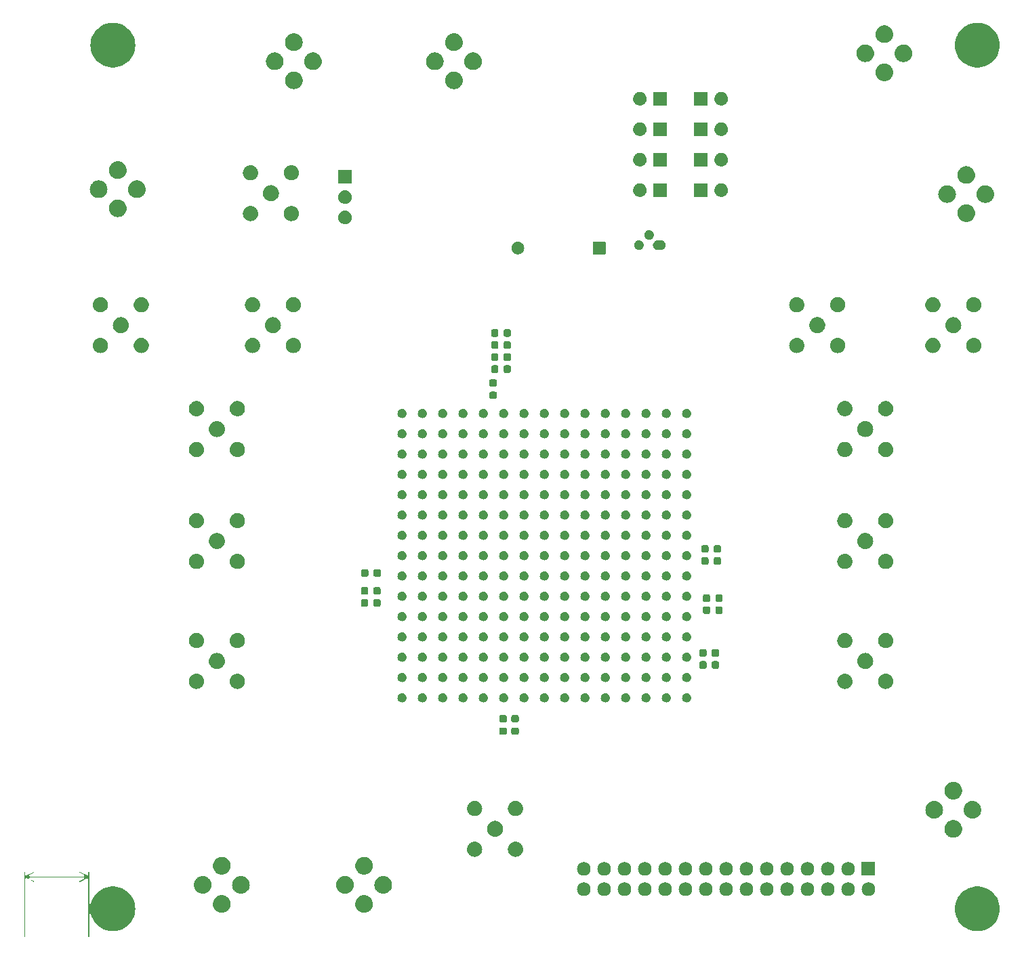
<source format=gbr>
%TF.GenerationSoftware,KiCad,Pcbnew,8.0.5*%
%TF.CreationDate,2024-11-07T20:20:18-05:00*%
%TF.ProjectId,huxley-rounded,6875786c-6579-42d7-926f-756e6465642e,rev?*%
%TF.SameCoordinates,Original*%
%TF.FileFunction,Soldermask,Bot*%
%TF.FilePolarity,Negative*%
%FSLAX46Y46*%
G04 Gerber Fmt 4.6, Leading zero omitted, Abs format (unit mm)*
G04 Created by KiCad (PCBNEW 8.0.5) date 2024-11-07 20:20:18*
%MOMM*%
%LPD*%
G01*
G04 APERTURE LIST*
G04 APERTURE END LIST*
G36*
X46896583Y-156369228D02*
G01*
X46902028Y-156372062D01*
X46902034Y-156372065D01*
X47829694Y-156854975D01*
X47950000Y-156781971D01*
X47950000Y-156419722D01*
X47950000Y-156413580D01*
X47953806Y-156394446D01*
X47960018Y-156388233D01*
X47960462Y-156387163D01*
X47973583Y-156374042D01*
X47974653Y-156373598D01*
X47980866Y-156367386D01*
X47989653Y-156367386D01*
X47990723Y-156366943D01*
X48009277Y-156366943D01*
X48010347Y-156367386D01*
X48019134Y-156367386D01*
X48025347Y-156373599D01*
X48026416Y-156374042D01*
X48039537Y-156387163D01*
X48039979Y-156388231D01*
X48046194Y-156394446D01*
X48050000Y-156413580D01*
X48050000Y-156419722D01*
X48050000Y-160362812D01*
X48263765Y-160394124D01*
X48275157Y-160356069D01*
X48275474Y-160354276D01*
X48368861Y-160042344D01*
X48497829Y-159743362D01*
X48660634Y-159461375D01*
X48855076Y-159200195D01*
X49078523Y-158963354D01*
X49327956Y-158754055D01*
X49600000Y-158575129D01*
X49890977Y-158428995D01*
X50196951Y-158317629D01*
X50513785Y-158242538D01*
X50837194Y-158204737D01*
X51162806Y-158204737D01*
X51486215Y-158242538D01*
X51803049Y-158317629D01*
X52109023Y-158428995D01*
X52400000Y-158575129D01*
X52672044Y-158754055D01*
X52921477Y-158963354D01*
X53144924Y-159200195D01*
X53339366Y-159461375D01*
X53502171Y-159743362D01*
X53631139Y-160042344D01*
X53724526Y-160354276D01*
X53781067Y-160674940D01*
X53800000Y-161000000D01*
X53781067Y-161325060D01*
X53724526Y-161645724D01*
X53631139Y-161957656D01*
X53502171Y-162256638D01*
X53339366Y-162538625D01*
X53144924Y-162799805D01*
X52921477Y-163036646D01*
X52672044Y-163245945D01*
X52400000Y-163424871D01*
X52109023Y-163571005D01*
X51803049Y-163682371D01*
X51486215Y-163757462D01*
X51162806Y-163795263D01*
X50837194Y-163795263D01*
X50513785Y-163757462D01*
X50196951Y-163682371D01*
X49890977Y-163571005D01*
X49600000Y-163424871D01*
X49327956Y-163245945D01*
X49078523Y-163036646D01*
X48855076Y-162799805D01*
X48660634Y-162538625D01*
X48497829Y-162256638D01*
X48368861Y-161957656D01*
X48275474Y-161645724D01*
X48275156Y-161643920D01*
X48263766Y-161605875D01*
X48050000Y-161637187D01*
X48050000Y-164500000D01*
X48046194Y-164519134D01*
X48039978Y-164525349D01*
X48039537Y-164526416D01*
X48026416Y-164539537D01*
X48025348Y-164539979D01*
X48019134Y-164546194D01*
X48010346Y-164546194D01*
X48009277Y-164546637D01*
X47990723Y-164546637D01*
X47989654Y-164546194D01*
X47980866Y-164546194D01*
X47974651Y-164539979D01*
X47973583Y-164539537D01*
X47960462Y-164526416D01*
X47960019Y-164525347D01*
X47953806Y-164519134D01*
X47950000Y-164500000D01*
X47950000Y-157218027D01*
X47829694Y-157145024D01*
X46896583Y-157630772D01*
X46877854Y-157636231D01*
X46869469Y-157633587D01*
X46868318Y-157633688D01*
X46850625Y-157628110D01*
X46849737Y-157627365D01*
X46841357Y-157624723D01*
X46837299Y-157616928D01*
X46836411Y-157616183D01*
X46827845Y-157599727D01*
X46827744Y-157598574D01*
X46823686Y-157590779D01*
X46826328Y-157582397D01*
X46826228Y-157581243D01*
X46831806Y-157563550D01*
X46832551Y-157562660D01*
X46835194Y-157554282D01*
X46850409Y-157542070D01*
X46855852Y-157539236D01*
X46855859Y-157539232D01*
X47429572Y-157240577D01*
X47382938Y-157050000D01*
X40617062Y-157050000D01*
X40570428Y-157240576D01*
X40665546Y-157290092D01*
X41144138Y-157539231D01*
X41144140Y-157539232D01*
X41149591Y-157542070D01*
X41164806Y-157554281D01*
X41167448Y-157562661D01*
X41168192Y-157563548D01*
X41173771Y-157581244D01*
X41173670Y-157582396D01*
X41176313Y-157590779D01*
X41172255Y-157598573D01*
X41172155Y-157599724D01*
X41163586Y-157616184D01*
X41162701Y-157616925D01*
X41158643Y-157624723D01*
X41150258Y-157627366D01*
X41149374Y-157628109D01*
X41131679Y-157633688D01*
X41130529Y-157633587D01*
X41122146Y-157636231D01*
X41103416Y-157630771D01*
X41097971Y-157627936D01*
X41097962Y-157627933D01*
X40589283Y-157363130D01*
X40170305Y-157145024D01*
X40050000Y-157218027D01*
X40050000Y-164500000D01*
X40046194Y-164519134D01*
X40039978Y-164525349D01*
X40039537Y-164526416D01*
X40026416Y-164539537D01*
X40025348Y-164539979D01*
X40019134Y-164546194D01*
X40010346Y-164546194D01*
X40009277Y-164546637D01*
X39990723Y-164546637D01*
X39989654Y-164546194D01*
X39980866Y-164546194D01*
X39974651Y-164539979D01*
X39973583Y-164539537D01*
X39960462Y-164526416D01*
X39960019Y-164525347D01*
X39953806Y-164519134D01*
X39950000Y-164500000D01*
X39950000Y-156413580D01*
X39953806Y-156394446D01*
X39960018Y-156388233D01*
X39960462Y-156387163D01*
X39973583Y-156374042D01*
X39974653Y-156373598D01*
X39980866Y-156367386D01*
X39989653Y-156367386D01*
X39990723Y-156366943D01*
X40009277Y-156366943D01*
X40010347Y-156367386D01*
X40019134Y-156367386D01*
X40025347Y-156373599D01*
X40026416Y-156374042D01*
X40039537Y-156387163D01*
X40039979Y-156388231D01*
X40046194Y-156394446D01*
X40050000Y-156413580D01*
X40050000Y-156419722D01*
X40050000Y-156781971D01*
X40170306Y-156854975D01*
X41097962Y-156372066D01*
X41097980Y-156372058D01*
X41103416Y-156369229D01*
X41122146Y-156363769D01*
X41130527Y-156366411D01*
X41131679Y-156366311D01*
X41149374Y-156371890D01*
X41150260Y-156372633D01*
X41158643Y-156375277D01*
X41162701Y-156383072D01*
X41163586Y-156383815D01*
X41172155Y-156400275D01*
X41172255Y-156401427D01*
X41176313Y-156409221D01*
X41173670Y-156417603D01*
X41173771Y-156418755D01*
X41168192Y-156436451D01*
X41167448Y-156437336D01*
X41164806Y-156445719D01*
X41149591Y-156457930D01*
X40652264Y-156716822D01*
X40570428Y-156759423D01*
X40617062Y-156950000D01*
X47382938Y-156950000D01*
X47429572Y-156759423D01*
X46919947Y-156494129D01*
X46850409Y-156457930D01*
X46835194Y-156445718D01*
X46832551Y-156437337D01*
X46831806Y-156436449D01*
X46826228Y-156418756D01*
X46826328Y-156417602D01*
X46823686Y-156409221D01*
X46827744Y-156401425D01*
X46827845Y-156400272D01*
X46836411Y-156383816D01*
X46837300Y-156383070D01*
X46841357Y-156375277D01*
X46849735Y-156372635D01*
X46850625Y-156371889D01*
X46868318Y-156366311D01*
X46869472Y-156366411D01*
X46877854Y-156363769D01*
X46896583Y-156369228D01*
G37*
G36*
X159486215Y-158242538D02*
G01*
X159803049Y-158317629D01*
X160109023Y-158428995D01*
X160400000Y-158575129D01*
X160672044Y-158754055D01*
X160921477Y-158963354D01*
X161144924Y-159200195D01*
X161339366Y-159461375D01*
X161502171Y-159743362D01*
X161631139Y-160042344D01*
X161724526Y-160354276D01*
X161781067Y-160674940D01*
X161800000Y-161000000D01*
X161781067Y-161325060D01*
X161724526Y-161645724D01*
X161631139Y-161957656D01*
X161502171Y-162256638D01*
X161339366Y-162538625D01*
X161144924Y-162799805D01*
X160921477Y-163036646D01*
X160672044Y-163245945D01*
X160400000Y-163424871D01*
X160109023Y-163571005D01*
X159803049Y-163682371D01*
X159486215Y-163757462D01*
X159162806Y-163795263D01*
X158837194Y-163795263D01*
X158513785Y-163757462D01*
X158196951Y-163682371D01*
X157890977Y-163571005D01*
X157600000Y-163424871D01*
X157327956Y-163245945D01*
X157078523Y-163036646D01*
X156855076Y-162799805D01*
X156660634Y-162538625D01*
X156497829Y-162256638D01*
X156368861Y-161957656D01*
X156275474Y-161645724D01*
X156218933Y-161325060D01*
X156200000Y-161000000D01*
X156218933Y-160674940D01*
X156275474Y-160354276D01*
X156368861Y-160042344D01*
X156497829Y-159743362D01*
X156660634Y-159461375D01*
X156855076Y-159200195D01*
X157078523Y-158963354D01*
X157327956Y-158754055D01*
X157600000Y-158575129D01*
X157890977Y-158428995D01*
X158196951Y-158317629D01*
X158513785Y-158242538D01*
X158837194Y-158204737D01*
X159162806Y-158204737D01*
X159486215Y-158242538D01*
G37*
G36*
X64660819Y-159287413D02*
G01*
X64714347Y-159287413D01*
X64761437Y-159296215D01*
X64804177Y-159299955D01*
X64856640Y-159314012D01*
X64914770Y-159324879D01*
X64954195Y-159340152D01*
X64990133Y-159349782D01*
X65044540Y-159375152D01*
X65104896Y-159398534D01*
X65136045Y-159417820D01*
X65164613Y-159431142D01*
X65218501Y-159468875D01*
X65278251Y-159505871D01*
X65301156Y-159526751D01*
X65322307Y-159541562D01*
X65372899Y-159592154D01*
X65428931Y-159643234D01*
X65444205Y-159663460D01*
X65458437Y-159677692D01*
X65502834Y-159741097D01*
X65551805Y-159805945D01*
X65560577Y-159823563D01*
X65568857Y-159835387D01*
X65604103Y-159910973D01*
X65642689Y-159988464D01*
X65646526Y-160001951D01*
X65650217Y-160009866D01*
X65673478Y-160096677D01*
X65698487Y-160184575D01*
X65699257Y-160192885D01*
X65700044Y-160195822D01*
X65708744Y-160295266D01*
X65717300Y-160387600D01*
X65708743Y-160479941D01*
X65700044Y-160579377D01*
X65699257Y-160582313D01*
X65698487Y-160590625D01*
X65673473Y-160678538D01*
X65650217Y-160765333D01*
X65646527Y-160773245D01*
X65642689Y-160786736D01*
X65604100Y-160864232D01*
X65568857Y-160939813D01*
X65560578Y-160951636D01*
X65551805Y-160969255D01*
X65502828Y-161034109D01*
X65458437Y-161097507D01*
X65444208Y-161111735D01*
X65428931Y-161131966D01*
X65372888Y-161183055D01*
X65322307Y-161233637D01*
X65301160Y-161248443D01*
X65278251Y-161269329D01*
X65218489Y-161306332D01*
X65164613Y-161344057D01*
X65136052Y-161357374D01*
X65104896Y-161376666D01*
X65044527Y-161400052D01*
X64990133Y-161425417D01*
X64954204Y-161435044D01*
X64914770Y-161450321D01*
X64856627Y-161461189D01*
X64804177Y-161475244D01*
X64761447Y-161478982D01*
X64714347Y-161487787D01*
X64660807Y-161487787D01*
X64612400Y-161492022D01*
X64563993Y-161487787D01*
X64510453Y-161487787D01*
X64463353Y-161478982D01*
X64420622Y-161475244D01*
X64368168Y-161461189D01*
X64310030Y-161450321D01*
X64270597Y-161435044D01*
X64234666Y-161425417D01*
X64180266Y-161400050D01*
X64119904Y-161376666D01*
X64088750Y-161357376D01*
X64060186Y-161344057D01*
X64006302Y-161306326D01*
X63946549Y-161269329D01*
X63923642Y-161248446D01*
X63902492Y-161233637D01*
X63851900Y-161183045D01*
X63795869Y-161131966D01*
X63780594Y-161111739D01*
X63766362Y-161097507D01*
X63721957Y-161034091D01*
X63672995Y-160969255D01*
X63664224Y-160951641D01*
X63655942Y-160939813D01*
X63620684Y-160864201D01*
X63582111Y-160786736D01*
X63578274Y-160773251D01*
X63574582Y-160765333D01*
X63551309Y-160678478D01*
X63526313Y-160590625D01*
X63525543Y-160582319D01*
X63524755Y-160579377D01*
X63516038Y-160479748D01*
X63507500Y-160387600D01*
X63516038Y-160295459D01*
X63524755Y-160195822D01*
X63525543Y-160192879D01*
X63526313Y-160184575D01*
X63551304Y-160096738D01*
X63574582Y-160009866D01*
X63578274Y-160001946D01*
X63582111Y-159988464D01*
X63620681Y-159911005D01*
X63655942Y-159835387D01*
X63664224Y-159823558D01*
X63672995Y-159805945D01*
X63721951Y-159741116D01*
X63766362Y-159677692D01*
X63780598Y-159663455D01*
X63795869Y-159643234D01*
X63851888Y-159592165D01*
X63902492Y-159541562D01*
X63923646Y-159526749D01*
X63946549Y-159505871D01*
X64006295Y-159468877D01*
X64060187Y-159431142D01*
X64088754Y-159417820D01*
X64119904Y-159398534D01*
X64180255Y-159375153D01*
X64234666Y-159349782D01*
X64270606Y-159340151D01*
X64310030Y-159324879D01*
X64368156Y-159314013D01*
X64420622Y-159299955D01*
X64463363Y-159296215D01*
X64510453Y-159287413D01*
X64563981Y-159287413D01*
X64612400Y-159283177D01*
X64660819Y-159287413D01*
G37*
G36*
X82436019Y-159287413D02*
G01*
X82489547Y-159287413D01*
X82536637Y-159296215D01*
X82579377Y-159299955D01*
X82631840Y-159314012D01*
X82689970Y-159324879D01*
X82729395Y-159340152D01*
X82765333Y-159349782D01*
X82819740Y-159375152D01*
X82880096Y-159398534D01*
X82911245Y-159417820D01*
X82939813Y-159431142D01*
X82993701Y-159468875D01*
X83053451Y-159505871D01*
X83076356Y-159526751D01*
X83097507Y-159541562D01*
X83148099Y-159592154D01*
X83204131Y-159643234D01*
X83219405Y-159663460D01*
X83233637Y-159677692D01*
X83278034Y-159741097D01*
X83327005Y-159805945D01*
X83335777Y-159823563D01*
X83344057Y-159835387D01*
X83379303Y-159910973D01*
X83417889Y-159988464D01*
X83421726Y-160001951D01*
X83425417Y-160009866D01*
X83448678Y-160096677D01*
X83473687Y-160184575D01*
X83474457Y-160192885D01*
X83475244Y-160195822D01*
X83483944Y-160295266D01*
X83492500Y-160387600D01*
X83483943Y-160479941D01*
X83475244Y-160579377D01*
X83474457Y-160582313D01*
X83473687Y-160590625D01*
X83448673Y-160678538D01*
X83425417Y-160765333D01*
X83421727Y-160773245D01*
X83417889Y-160786736D01*
X83379300Y-160864232D01*
X83344057Y-160939813D01*
X83335778Y-160951636D01*
X83327005Y-160969255D01*
X83278028Y-161034109D01*
X83233637Y-161097507D01*
X83219408Y-161111735D01*
X83204131Y-161131966D01*
X83148088Y-161183055D01*
X83097507Y-161233637D01*
X83076360Y-161248443D01*
X83053451Y-161269329D01*
X82993689Y-161306332D01*
X82939813Y-161344057D01*
X82911252Y-161357374D01*
X82880096Y-161376666D01*
X82819727Y-161400052D01*
X82765333Y-161425417D01*
X82729404Y-161435044D01*
X82689970Y-161450321D01*
X82631827Y-161461189D01*
X82579377Y-161475244D01*
X82536647Y-161478982D01*
X82489547Y-161487787D01*
X82436007Y-161487787D01*
X82387600Y-161492022D01*
X82339193Y-161487787D01*
X82285653Y-161487787D01*
X82238553Y-161478982D01*
X82195822Y-161475244D01*
X82143368Y-161461189D01*
X82085230Y-161450321D01*
X82045797Y-161435044D01*
X82009866Y-161425417D01*
X81955466Y-161400050D01*
X81895104Y-161376666D01*
X81863950Y-161357376D01*
X81835386Y-161344057D01*
X81781502Y-161306326D01*
X81721749Y-161269329D01*
X81698842Y-161248446D01*
X81677692Y-161233637D01*
X81627100Y-161183045D01*
X81571069Y-161131966D01*
X81555794Y-161111739D01*
X81541562Y-161097507D01*
X81497157Y-161034091D01*
X81448195Y-160969255D01*
X81439424Y-160951641D01*
X81431142Y-160939813D01*
X81395884Y-160864201D01*
X81357311Y-160786736D01*
X81353474Y-160773251D01*
X81349782Y-160765333D01*
X81326509Y-160678478D01*
X81301513Y-160590625D01*
X81300743Y-160582319D01*
X81299955Y-160579377D01*
X81291238Y-160479748D01*
X81282700Y-160387600D01*
X81291238Y-160295459D01*
X81299955Y-160195822D01*
X81300743Y-160192879D01*
X81301513Y-160184575D01*
X81326504Y-160096738D01*
X81349782Y-160009866D01*
X81353474Y-160001946D01*
X81357311Y-159988464D01*
X81395881Y-159911005D01*
X81431142Y-159835387D01*
X81439424Y-159823558D01*
X81448195Y-159805945D01*
X81497151Y-159741116D01*
X81541562Y-159677692D01*
X81555798Y-159663455D01*
X81571069Y-159643234D01*
X81627088Y-159592165D01*
X81677692Y-159541562D01*
X81698846Y-159526749D01*
X81721749Y-159505871D01*
X81781495Y-159468877D01*
X81835387Y-159431142D01*
X81863954Y-159417820D01*
X81895104Y-159398534D01*
X81955455Y-159375153D01*
X82009866Y-159349782D01*
X82045806Y-159340151D01*
X82085230Y-159324879D01*
X82143356Y-159314013D01*
X82195822Y-159299955D01*
X82238563Y-159296215D01*
X82285653Y-159287413D01*
X82339181Y-159287413D01*
X82387600Y-159283177D01*
X82436019Y-159287413D01*
G37*
G36*
X109881140Y-157694656D02*
G01*
X109928849Y-157694656D01*
X109970045Y-157703412D01*
X110005706Y-157706925D01*
X110050513Y-157720516D01*
X110102664Y-157731602D01*
X110136030Y-157746457D01*
X110165052Y-157755261D01*
X110211167Y-157779910D01*
X110265000Y-157803878D01*
X110290031Y-157822064D01*
X110311897Y-157833752D01*
X110356497Y-157870355D01*
X110408761Y-157908327D01*
X110425731Y-157927174D01*
X110440612Y-157939387D01*
X110480608Y-157988122D01*
X110527664Y-158040383D01*
X110537547Y-158057502D01*
X110546247Y-158068102D01*
X110578427Y-158128307D01*
X110616514Y-158194274D01*
X110620894Y-158207757D01*
X110624738Y-158214947D01*
X110645926Y-158284796D01*
X110671425Y-158363275D01*
X110672322Y-158371816D01*
X110673074Y-158374293D01*
X110680385Y-158448522D01*
X110690000Y-158540000D01*
X110680384Y-158631485D01*
X110673074Y-158705706D01*
X110672322Y-158708182D01*
X110671425Y-158716725D01*
X110645921Y-158795217D01*
X110624738Y-158865052D01*
X110620895Y-158872240D01*
X110616514Y-158885726D01*
X110578420Y-158951704D01*
X110546247Y-159011897D01*
X110537549Y-159022494D01*
X110527664Y-159039617D01*
X110480599Y-159091888D01*
X110440612Y-159140612D01*
X110425734Y-159152821D01*
X110408761Y-159171673D01*
X110356486Y-159209652D01*
X110311897Y-159246247D01*
X110290036Y-159257931D01*
X110265000Y-159276122D01*
X110211155Y-159300094D01*
X110165052Y-159324738D01*
X110136037Y-159333539D01*
X110102664Y-159348398D01*
X110050502Y-159359485D01*
X110005706Y-159373074D01*
X109970053Y-159376585D01*
X109928849Y-159385344D01*
X109881130Y-159385344D01*
X109840000Y-159389395D01*
X109798870Y-159385344D01*
X109751151Y-159385344D01*
X109709946Y-159376585D01*
X109674293Y-159373074D01*
X109629493Y-159359484D01*
X109577336Y-159348398D01*
X109543964Y-159333540D01*
X109514947Y-159324738D01*
X109468838Y-159300092D01*
X109415000Y-159276122D01*
X109389966Y-159257933D01*
X109368102Y-159246247D01*
X109323504Y-159209646D01*
X109271239Y-159171673D01*
X109254267Y-159152824D01*
X109239387Y-159140612D01*
X109199389Y-159091875D01*
X109152336Y-159039617D01*
X109142452Y-159022498D01*
X109133752Y-159011897D01*
X109101565Y-158951681D01*
X109063486Y-158885726D01*
X109059105Y-158872245D01*
X109055261Y-158865052D01*
X109034063Y-158795171D01*
X109008575Y-158716725D01*
X109007677Y-158708187D01*
X109006925Y-158705706D01*
X108999599Y-158631334D01*
X108990000Y-158540000D01*
X108999598Y-158448674D01*
X109006925Y-158374293D01*
X109007677Y-158371811D01*
X109008575Y-158363275D01*
X109034058Y-158284842D01*
X109055261Y-158214947D01*
X109059106Y-158207752D01*
X109063486Y-158194274D01*
X109101558Y-158128330D01*
X109133752Y-158068102D01*
X109142454Y-158057498D01*
X109152336Y-158040383D01*
X109199380Y-157988134D01*
X109239387Y-157939387D01*
X109254271Y-157927171D01*
X109271239Y-157908327D01*
X109323493Y-157870361D01*
X109368102Y-157833752D01*
X109389971Y-157822062D01*
X109415000Y-157803878D01*
X109468826Y-157779912D01*
X109514947Y-157755261D01*
X109543971Y-157746456D01*
X109577336Y-157731602D01*
X109629482Y-157720517D01*
X109674293Y-157706925D01*
X109709955Y-157703412D01*
X109751151Y-157694656D01*
X109798860Y-157694656D01*
X109840000Y-157690604D01*
X109881140Y-157694656D01*
G37*
G36*
X112421140Y-157694656D02*
G01*
X112468849Y-157694656D01*
X112510045Y-157703412D01*
X112545706Y-157706925D01*
X112590513Y-157720516D01*
X112642664Y-157731602D01*
X112676030Y-157746457D01*
X112705052Y-157755261D01*
X112751167Y-157779910D01*
X112805000Y-157803878D01*
X112830031Y-157822064D01*
X112851897Y-157833752D01*
X112896497Y-157870355D01*
X112948761Y-157908327D01*
X112965731Y-157927174D01*
X112980612Y-157939387D01*
X113020608Y-157988122D01*
X113067664Y-158040383D01*
X113077547Y-158057502D01*
X113086247Y-158068102D01*
X113118427Y-158128307D01*
X113156514Y-158194274D01*
X113160894Y-158207757D01*
X113164738Y-158214947D01*
X113185926Y-158284796D01*
X113211425Y-158363275D01*
X113212322Y-158371816D01*
X113213074Y-158374293D01*
X113220385Y-158448522D01*
X113230000Y-158540000D01*
X113220384Y-158631485D01*
X113213074Y-158705706D01*
X113212322Y-158708182D01*
X113211425Y-158716725D01*
X113185921Y-158795217D01*
X113164738Y-158865052D01*
X113160895Y-158872240D01*
X113156514Y-158885726D01*
X113118420Y-158951704D01*
X113086247Y-159011897D01*
X113077549Y-159022494D01*
X113067664Y-159039617D01*
X113020599Y-159091888D01*
X112980612Y-159140612D01*
X112965734Y-159152821D01*
X112948761Y-159171673D01*
X112896486Y-159209652D01*
X112851897Y-159246247D01*
X112830036Y-159257931D01*
X112805000Y-159276122D01*
X112751155Y-159300094D01*
X112705052Y-159324738D01*
X112676037Y-159333539D01*
X112642664Y-159348398D01*
X112590502Y-159359485D01*
X112545706Y-159373074D01*
X112510053Y-159376585D01*
X112468849Y-159385344D01*
X112421130Y-159385344D01*
X112380000Y-159389395D01*
X112338870Y-159385344D01*
X112291151Y-159385344D01*
X112249946Y-159376585D01*
X112214293Y-159373074D01*
X112169493Y-159359484D01*
X112117336Y-159348398D01*
X112083964Y-159333540D01*
X112054947Y-159324738D01*
X112008838Y-159300092D01*
X111955000Y-159276122D01*
X111929966Y-159257933D01*
X111908102Y-159246247D01*
X111863504Y-159209646D01*
X111811239Y-159171673D01*
X111794267Y-159152824D01*
X111779387Y-159140612D01*
X111739389Y-159091875D01*
X111692336Y-159039617D01*
X111682452Y-159022498D01*
X111673752Y-159011897D01*
X111641565Y-158951681D01*
X111603486Y-158885726D01*
X111599105Y-158872245D01*
X111595261Y-158865052D01*
X111574063Y-158795171D01*
X111548575Y-158716725D01*
X111547677Y-158708187D01*
X111546925Y-158705706D01*
X111539599Y-158631334D01*
X111530000Y-158540000D01*
X111539598Y-158448674D01*
X111546925Y-158374293D01*
X111547677Y-158371811D01*
X111548575Y-158363275D01*
X111574058Y-158284842D01*
X111595261Y-158214947D01*
X111599106Y-158207752D01*
X111603486Y-158194274D01*
X111641558Y-158128330D01*
X111673752Y-158068102D01*
X111682454Y-158057498D01*
X111692336Y-158040383D01*
X111739380Y-157988134D01*
X111779387Y-157939387D01*
X111794271Y-157927171D01*
X111811239Y-157908327D01*
X111863493Y-157870361D01*
X111908102Y-157833752D01*
X111929971Y-157822062D01*
X111955000Y-157803878D01*
X112008826Y-157779912D01*
X112054947Y-157755261D01*
X112083971Y-157746456D01*
X112117336Y-157731602D01*
X112169482Y-157720517D01*
X112214293Y-157706925D01*
X112249955Y-157703412D01*
X112291151Y-157694656D01*
X112338860Y-157694656D01*
X112380000Y-157690604D01*
X112421140Y-157694656D01*
G37*
G36*
X114961140Y-157694656D02*
G01*
X115008849Y-157694656D01*
X115050045Y-157703412D01*
X115085706Y-157706925D01*
X115130513Y-157720516D01*
X115182664Y-157731602D01*
X115216030Y-157746457D01*
X115245052Y-157755261D01*
X115291167Y-157779910D01*
X115345000Y-157803878D01*
X115370031Y-157822064D01*
X115391897Y-157833752D01*
X115436497Y-157870355D01*
X115488761Y-157908327D01*
X115505731Y-157927174D01*
X115520612Y-157939387D01*
X115560608Y-157988122D01*
X115607664Y-158040383D01*
X115617547Y-158057502D01*
X115626247Y-158068102D01*
X115658427Y-158128307D01*
X115696514Y-158194274D01*
X115700894Y-158207757D01*
X115704738Y-158214947D01*
X115725926Y-158284796D01*
X115751425Y-158363275D01*
X115752322Y-158371816D01*
X115753074Y-158374293D01*
X115760385Y-158448522D01*
X115770000Y-158540000D01*
X115760384Y-158631485D01*
X115753074Y-158705706D01*
X115752322Y-158708182D01*
X115751425Y-158716725D01*
X115725921Y-158795217D01*
X115704738Y-158865052D01*
X115700895Y-158872240D01*
X115696514Y-158885726D01*
X115658420Y-158951704D01*
X115626247Y-159011897D01*
X115617549Y-159022494D01*
X115607664Y-159039617D01*
X115560599Y-159091888D01*
X115520612Y-159140612D01*
X115505734Y-159152821D01*
X115488761Y-159171673D01*
X115436486Y-159209652D01*
X115391897Y-159246247D01*
X115370036Y-159257931D01*
X115345000Y-159276122D01*
X115291155Y-159300094D01*
X115245052Y-159324738D01*
X115216037Y-159333539D01*
X115182664Y-159348398D01*
X115130502Y-159359485D01*
X115085706Y-159373074D01*
X115050053Y-159376585D01*
X115008849Y-159385344D01*
X114961130Y-159385344D01*
X114920000Y-159389395D01*
X114878870Y-159385344D01*
X114831151Y-159385344D01*
X114789946Y-159376585D01*
X114754293Y-159373074D01*
X114709493Y-159359484D01*
X114657336Y-159348398D01*
X114623964Y-159333540D01*
X114594947Y-159324738D01*
X114548838Y-159300092D01*
X114495000Y-159276122D01*
X114469966Y-159257933D01*
X114448102Y-159246247D01*
X114403504Y-159209646D01*
X114351239Y-159171673D01*
X114334267Y-159152824D01*
X114319387Y-159140612D01*
X114279389Y-159091875D01*
X114232336Y-159039617D01*
X114222452Y-159022498D01*
X114213752Y-159011897D01*
X114181565Y-158951681D01*
X114143486Y-158885726D01*
X114139105Y-158872245D01*
X114135261Y-158865052D01*
X114114063Y-158795171D01*
X114088575Y-158716725D01*
X114087677Y-158708187D01*
X114086925Y-158705706D01*
X114079599Y-158631334D01*
X114070000Y-158540000D01*
X114079598Y-158448674D01*
X114086925Y-158374293D01*
X114087677Y-158371811D01*
X114088575Y-158363275D01*
X114114058Y-158284842D01*
X114135261Y-158214947D01*
X114139106Y-158207752D01*
X114143486Y-158194274D01*
X114181558Y-158128330D01*
X114213752Y-158068102D01*
X114222454Y-158057498D01*
X114232336Y-158040383D01*
X114279380Y-157988134D01*
X114319387Y-157939387D01*
X114334271Y-157927171D01*
X114351239Y-157908327D01*
X114403493Y-157870361D01*
X114448102Y-157833752D01*
X114469971Y-157822062D01*
X114495000Y-157803878D01*
X114548826Y-157779912D01*
X114594947Y-157755261D01*
X114623971Y-157746456D01*
X114657336Y-157731602D01*
X114709482Y-157720517D01*
X114754293Y-157706925D01*
X114789955Y-157703412D01*
X114831151Y-157694656D01*
X114878860Y-157694656D01*
X114920000Y-157690604D01*
X114961140Y-157694656D01*
G37*
G36*
X117501140Y-157694656D02*
G01*
X117548849Y-157694656D01*
X117590045Y-157703412D01*
X117625706Y-157706925D01*
X117670513Y-157720516D01*
X117722664Y-157731602D01*
X117756030Y-157746457D01*
X117785052Y-157755261D01*
X117831167Y-157779910D01*
X117885000Y-157803878D01*
X117910031Y-157822064D01*
X117931897Y-157833752D01*
X117976497Y-157870355D01*
X118028761Y-157908327D01*
X118045731Y-157927174D01*
X118060612Y-157939387D01*
X118100608Y-157988122D01*
X118147664Y-158040383D01*
X118157547Y-158057502D01*
X118166247Y-158068102D01*
X118198427Y-158128307D01*
X118236514Y-158194274D01*
X118240894Y-158207757D01*
X118244738Y-158214947D01*
X118265926Y-158284796D01*
X118291425Y-158363275D01*
X118292322Y-158371816D01*
X118293074Y-158374293D01*
X118300385Y-158448522D01*
X118310000Y-158540000D01*
X118300384Y-158631485D01*
X118293074Y-158705706D01*
X118292322Y-158708182D01*
X118291425Y-158716725D01*
X118265921Y-158795217D01*
X118244738Y-158865052D01*
X118240895Y-158872240D01*
X118236514Y-158885726D01*
X118198420Y-158951704D01*
X118166247Y-159011897D01*
X118157549Y-159022494D01*
X118147664Y-159039617D01*
X118100599Y-159091888D01*
X118060612Y-159140612D01*
X118045734Y-159152821D01*
X118028761Y-159171673D01*
X117976486Y-159209652D01*
X117931897Y-159246247D01*
X117910036Y-159257931D01*
X117885000Y-159276122D01*
X117831155Y-159300094D01*
X117785052Y-159324738D01*
X117756037Y-159333539D01*
X117722664Y-159348398D01*
X117670502Y-159359485D01*
X117625706Y-159373074D01*
X117590053Y-159376585D01*
X117548849Y-159385344D01*
X117501130Y-159385344D01*
X117460000Y-159389395D01*
X117418870Y-159385344D01*
X117371151Y-159385344D01*
X117329946Y-159376585D01*
X117294293Y-159373074D01*
X117249493Y-159359484D01*
X117197336Y-159348398D01*
X117163964Y-159333540D01*
X117134947Y-159324738D01*
X117088838Y-159300092D01*
X117035000Y-159276122D01*
X117009966Y-159257933D01*
X116988102Y-159246247D01*
X116943504Y-159209646D01*
X116891239Y-159171673D01*
X116874267Y-159152824D01*
X116859387Y-159140612D01*
X116819389Y-159091875D01*
X116772336Y-159039617D01*
X116762452Y-159022498D01*
X116753752Y-159011897D01*
X116721565Y-158951681D01*
X116683486Y-158885726D01*
X116679105Y-158872245D01*
X116675261Y-158865052D01*
X116654063Y-158795171D01*
X116628575Y-158716725D01*
X116627677Y-158708187D01*
X116626925Y-158705706D01*
X116619599Y-158631334D01*
X116610000Y-158540000D01*
X116619598Y-158448674D01*
X116626925Y-158374293D01*
X116627677Y-158371811D01*
X116628575Y-158363275D01*
X116654058Y-158284842D01*
X116675261Y-158214947D01*
X116679106Y-158207752D01*
X116683486Y-158194274D01*
X116721558Y-158128330D01*
X116753752Y-158068102D01*
X116762454Y-158057498D01*
X116772336Y-158040383D01*
X116819380Y-157988134D01*
X116859387Y-157939387D01*
X116874271Y-157927171D01*
X116891239Y-157908327D01*
X116943493Y-157870361D01*
X116988102Y-157833752D01*
X117009971Y-157822062D01*
X117035000Y-157803878D01*
X117088826Y-157779912D01*
X117134947Y-157755261D01*
X117163971Y-157746456D01*
X117197336Y-157731602D01*
X117249482Y-157720517D01*
X117294293Y-157706925D01*
X117329955Y-157703412D01*
X117371151Y-157694656D01*
X117418860Y-157694656D01*
X117460000Y-157690604D01*
X117501140Y-157694656D01*
G37*
G36*
X120041140Y-157694656D02*
G01*
X120088849Y-157694656D01*
X120130045Y-157703412D01*
X120165706Y-157706925D01*
X120210513Y-157720516D01*
X120262664Y-157731602D01*
X120296030Y-157746457D01*
X120325052Y-157755261D01*
X120371167Y-157779910D01*
X120425000Y-157803878D01*
X120450031Y-157822064D01*
X120471897Y-157833752D01*
X120516497Y-157870355D01*
X120568761Y-157908327D01*
X120585731Y-157927174D01*
X120600612Y-157939387D01*
X120640608Y-157988122D01*
X120687664Y-158040383D01*
X120697547Y-158057502D01*
X120706247Y-158068102D01*
X120738427Y-158128307D01*
X120776514Y-158194274D01*
X120780894Y-158207757D01*
X120784738Y-158214947D01*
X120805926Y-158284796D01*
X120831425Y-158363275D01*
X120832322Y-158371816D01*
X120833074Y-158374293D01*
X120840385Y-158448522D01*
X120850000Y-158540000D01*
X120840384Y-158631485D01*
X120833074Y-158705706D01*
X120832322Y-158708182D01*
X120831425Y-158716725D01*
X120805921Y-158795217D01*
X120784738Y-158865052D01*
X120780895Y-158872240D01*
X120776514Y-158885726D01*
X120738420Y-158951704D01*
X120706247Y-159011897D01*
X120697549Y-159022494D01*
X120687664Y-159039617D01*
X120640599Y-159091888D01*
X120600612Y-159140612D01*
X120585734Y-159152821D01*
X120568761Y-159171673D01*
X120516486Y-159209652D01*
X120471897Y-159246247D01*
X120450036Y-159257931D01*
X120425000Y-159276122D01*
X120371155Y-159300094D01*
X120325052Y-159324738D01*
X120296037Y-159333539D01*
X120262664Y-159348398D01*
X120210502Y-159359485D01*
X120165706Y-159373074D01*
X120130053Y-159376585D01*
X120088849Y-159385344D01*
X120041130Y-159385344D01*
X120000000Y-159389395D01*
X119958870Y-159385344D01*
X119911151Y-159385344D01*
X119869946Y-159376585D01*
X119834293Y-159373074D01*
X119789493Y-159359484D01*
X119737336Y-159348398D01*
X119703964Y-159333540D01*
X119674947Y-159324738D01*
X119628838Y-159300092D01*
X119575000Y-159276122D01*
X119549966Y-159257933D01*
X119528102Y-159246247D01*
X119483504Y-159209646D01*
X119431239Y-159171673D01*
X119414267Y-159152824D01*
X119399387Y-159140612D01*
X119359389Y-159091875D01*
X119312336Y-159039617D01*
X119302452Y-159022498D01*
X119293752Y-159011897D01*
X119261565Y-158951681D01*
X119223486Y-158885726D01*
X119219105Y-158872245D01*
X119215261Y-158865052D01*
X119194063Y-158795171D01*
X119168575Y-158716725D01*
X119167677Y-158708187D01*
X119166925Y-158705706D01*
X119159599Y-158631334D01*
X119150000Y-158540000D01*
X119159598Y-158448674D01*
X119166925Y-158374293D01*
X119167677Y-158371811D01*
X119168575Y-158363275D01*
X119194058Y-158284842D01*
X119215261Y-158214947D01*
X119219106Y-158207752D01*
X119223486Y-158194274D01*
X119261558Y-158128330D01*
X119293752Y-158068102D01*
X119302454Y-158057498D01*
X119312336Y-158040383D01*
X119359380Y-157988134D01*
X119399387Y-157939387D01*
X119414271Y-157927171D01*
X119431239Y-157908327D01*
X119483493Y-157870361D01*
X119528102Y-157833752D01*
X119549971Y-157822062D01*
X119575000Y-157803878D01*
X119628826Y-157779912D01*
X119674947Y-157755261D01*
X119703971Y-157746456D01*
X119737336Y-157731602D01*
X119789482Y-157720517D01*
X119834293Y-157706925D01*
X119869955Y-157703412D01*
X119911151Y-157694656D01*
X119958860Y-157694656D01*
X120000000Y-157690604D01*
X120041140Y-157694656D01*
G37*
G36*
X122581140Y-157694656D02*
G01*
X122628849Y-157694656D01*
X122670045Y-157703412D01*
X122705706Y-157706925D01*
X122750513Y-157720516D01*
X122802664Y-157731602D01*
X122836030Y-157746457D01*
X122865052Y-157755261D01*
X122911167Y-157779910D01*
X122965000Y-157803878D01*
X122990031Y-157822064D01*
X123011897Y-157833752D01*
X123056497Y-157870355D01*
X123108761Y-157908327D01*
X123125731Y-157927174D01*
X123140612Y-157939387D01*
X123180608Y-157988122D01*
X123227664Y-158040383D01*
X123237547Y-158057502D01*
X123246247Y-158068102D01*
X123278427Y-158128307D01*
X123316514Y-158194274D01*
X123320894Y-158207757D01*
X123324738Y-158214947D01*
X123345926Y-158284796D01*
X123371425Y-158363275D01*
X123372322Y-158371816D01*
X123373074Y-158374293D01*
X123380385Y-158448522D01*
X123390000Y-158540000D01*
X123380384Y-158631485D01*
X123373074Y-158705706D01*
X123372322Y-158708182D01*
X123371425Y-158716725D01*
X123345921Y-158795217D01*
X123324738Y-158865052D01*
X123320895Y-158872240D01*
X123316514Y-158885726D01*
X123278420Y-158951704D01*
X123246247Y-159011897D01*
X123237549Y-159022494D01*
X123227664Y-159039617D01*
X123180599Y-159091888D01*
X123140612Y-159140612D01*
X123125734Y-159152821D01*
X123108761Y-159171673D01*
X123056486Y-159209652D01*
X123011897Y-159246247D01*
X122990036Y-159257931D01*
X122965000Y-159276122D01*
X122911155Y-159300094D01*
X122865052Y-159324738D01*
X122836037Y-159333539D01*
X122802664Y-159348398D01*
X122750502Y-159359485D01*
X122705706Y-159373074D01*
X122670053Y-159376585D01*
X122628849Y-159385344D01*
X122581130Y-159385344D01*
X122540000Y-159389395D01*
X122498870Y-159385344D01*
X122451151Y-159385344D01*
X122409946Y-159376585D01*
X122374293Y-159373074D01*
X122329493Y-159359484D01*
X122277336Y-159348398D01*
X122243964Y-159333540D01*
X122214947Y-159324738D01*
X122168838Y-159300092D01*
X122115000Y-159276122D01*
X122089966Y-159257933D01*
X122068102Y-159246247D01*
X122023504Y-159209646D01*
X121971239Y-159171673D01*
X121954267Y-159152824D01*
X121939387Y-159140612D01*
X121899389Y-159091875D01*
X121852336Y-159039617D01*
X121842452Y-159022498D01*
X121833752Y-159011897D01*
X121801565Y-158951681D01*
X121763486Y-158885726D01*
X121759105Y-158872245D01*
X121755261Y-158865052D01*
X121734063Y-158795171D01*
X121708575Y-158716725D01*
X121707677Y-158708187D01*
X121706925Y-158705706D01*
X121699599Y-158631334D01*
X121690000Y-158540000D01*
X121699598Y-158448674D01*
X121706925Y-158374293D01*
X121707677Y-158371811D01*
X121708575Y-158363275D01*
X121734058Y-158284842D01*
X121755261Y-158214947D01*
X121759106Y-158207752D01*
X121763486Y-158194274D01*
X121801558Y-158128330D01*
X121833752Y-158068102D01*
X121842454Y-158057498D01*
X121852336Y-158040383D01*
X121899380Y-157988134D01*
X121939387Y-157939387D01*
X121954271Y-157927171D01*
X121971239Y-157908327D01*
X122023493Y-157870361D01*
X122068102Y-157833752D01*
X122089971Y-157822062D01*
X122115000Y-157803878D01*
X122168826Y-157779912D01*
X122214947Y-157755261D01*
X122243971Y-157746456D01*
X122277336Y-157731602D01*
X122329482Y-157720517D01*
X122374293Y-157706925D01*
X122409955Y-157703412D01*
X122451151Y-157694656D01*
X122498860Y-157694656D01*
X122540000Y-157690604D01*
X122581140Y-157694656D01*
G37*
G36*
X125121140Y-157694656D02*
G01*
X125168849Y-157694656D01*
X125210045Y-157703412D01*
X125245706Y-157706925D01*
X125290513Y-157720516D01*
X125342664Y-157731602D01*
X125376030Y-157746457D01*
X125405052Y-157755261D01*
X125451167Y-157779910D01*
X125505000Y-157803878D01*
X125530031Y-157822064D01*
X125551897Y-157833752D01*
X125596497Y-157870355D01*
X125648761Y-157908327D01*
X125665731Y-157927174D01*
X125680612Y-157939387D01*
X125720608Y-157988122D01*
X125767664Y-158040383D01*
X125777547Y-158057502D01*
X125786247Y-158068102D01*
X125818427Y-158128307D01*
X125856514Y-158194274D01*
X125860894Y-158207757D01*
X125864738Y-158214947D01*
X125885926Y-158284796D01*
X125911425Y-158363275D01*
X125912322Y-158371816D01*
X125913074Y-158374293D01*
X125920385Y-158448522D01*
X125930000Y-158540000D01*
X125920384Y-158631485D01*
X125913074Y-158705706D01*
X125912322Y-158708182D01*
X125911425Y-158716725D01*
X125885921Y-158795217D01*
X125864738Y-158865052D01*
X125860895Y-158872240D01*
X125856514Y-158885726D01*
X125818420Y-158951704D01*
X125786247Y-159011897D01*
X125777549Y-159022494D01*
X125767664Y-159039617D01*
X125720599Y-159091888D01*
X125680612Y-159140612D01*
X125665734Y-159152821D01*
X125648761Y-159171673D01*
X125596486Y-159209652D01*
X125551897Y-159246247D01*
X125530036Y-159257931D01*
X125505000Y-159276122D01*
X125451155Y-159300094D01*
X125405052Y-159324738D01*
X125376037Y-159333539D01*
X125342664Y-159348398D01*
X125290502Y-159359485D01*
X125245706Y-159373074D01*
X125210053Y-159376585D01*
X125168849Y-159385344D01*
X125121130Y-159385344D01*
X125080000Y-159389395D01*
X125038870Y-159385344D01*
X124991151Y-159385344D01*
X124949946Y-159376585D01*
X124914293Y-159373074D01*
X124869493Y-159359484D01*
X124817336Y-159348398D01*
X124783964Y-159333540D01*
X124754947Y-159324738D01*
X124708838Y-159300092D01*
X124655000Y-159276122D01*
X124629966Y-159257933D01*
X124608102Y-159246247D01*
X124563504Y-159209646D01*
X124511239Y-159171673D01*
X124494267Y-159152824D01*
X124479387Y-159140612D01*
X124439389Y-159091875D01*
X124392336Y-159039617D01*
X124382452Y-159022498D01*
X124373752Y-159011897D01*
X124341565Y-158951681D01*
X124303486Y-158885726D01*
X124299105Y-158872245D01*
X124295261Y-158865052D01*
X124274063Y-158795171D01*
X124248575Y-158716725D01*
X124247677Y-158708187D01*
X124246925Y-158705706D01*
X124239599Y-158631334D01*
X124230000Y-158540000D01*
X124239598Y-158448674D01*
X124246925Y-158374293D01*
X124247677Y-158371811D01*
X124248575Y-158363275D01*
X124274058Y-158284842D01*
X124295261Y-158214947D01*
X124299106Y-158207752D01*
X124303486Y-158194274D01*
X124341558Y-158128330D01*
X124373752Y-158068102D01*
X124382454Y-158057498D01*
X124392336Y-158040383D01*
X124439380Y-157988134D01*
X124479387Y-157939387D01*
X124494271Y-157927171D01*
X124511239Y-157908327D01*
X124563493Y-157870361D01*
X124608102Y-157833752D01*
X124629971Y-157822062D01*
X124655000Y-157803878D01*
X124708826Y-157779912D01*
X124754947Y-157755261D01*
X124783971Y-157746456D01*
X124817336Y-157731602D01*
X124869482Y-157720517D01*
X124914293Y-157706925D01*
X124949955Y-157703412D01*
X124991151Y-157694656D01*
X125038860Y-157694656D01*
X125080000Y-157690604D01*
X125121140Y-157694656D01*
G37*
G36*
X127661140Y-157694656D02*
G01*
X127708849Y-157694656D01*
X127750045Y-157703412D01*
X127785706Y-157706925D01*
X127830513Y-157720516D01*
X127882664Y-157731602D01*
X127916030Y-157746457D01*
X127945052Y-157755261D01*
X127991167Y-157779910D01*
X128045000Y-157803878D01*
X128070031Y-157822064D01*
X128091897Y-157833752D01*
X128136497Y-157870355D01*
X128188761Y-157908327D01*
X128205731Y-157927174D01*
X128220612Y-157939387D01*
X128260608Y-157988122D01*
X128307664Y-158040383D01*
X128317547Y-158057502D01*
X128326247Y-158068102D01*
X128358427Y-158128307D01*
X128396514Y-158194274D01*
X128400894Y-158207757D01*
X128404738Y-158214947D01*
X128425926Y-158284796D01*
X128451425Y-158363275D01*
X128452322Y-158371816D01*
X128453074Y-158374293D01*
X128460385Y-158448522D01*
X128470000Y-158540000D01*
X128460384Y-158631485D01*
X128453074Y-158705706D01*
X128452322Y-158708182D01*
X128451425Y-158716725D01*
X128425921Y-158795217D01*
X128404738Y-158865052D01*
X128400895Y-158872240D01*
X128396514Y-158885726D01*
X128358420Y-158951704D01*
X128326247Y-159011897D01*
X128317549Y-159022494D01*
X128307664Y-159039617D01*
X128260599Y-159091888D01*
X128220612Y-159140612D01*
X128205734Y-159152821D01*
X128188761Y-159171673D01*
X128136486Y-159209652D01*
X128091897Y-159246247D01*
X128070036Y-159257931D01*
X128045000Y-159276122D01*
X127991155Y-159300094D01*
X127945052Y-159324738D01*
X127916037Y-159333539D01*
X127882664Y-159348398D01*
X127830502Y-159359485D01*
X127785706Y-159373074D01*
X127750053Y-159376585D01*
X127708849Y-159385344D01*
X127661130Y-159385344D01*
X127620000Y-159389395D01*
X127578870Y-159385344D01*
X127531151Y-159385344D01*
X127489946Y-159376585D01*
X127454293Y-159373074D01*
X127409493Y-159359484D01*
X127357336Y-159348398D01*
X127323964Y-159333540D01*
X127294947Y-159324738D01*
X127248838Y-159300092D01*
X127195000Y-159276122D01*
X127169966Y-159257933D01*
X127148102Y-159246247D01*
X127103504Y-159209646D01*
X127051239Y-159171673D01*
X127034267Y-159152824D01*
X127019387Y-159140612D01*
X126979389Y-159091875D01*
X126932336Y-159039617D01*
X126922452Y-159022498D01*
X126913752Y-159011897D01*
X126881565Y-158951681D01*
X126843486Y-158885726D01*
X126839105Y-158872245D01*
X126835261Y-158865052D01*
X126814063Y-158795171D01*
X126788575Y-158716725D01*
X126787677Y-158708187D01*
X126786925Y-158705706D01*
X126779599Y-158631334D01*
X126770000Y-158540000D01*
X126779598Y-158448674D01*
X126786925Y-158374293D01*
X126787677Y-158371811D01*
X126788575Y-158363275D01*
X126814058Y-158284842D01*
X126835261Y-158214947D01*
X126839106Y-158207752D01*
X126843486Y-158194274D01*
X126881558Y-158128330D01*
X126913752Y-158068102D01*
X126922454Y-158057498D01*
X126932336Y-158040383D01*
X126979380Y-157988134D01*
X127019387Y-157939387D01*
X127034271Y-157927171D01*
X127051239Y-157908327D01*
X127103493Y-157870361D01*
X127148102Y-157833752D01*
X127169971Y-157822062D01*
X127195000Y-157803878D01*
X127248826Y-157779912D01*
X127294947Y-157755261D01*
X127323971Y-157746456D01*
X127357336Y-157731602D01*
X127409482Y-157720517D01*
X127454293Y-157706925D01*
X127489955Y-157703412D01*
X127531151Y-157694656D01*
X127578860Y-157694656D01*
X127620000Y-157690604D01*
X127661140Y-157694656D01*
G37*
G36*
X130201140Y-157694656D02*
G01*
X130248849Y-157694656D01*
X130290045Y-157703412D01*
X130325706Y-157706925D01*
X130370513Y-157720516D01*
X130422664Y-157731602D01*
X130456030Y-157746457D01*
X130485052Y-157755261D01*
X130531167Y-157779910D01*
X130585000Y-157803878D01*
X130610031Y-157822064D01*
X130631897Y-157833752D01*
X130676497Y-157870355D01*
X130728761Y-157908327D01*
X130745731Y-157927174D01*
X130760612Y-157939387D01*
X130800608Y-157988122D01*
X130847664Y-158040383D01*
X130857547Y-158057502D01*
X130866247Y-158068102D01*
X130898427Y-158128307D01*
X130936514Y-158194274D01*
X130940894Y-158207757D01*
X130944738Y-158214947D01*
X130965926Y-158284796D01*
X130991425Y-158363275D01*
X130992322Y-158371816D01*
X130993074Y-158374293D01*
X131000385Y-158448522D01*
X131010000Y-158540000D01*
X131000384Y-158631485D01*
X130993074Y-158705706D01*
X130992322Y-158708182D01*
X130991425Y-158716725D01*
X130965921Y-158795217D01*
X130944738Y-158865052D01*
X130940895Y-158872240D01*
X130936514Y-158885726D01*
X130898420Y-158951704D01*
X130866247Y-159011897D01*
X130857549Y-159022494D01*
X130847664Y-159039617D01*
X130800599Y-159091888D01*
X130760612Y-159140612D01*
X130745734Y-159152821D01*
X130728761Y-159171673D01*
X130676486Y-159209652D01*
X130631897Y-159246247D01*
X130610036Y-159257931D01*
X130585000Y-159276122D01*
X130531155Y-159300094D01*
X130485052Y-159324738D01*
X130456037Y-159333539D01*
X130422664Y-159348398D01*
X130370502Y-159359485D01*
X130325706Y-159373074D01*
X130290053Y-159376585D01*
X130248849Y-159385344D01*
X130201130Y-159385344D01*
X130160000Y-159389395D01*
X130118870Y-159385344D01*
X130071151Y-159385344D01*
X130029946Y-159376585D01*
X129994293Y-159373074D01*
X129949493Y-159359484D01*
X129897336Y-159348398D01*
X129863964Y-159333540D01*
X129834947Y-159324738D01*
X129788838Y-159300092D01*
X129735000Y-159276122D01*
X129709966Y-159257933D01*
X129688102Y-159246247D01*
X129643504Y-159209646D01*
X129591239Y-159171673D01*
X129574267Y-159152824D01*
X129559387Y-159140612D01*
X129519389Y-159091875D01*
X129472336Y-159039617D01*
X129462452Y-159022498D01*
X129453752Y-159011897D01*
X129421565Y-158951681D01*
X129383486Y-158885726D01*
X129379105Y-158872245D01*
X129375261Y-158865052D01*
X129354063Y-158795171D01*
X129328575Y-158716725D01*
X129327677Y-158708187D01*
X129326925Y-158705706D01*
X129319599Y-158631334D01*
X129310000Y-158540000D01*
X129319598Y-158448674D01*
X129326925Y-158374293D01*
X129327677Y-158371811D01*
X129328575Y-158363275D01*
X129354058Y-158284842D01*
X129375261Y-158214947D01*
X129379106Y-158207752D01*
X129383486Y-158194274D01*
X129421558Y-158128330D01*
X129453752Y-158068102D01*
X129462454Y-158057498D01*
X129472336Y-158040383D01*
X129519380Y-157988134D01*
X129559387Y-157939387D01*
X129574271Y-157927171D01*
X129591239Y-157908327D01*
X129643493Y-157870361D01*
X129688102Y-157833752D01*
X129709971Y-157822062D01*
X129735000Y-157803878D01*
X129788826Y-157779912D01*
X129834947Y-157755261D01*
X129863971Y-157746456D01*
X129897336Y-157731602D01*
X129949482Y-157720517D01*
X129994293Y-157706925D01*
X130029955Y-157703412D01*
X130071151Y-157694656D01*
X130118860Y-157694656D01*
X130160000Y-157690604D01*
X130201140Y-157694656D01*
G37*
G36*
X132741140Y-157694656D02*
G01*
X132788849Y-157694656D01*
X132830045Y-157703412D01*
X132865706Y-157706925D01*
X132910513Y-157720516D01*
X132962664Y-157731602D01*
X132996030Y-157746457D01*
X133025052Y-157755261D01*
X133071167Y-157779910D01*
X133125000Y-157803878D01*
X133150031Y-157822064D01*
X133171897Y-157833752D01*
X133216497Y-157870355D01*
X133268761Y-157908327D01*
X133285731Y-157927174D01*
X133300612Y-157939387D01*
X133340608Y-157988122D01*
X133387664Y-158040383D01*
X133397547Y-158057502D01*
X133406247Y-158068102D01*
X133438427Y-158128307D01*
X133476514Y-158194274D01*
X133480894Y-158207757D01*
X133484738Y-158214947D01*
X133505926Y-158284796D01*
X133531425Y-158363275D01*
X133532322Y-158371816D01*
X133533074Y-158374293D01*
X133540385Y-158448522D01*
X133550000Y-158540000D01*
X133540384Y-158631485D01*
X133533074Y-158705706D01*
X133532322Y-158708182D01*
X133531425Y-158716725D01*
X133505921Y-158795217D01*
X133484738Y-158865052D01*
X133480895Y-158872240D01*
X133476514Y-158885726D01*
X133438420Y-158951704D01*
X133406247Y-159011897D01*
X133397549Y-159022494D01*
X133387664Y-159039617D01*
X133340599Y-159091888D01*
X133300612Y-159140612D01*
X133285734Y-159152821D01*
X133268761Y-159171673D01*
X133216486Y-159209652D01*
X133171897Y-159246247D01*
X133150036Y-159257931D01*
X133125000Y-159276122D01*
X133071155Y-159300094D01*
X133025052Y-159324738D01*
X132996037Y-159333539D01*
X132962664Y-159348398D01*
X132910502Y-159359485D01*
X132865706Y-159373074D01*
X132830053Y-159376585D01*
X132788849Y-159385344D01*
X132741130Y-159385344D01*
X132700000Y-159389395D01*
X132658870Y-159385344D01*
X132611151Y-159385344D01*
X132569946Y-159376585D01*
X132534293Y-159373074D01*
X132489493Y-159359484D01*
X132437336Y-159348398D01*
X132403964Y-159333540D01*
X132374947Y-159324738D01*
X132328838Y-159300092D01*
X132275000Y-159276122D01*
X132249966Y-159257933D01*
X132228102Y-159246247D01*
X132183504Y-159209646D01*
X132131239Y-159171673D01*
X132114267Y-159152824D01*
X132099387Y-159140612D01*
X132059389Y-159091875D01*
X132012336Y-159039617D01*
X132002452Y-159022498D01*
X131993752Y-159011897D01*
X131961565Y-158951681D01*
X131923486Y-158885726D01*
X131919105Y-158872245D01*
X131915261Y-158865052D01*
X131894063Y-158795171D01*
X131868575Y-158716725D01*
X131867677Y-158708187D01*
X131866925Y-158705706D01*
X131859599Y-158631334D01*
X131850000Y-158540000D01*
X131859598Y-158448674D01*
X131866925Y-158374293D01*
X131867677Y-158371811D01*
X131868575Y-158363275D01*
X131894058Y-158284842D01*
X131915261Y-158214947D01*
X131919106Y-158207752D01*
X131923486Y-158194274D01*
X131961558Y-158128330D01*
X131993752Y-158068102D01*
X132002454Y-158057498D01*
X132012336Y-158040383D01*
X132059380Y-157988134D01*
X132099387Y-157939387D01*
X132114271Y-157927171D01*
X132131239Y-157908327D01*
X132183493Y-157870361D01*
X132228102Y-157833752D01*
X132249971Y-157822062D01*
X132275000Y-157803878D01*
X132328826Y-157779912D01*
X132374947Y-157755261D01*
X132403971Y-157746456D01*
X132437336Y-157731602D01*
X132489482Y-157720517D01*
X132534293Y-157706925D01*
X132569955Y-157703412D01*
X132611151Y-157694656D01*
X132658860Y-157694656D01*
X132700000Y-157690604D01*
X132741140Y-157694656D01*
G37*
G36*
X135281140Y-157694656D02*
G01*
X135328849Y-157694656D01*
X135370045Y-157703412D01*
X135405706Y-157706925D01*
X135450513Y-157720516D01*
X135502664Y-157731602D01*
X135536030Y-157746457D01*
X135565052Y-157755261D01*
X135611167Y-157779910D01*
X135665000Y-157803878D01*
X135690031Y-157822064D01*
X135711897Y-157833752D01*
X135756497Y-157870355D01*
X135808761Y-157908327D01*
X135825731Y-157927174D01*
X135840612Y-157939387D01*
X135880608Y-157988122D01*
X135927664Y-158040383D01*
X135937547Y-158057502D01*
X135946247Y-158068102D01*
X135978427Y-158128307D01*
X136016514Y-158194274D01*
X136020894Y-158207757D01*
X136024738Y-158214947D01*
X136045926Y-158284796D01*
X136071425Y-158363275D01*
X136072322Y-158371816D01*
X136073074Y-158374293D01*
X136080385Y-158448522D01*
X136090000Y-158540000D01*
X136080384Y-158631485D01*
X136073074Y-158705706D01*
X136072322Y-158708182D01*
X136071425Y-158716725D01*
X136045921Y-158795217D01*
X136024738Y-158865052D01*
X136020895Y-158872240D01*
X136016514Y-158885726D01*
X135978420Y-158951704D01*
X135946247Y-159011897D01*
X135937549Y-159022494D01*
X135927664Y-159039617D01*
X135880599Y-159091888D01*
X135840612Y-159140612D01*
X135825734Y-159152821D01*
X135808761Y-159171673D01*
X135756486Y-159209652D01*
X135711897Y-159246247D01*
X135690036Y-159257931D01*
X135665000Y-159276122D01*
X135611155Y-159300094D01*
X135565052Y-159324738D01*
X135536037Y-159333539D01*
X135502664Y-159348398D01*
X135450502Y-159359485D01*
X135405706Y-159373074D01*
X135370053Y-159376585D01*
X135328849Y-159385344D01*
X135281130Y-159385344D01*
X135240000Y-159389395D01*
X135198870Y-159385344D01*
X135151151Y-159385344D01*
X135109946Y-159376585D01*
X135074293Y-159373074D01*
X135029493Y-159359484D01*
X134977336Y-159348398D01*
X134943964Y-159333540D01*
X134914947Y-159324738D01*
X134868838Y-159300092D01*
X134815000Y-159276122D01*
X134789966Y-159257933D01*
X134768102Y-159246247D01*
X134723504Y-159209646D01*
X134671239Y-159171673D01*
X134654267Y-159152824D01*
X134639387Y-159140612D01*
X134599389Y-159091875D01*
X134552336Y-159039617D01*
X134542452Y-159022498D01*
X134533752Y-159011897D01*
X134501565Y-158951681D01*
X134463486Y-158885726D01*
X134459105Y-158872245D01*
X134455261Y-158865052D01*
X134434063Y-158795171D01*
X134408575Y-158716725D01*
X134407677Y-158708187D01*
X134406925Y-158705706D01*
X134399599Y-158631334D01*
X134390000Y-158540000D01*
X134399598Y-158448674D01*
X134406925Y-158374293D01*
X134407677Y-158371811D01*
X134408575Y-158363275D01*
X134434058Y-158284842D01*
X134455261Y-158214947D01*
X134459106Y-158207752D01*
X134463486Y-158194274D01*
X134501558Y-158128330D01*
X134533752Y-158068102D01*
X134542454Y-158057498D01*
X134552336Y-158040383D01*
X134599380Y-157988134D01*
X134639387Y-157939387D01*
X134654271Y-157927171D01*
X134671239Y-157908327D01*
X134723493Y-157870361D01*
X134768102Y-157833752D01*
X134789971Y-157822062D01*
X134815000Y-157803878D01*
X134868826Y-157779912D01*
X134914947Y-157755261D01*
X134943971Y-157746456D01*
X134977336Y-157731602D01*
X135029482Y-157720517D01*
X135074293Y-157706925D01*
X135109955Y-157703412D01*
X135151151Y-157694656D01*
X135198860Y-157694656D01*
X135240000Y-157690604D01*
X135281140Y-157694656D01*
G37*
G36*
X137821140Y-157694656D02*
G01*
X137868849Y-157694656D01*
X137910045Y-157703412D01*
X137945706Y-157706925D01*
X137990513Y-157720516D01*
X138042664Y-157731602D01*
X138076030Y-157746457D01*
X138105052Y-157755261D01*
X138151167Y-157779910D01*
X138205000Y-157803878D01*
X138230031Y-157822064D01*
X138251897Y-157833752D01*
X138296497Y-157870355D01*
X138348761Y-157908327D01*
X138365731Y-157927174D01*
X138380612Y-157939387D01*
X138420608Y-157988122D01*
X138467664Y-158040383D01*
X138477547Y-158057502D01*
X138486247Y-158068102D01*
X138518427Y-158128307D01*
X138556514Y-158194274D01*
X138560894Y-158207757D01*
X138564738Y-158214947D01*
X138585926Y-158284796D01*
X138611425Y-158363275D01*
X138612322Y-158371816D01*
X138613074Y-158374293D01*
X138620385Y-158448522D01*
X138630000Y-158540000D01*
X138620384Y-158631485D01*
X138613074Y-158705706D01*
X138612322Y-158708182D01*
X138611425Y-158716725D01*
X138585921Y-158795217D01*
X138564738Y-158865052D01*
X138560895Y-158872240D01*
X138556514Y-158885726D01*
X138518420Y-158951704D01*
X138486247Y-159011897D01*
X138477549Y-159022494D01*
X138467664Y-159039617D01*
X138420599Y-159091888D01*
X138380612Y-159140612D01*
X138365734Y-159152821D01*
X138348761Y-159171673D01*
X138296486Y-159209652D01*
X138251897Y-159246247D01*
X138230036Y-159257931D01*
X138205000Y-159276122D01*
X138151155Y-159300094D01*
X138105052Y-159324738D01*
X138076037Y-159333539D01*
X138042664Y-159348398D01*
X137990502Y-159359485D01*
X137945706Y-159373074D01*
X137910053Y-159376585D01*
X137868849Y-159385344D01*
X137821130Y-159385344D01*
X137780000Y-159389395D01*
X137738870Y-159385344D01*
X137691151Y-159385344D01*
X137649946Y-159376585D01*
X137614293Y-159373074D01*
X137569493Y-159359484D01*
X137517336Y-159348398D01*
X137483964Y-159333540D01*
X137454947Y-159324738D01*
X137408838Y-159300092D01*
X137355000Y-159276122D01*
X137329966Y-159257933D01*
X137308102Y-159246247D01*
X137263504Y-159209646D01*
X137211239Y-159171673D01*
X137194267Y-159152824D01*
X137179387Y-159140612D01*
X137139389Y-159091875D01*
X137092336Y-159039617D01*
X137082452Y-159022498D01*
X137073752Y-159011897D01*
X137041565Y-158951681D01*
X137003486Y-158885726D01*
X136999105Y-158872245D01*
X136995261Y-158865052D01*
X136974063Y-158795171D01*
X136948575Y-158716725D01*
X136947677Y-158708187D01*
X136946925Y-158705706D01*
X136939599Y-158631334D01*
X136930000Y-158540000D01*
X136939598Y-158448674D01*
X136946925Y-158374293D01*
X136947677Y-158371811D01*
X136948575Y-158363275D01*
X136974058Y-158284842D01*
X136995261Y-158214947D01*
X136999106Y-158207752D01*
X137003486Y-158194274D01*
X137041558Y-158128330D01*
X137073752Y-158068102D01*
X137082454Y-158057498D01*
X137092336Y-158040383D01*
X137139380Y-157988134D01*
X137179387Y-157939387D01*
X137194271Y-157927171D01*
X137211239Y-157908327D01*
X137263493Y-157870361D01*
X137308102Y-157833752D01*
X137329971Y-157822062D01*
X137355000Y-157803878D01*
X137408826Y-157779912D01*
X137454947Y-157755261D01*
X137483971Y-157746456D01*
X137517336Y-157731602D01*
X137569482Y-157720517D01*
X137614293Y-157706925D01*
X137649955Y-157703412D01*
X137691151Y-157694656D01*
X137738860Y-157694656D01*
X137780000Y-157690604D01*
X137821140Y-157694656D01*
G37*
G36*
X140361140Y-157694656D02*
G01*
X140408849Y-157694656D01*
X140450045Y-157703412D01*
X140485706Y-157706925D01*
X140530513Y-157720516D01*
X140582664Y-157731602D01*
X140616030Y-157746457D01*
X140645052Y-157755261D01*
X140691167Y-157779910D01*
X140745000Y-157803878D01*
X140770031Y-157822064D01*
X140791897Y-157833752D01*
X140836497Y-157870355D01*
X140888761Y-157908327D01*
X140905731Y-157927174D01*
X140920612Y-157939387D01*
X140960608Y-157988122D01*
X141007664Y-158040383D01*
X141017547Y-158057502D01*
X141026247Y-158068102D01*
X141058427Y-158128307D01*
X141096514Y-158194274D01*
X141100894Y-158207757D01*
X141104738Y-158214947D01*
X141125926Y-158284796D01*
X141151425Y-158363275D01*
X141152322Y-158371816D01*
X141153074Y-158374293D01*
X141160385Y-158448522D01*
X141170000Y-158540000D01*
X141160384Y-158631485D01*
X141153074Y-158705706D01*
X141152322Y-158708182D01*
X141151425Y-158716725D01*
X141125921Y-158795217D01*
X141104738Y-158865052D01*
X141100895Y-158872240D01*
X141096514Y-158885726D01*
X141058420Y-158951704D01*
X141026247Y-159011897D01*
X141017549Y-159022494D01*
X141007664Y-159039617D01*
X140960599Y-159091888D01*
X140920612Y-159140612D01*
X140905734Y-159152821D01*
X140888761Y-159171673D01*
X140836486Y-159209652D01*
X140791897Y-159246247D01*
X140770036Y-159257931D01*
X140745000Y-159276122D01*
X140691155Y-159300094D01*
X140645052Y-159324738D01*
X140616037Y-159333539D01*
X140582664Y-159348398D01*
X140530502Y-159359485D01*
X140485706Y-159373074D01*
X140450053Y-159376585D01*
X140408849Y-159385344D01*
X140361130Y-159385344D01*
X140320000Y-159389395D01*
X140278870Y-159385344D01*
X140231151Y-159385344D01*
X140189946Y-159376585D01*
X140154293Y-159373074D01*
X140109493Y-159359484D01*
X140057336Y-159348398D01*
X140023964Y-159333540D01*
X139994947Y-159324738D01*
X139948838Y-159300092D01*
X139895000Y-159276122D01*
X139869966Y-159257933D01*
X139848102Y-159246247D01*
X139803504Y-159209646D01*
X139751239Y-159171673D01*
X139734267Y-159152824D01*
X139719387Y-159140612D01*
X139679389Y-159091875D01*
X139632336Y-159039617D01*
X139622452Y-159022498D01*
X139613752Y-159011897D01*
X139581565Y-158951681D01*
X139543486Y-158885726D01*
X139539105Y-158872245D01*
X139535261Y-158865052D01*
X139514063Y-158795171D01*
X139488575Y-158716725D01*
X139487677Y-158708187D01*
X139486925Y-158705706D01*
X139479599Y-158631334D01*
X139470000Y-158540000D01*
X139479598Y-158448674D01*
X139486925Y-158374293D01*
X139487677Y-158371811D01*
X139488575Y-158363275D01*
X139514058Y-158284842D01*
X139535261Y-158214947D01*
X139539106Y-158207752D01*
X139543486Y-158194274D01*
X139581558Y-158128330D01*
X139613752Y-158068102D01*
X139622454Y-158057498D01*
X139632336Y-158040383D01*
X139679380Y-157988134D01*
X139719387Y-157939387D01*
X139734271Y-157927171D01*
X139751239Y-157908327D01*
X139803493Y-157870361D01*
X139848102Y-157833752D01*
X139869971Y-157822062D01*
X139895000Y-157803878D01*
X139948826Y-157779912D01*
X139994947Y-157755261D01*
X140023971Y-157746456D01*
X140057336Y-157731602D01*
X140109482Y-157720517D01*
X140154293Y-157706925D01*
X140189955Y-157703412D01*
X140231151Y-157694656D01*
X140278860Y-157694656D01*
X140320000Y-157690604D01*
X140361140Y-157694656D01*
G37*
G36*
X142901140Y-157694656D02*
G01*
X142948849Y-157694656D01*
X142990045Y-157703412D01*
X143025706Y-157706925D01*
X143070513Y-157720516D01*
X143122664Y-157731602D01*
X143156030Y-157746457D01*
X143185052Y-157755261D01*
X143231167Y-157779910D01*
X143285000Y-157803878D01*
X143310031Y-157822064D01*
X143331897Y-157833752D01*
X143376497Y-157870355D01*
X143428761Y-157908327D01*
X143445731Y-157927174D01*
X143460612Y-157939387D01*
X143500608Y-157988122D01*
X143547664Y-158040383D01*
X143557547Y-158057502D01*
X143566247Y-158068102D01*
X143598427Y-158128307D01*
X143636514Y-158194274D01*
X143640894Y-158207757D01*
X143644738Y-158214947D01*
X143665926Y-158284796D01*
X143691425Y-158363275D01*
X143692322Y-158371816D01*
X143693074Y-158374293D01*
X143700385Y-158448522D01*
X143710000Y-158540000D01*
X143700384Y-158631485D01*
X143693074Y-158705706D01*
X143692322Y-158708182D01*
X143691425Y-158716725D01*
X143665921Y-158795217D01*
X143644738Y-158865052D01*
X143640895Y-158872240D01*
X143636514Y-158885726D01*
X143598420Y-158951704D01*
X143566247Y-159011897D01*
X143557549Y-159022494D01*
X143547664Y-159039617D01*
X143500599Y-159091888D01*
X143460612Y-159140612D01*
X143445734Y-159152821D01*
X143428761Y-159171673D01*
X143376486Y-159209652D01*
X143331897Y-159246247D01*
X143310036Y-159257931D01*
X143285000Y-159276122D01*
X143231155Y-159300094D01*
X143185052Y-159324738D01*
X143156037Y-159333539D01*
X143122664Y-159348398D01*
X143070502Y-159359485D01*
X143025706Y-159373074D01*
X142990053Y-159376585D01*
X142948849Y-159385344D01*
X142901130Y-159385344D01*
X142860000Y-159389395D01*
X142818870Y-159385344D01*
X142771151Y-159385344D01*
X142729946Y-159376585D01*
X142694293Y-159373074D01*
X142649493Y-159359484D01*
X142597336Y-159348398D01*
X142563964Y-159333540D01*
X142534947Y-159324738D01*
X142488838Y-159300092D01*
X142435000Y-159276122D01*
X142409966Y-159257933D01*
X142388102Y-159246247D01*
X142343504Y-159209646D01*
X142291239Y-159171673D01*
X142274267Y-159152824D01*
X142259387Y-159140612D01*
X142219389Y-159091875D01*
X142172336Y-159039617D01*
X142162452Y-159022498D01*
X142153752Y-159011897D01*
X142121565Y-158951681D01*
X142083486Y-158885726D01*
X142079105Y-158872245D01*
X142075261Y-158865052D01*
X142054063Y-158795171D01*
X142028575Y-158716725D01*
X142027677Y-158708187D01*
X142026925Y-158705706D01*
X142019599Y-158631334D01*
X142010000Y-158540000D01*
X142019598Y-158448674D01*
X142026925Y-158374293D01*
X142027677Y-158371811D01*
X142028575Y-158363275D01*
X142054058Y-158284842D01*
X142075261Y-158214947D01*
X142079106Y-158207752D01*
X142083486Y-158194274D01*
X142121558Y-158128330D01*
X142153752Y-158068102D01*
X142162454Y-158057498D01*
X142172336Y-158040383D01*
X142219380Y-157988134D01*
X142259387Y-157939387D01*
X142274271Y-157927171D01*
X142291239Y-157908327D01*
X142343493Y-157870361D01*
X142388102Y-157833752D01*
X142409971Y-157822062D01*
X142435000Y-157803878D01*
X142488826Y-157779912D01*
X142534947Y-157755261D01*
X142563971Y-157746456D01*
X142597336Y-157731602D01*
X142649482Y-157720517D01*
X142694293Y-157706925D01*
X142729955Y-157703412D01*
X142771151Y-157694656D01*
X142818860Y-157694656D01*
X142860000Y-157690604D01*
X142901140Y-157694656D01*
G37*
G36*
X145441140Y-157694656D02*
G01*
X145488849Y-157694656D01*
X145530045Y-157703412D01*
X145565706Y-157706925D01*
X145610513Y-157720516D01*
X145662664Y-157731602D01*
X145696030Y-157746457D01*
X145725052Y-157755261D01*
X145771167Y-157779910D01*
X145825000Y-157803878D01*
X145850031Y-157822064D01*
X145871897Y-157833752D01*
X145916497Y-157870355D01*
X145968761Y-157908327D01*
X145985731Y-157927174D01*
X146000612Y-157939387D01*
X146040608Y-157988122D01*
X146087664Y-158040383D01*
X146097547Y-158057502D01*
X146106247Y-158068102D01*
X146138427Y-158128307D01*
X146176514Y-158194274D01*
X146180894Y-158207757D01*
X146184738Y-158214947D01*
X146205926Y-158284796D01*
X146231425Y-158363275D01*
X146232322Y-158371816D01*
X146233074Y-158374293D01*
X146240385Y-158448522D01*
X146250000Y-158540000D01*
X146240384Y-158631485D01*
X146233074Y-158705706D01*
X146232322Y-158708182D01*
X146231425Y-158716725D01*
X146205921Y-158795217D01*
X146184738Y-158865052D01*
X146180895Y-158872240D01*
X146176514Y-158885726D01*
X146138420Y-158951704D01*
X146106247Y-159011897D01*
X146097549Y-159022494D01*
X146087664Y-159039617D01*
X146040599Y-159091888D01*
X146000612Y-159140612D01*
X145985734Y-159152821D01*
X145968761Y-159171673D01*
X145916486Y-159209652D01*
X145871897Y-159246247D01*
X145850036Y-159257931D01*
X145825000Y-159276122D01*
X145771155Y-159300094D01*
X145725052Y-159324738D01*
X145696037Y-159333539D01*
X145662664Y-159348398D01*
X145610502Y-159359485D01*
X145565706Y-159373074D01*
X145530053Y-159376585D01*
X145488849Y-159385344D01*
X145441130Y-159385344D01*
X145400000Y-159389395D01*
X145358870Y-159385344D01*
X145311151Y-159385344D01*
X145269946Y-159376585D01*
X145234293Y-159373074D01*
X145189493Y-159359484D01*
X145137336Y-159348398D01*
X145103964Y-159333540D01*
X145074947Y-159324738D01*
X145028838Y-159300092D01*
X144975000Y-159276122D01*
X144949966Y-159257933D01*
X144928102Y-159246247D01*
X144883504Y-159209646D01*
X144831239Y-159171673D01*
X144814267Y-159152824D01*
X144799387Y-159140612D01*
X144759389Y-159091875D01*
X144712336Y-159039617D01*
X144702452Y-159022498D01*
X144693752Y-159011897D01*
X144661565Y-158951681D01*
X144623486Y-158885726D01*
X144619105Y-158872245D01*
X144615261Y-158865052D01*
X144594063Y-158795171D01*
X144568575Y-158716725D01*
X144567677Y-158708187D01*
X144566925Y-158705706D01*
X144559599Y-158631334D01*
X144550000Y-158540000D01*
X144559598Y-158448674D01*
X144566925Y-158374293D01*
X144567677Y-158371811D01*
X144568575Y-158363275D01*
X144594058Y-158284842D01*
X144615261Y-158214947D01*
X144619106Y-158207752D01*
X144623486Y-158194274D01*
X144661558Y-158128330D01*
X144693752Y-158068102D01*
X144702454Y-158057498D01*
X144712336Y-158040383D01*
X144759380Y-157988134D01*
X144799387Y-157939387D01*
X144814271Y-157927171D01*
X144831239Y-157908327D01*
X144883493Y-157870361D01*
X144928102Y-157833752D01*
X144949971Y-157822062D01*
X144975000Y-157803878D01*
X145028826Y-157779912D01*
X145074947Y-157755261D01*
X145103971Y-157746456D01*
X145137336Y-157731602D01*
X145189482Y-157720517D01*
X145234293Y-157706925D01*
X145269955Y-157703412D01*
X145311151Y-157694656D01*
X145358860Y-157694656D01*
X145400000Y-157690604D01*
X145441140Y-157694656D01*
G37*
G36*
X62273219Y-156899813D02*
G01*
X62326747Y-156899813D01*
X62373837Y-156908615D01*
X62416577Y-156912355D01*
X62469040Y-156926412D01*
X62527170Y-156937279D01*
X62566595Y-156952552D01*
X62602533Y-156962182D01*
X62656940Y-156987552D01*
X62717296Y-157010934D01*
X62748445Y-157030220D01*
X62777013Y-157043542D01*
X62830901Y-157081275D01*
X62890651Y-157118271D01*
X62913556Y-157139151D01*
X62934707Y-157153962D01*
X62985299Y-157204554D01*
X63041331Y-157255634D01*
X63056605Y-157275860D01*
X63070837Y-157290092D01*
X63115234Y-157353497D01*
X63164205Y-157418345D01*
X63172977Y-157435963D01*
X63181257Y-157447787D01*
X63216503Y-157523373D01*
X63255089Y-157600864D01*
X63258926Y-157614351D01*
X63262617Y-157622266D01*
X63285878Y-157709077D01*
X63310887Y-157796975D01*
X63311657Y-157805285D01*
X63312444Y-157808222D01*
X63321144Y-157907666D01*
X63329700Y-158000000D01*
X63321143Y-158092341D01*
X63312444Y-158191777D01*
X63311657Y-158194713D01*
X63310887Y-158203025D01*
X63285873Y-158290938D01*
X63262617Y-158377733D01*
X63258927Y-158385645D01*
X63255089Y-158399136D01*
X63216500Y-158476632D01*
X63181257Y-158552213D01*
X63172978Y-158564036D01*
X63164205Y-158581655D01*
X63115228Y-158646509D01*
X63070837Y-158709907D01*
X63056608Y-158724135D01*
X63041331Y-158744366D01*
X62985288Y-158795455D01*
X62934707Y-158846037D01*
X62913560Y-158860843D01*
X62890651Y-158881729D01*
X62830889Y-158918732D01*
X62777013Y-158956457D01*
X62748452Y-158969774D01*
X62717296Y-158989066D01*
X62656927Y-159012452D01*
X62602533Y-159037817D01*
X62566604Y-159047444D01*
X62527170Y-159062721D01*
X62469027Y-159073589D01*
X62416577Y-159087644D01*
X62373847Y-159091382D01*
X62326747Y-159100187D01*
X62273207Y-159100187D01*
X62224800Y-159104422D01*
X62176393Y-159100187D01*
X62122853Y-159100187D01*
X62075753Y-159091382D01*
X62033022Y-159087644D01*
X61980568Y-159073589D01*
X61922430Y-159062721D01*
X61882997Y-159047444D01*
X61847066Y-159037817D01*
X61792666Y-159012450D01*
X61732304Y-158989066D01*
X61701150Y-158969776D01*
X61672586Y-158956457D01*
X61618702Y-158918726D01*
X61558949Y-158881729D01*
X61536042Y-158860846D01*
X61514892Y-158846037D01*
X61464300Y-158795445D01*
X61408269Y-158744366D01*
X61392994Y-158724139D01*
X61378762Y-158709907D01*
X61334357Y-158646491D01*
X61285395Y-158581655D01*
X61276624Y-158564041D01*
X61268342Y-158552213D01*
X61233084Y-158476601D01*
X61194511Y-158399136D01*
X61190674Y-158385651D01*
X61186982Y-158377733D01*
X61163709Y-158290878D01*
X61138713Y-158203025D01*
X61137943Y-158194719D01*
X61137155Y-158191777D01*
X61128438Y-158092148D01*
X61119900Y-158000000D01*
X61128438Y-157907859D01*
X61137155Y-157808222D01*
X61137943Y-157805279D01*
X61138713Y-157796975D01*
X61163704Y-157709138D01*
X61186982Y-157622266D01*
X61190674Y-157614346D01*
X61194511Y-157600864D01*
X61233081Y-157523405D01*
X61268342Y-157447787D01*
X61276624Y-157435958D01*
X61285395Y-157418345D01*
X61334351Y-157353516D01*
X61378762Y-157290092D01*
X61392998Y-157275855D01*
X61408269Y-157255634D01*
X61464288Y-157204565D01*
X61514892Y-157153962D01*
X61536046Y-157139149D01*
X61558949Y-157118271D01*
X61618695Y-157081277D01*
X61672587Y-157043542D01*
X61701154Y-157030220D01*
X61732304Y-157010934D01*
X61792655Y-156987553D01*
X61847066Y-156962182D01*
X61883006Y-156952551D01*
X61922430Y-156937279D01*
X61980556Y-156926413D01*
X62033022Y-156912355D01*
X62075763Y-156908615D01*
X62122853Y-156899813D01*
X62176381Y-156899813D01*
X62224800Y-156895577D01*
X62273219Y-156899813D01*
G37*
G36*
X67048419Y-156899813D02*
G01*
X67101947Y-156899813D01*
X67149037Y-156908615D01*
X67191777Y-156912355D01*
X67244240Y-156926412D01*
X67302370Y-156937279D01*
X67341795Y-156952552D01*
X67377733Y-156962182D01*
X67432140Y-156987552D01*
X67492496Y-157010934D01*
X67523645Y-157030220D01*
X67552213Y-157043542D01*
X67606101Y-157081275D01*
X67665851Y-157118271D01*
X67688756Y-157139151D01*
X67709907Y-157153962D01*
X67760499Y-157204554D01*
X67816531Y-157255634D01*
X67831805Y-157275860D01*
X67846037Y-157290092D01*
X67890434Y-157353497D01*
X67939405Y-157418345D01*
X67948177Y-157435963D01*
X67956457Y-157447787D01*
X67991703Y-157523373D01*
X68030289Y-157600864D01*
X68034126Y-157614351D01*
X68037817Y-157622266D01*
X68061078Y-157709077D01*
X68086087Y-157796975D01*
X68086857Y-157805285D01*
X68087644Y-157808222D01*
X68096344Y-157907666D01*
X68104900Y-158000000D01*
X68096343Y-158092341D01*
X68087644Y-158191777D01*
X68086857Y-158194713D01*
X68086087Y-158203025D01*
X68061073Y-158290938D01*
X68037817Y-158377733D01*
X68034127Y-158385645D01*
X68030289Y-158399136D01*
X67991700Y-158476632D01*
X67956457Y-158552213D01*
X67948178Y-158564036D01*
X67939405Y-158581655D01*
X67890428Y-158646509D01*
X67846037Y-158709907D01*
X67831808Y-158724135D01*
X67816531Y-158744366D01*
X67760488Y-158795455D01*
X67709907Y-158846037D01*
X67688760Y-158860843D01*
X67665851Y-158881729D01*
X67606089Y-158918732D01*
X67552213Y-158956457D01*
X67523652Y-158969774D01*
X67492496Y-158989066D01*
X67432127Y-159012452D01*
X67377733Y-159037817D01*
X67341804Y-159047444D01*
X67302370Y-159062721D01*
X67244227Y-159073589D01*
X67191777Y-159087644D01*
X67149047Y-159091382D01*
X67101947Y-159100187D01*
X67048407Y-159100187D01*
X67000000Y-159104422D01*
X66951593Y-159100187D01*
X66898053Y-159100187D01*
X66850953Y-159091382D01*
X66808222Y-159087644D01*
X66755768Y-159073589D01*
X66697630Y-159062721D01*
X66658197Y-159047444D01*
X66622266Y-159037817D01*
X66567866Y-159012450D01*
X66507504Y-158989066D01*
X66476350Y-158969776D01*
X66447786Y-158956457D01*
X66393902Y-158918726D01*
X66334149Y-158881729D01*
X66311242Y-158860846D01*
X66290092Y-158846037D01*
X66239500Y-158795445D01*
X66183469Y-158744366D01*
X66168194Y-158724139D01*
X66153962Y-158709907D01*
X66109557Y-158646491D01*
X66060595Y-158581655D01*
X66051824Y-158564041D01*
X66043542Y-158552213D01*
X66008284Y-158476601D01*
X65969711Y-158399136D01*
X65965874Y-158385651D01*
X65962182Y-158377733D01*
X65938909Y-158290878D01*
X65913913Y-158203025D01*
X65913143Y-158194719D01*
X65912355Y-158191777D01*
X65903638Y-158092148D01*
X65895100Y-158000000D01*
X65903638Y-157907859D01*
X65912355Y-157808222D01*
X65913143Y-157805279D01*
X65913913Y-157796975D01*
X65938904Y-157709138D01*
X65962182Y-157622266D01*
X65965874Y-157614346D01*
X65969711Y-157600864D01*
X66008281Y-157523405D01*
X66043542Y-157447787D01*
X66051824Y-157435958D01*
X66060595Y-157418345D01*
X66109551Y-157353516D01*
X66153962Y-157290092D01*
X66168198Y-157275855D01*
X66183469Y-157255634D01*
X66239488Y-157204565D01*
X66290092Y-157153962D01*
X66311246Y-157139149D01*
X66334149Y-157118271D01*
X66393895Y-157081277D01*
X66447787Y-157043542D01*
X66476354Y-157030220D01*
X66507504Y-157010934D01*
X66567855Y-156987553D01*
X66622266Y-156962182D01*
X66658206Y-156952551D01*
X66697630Y-156937279D01*
X66755756Y-156926413D01*
X66808222Y-156912355D01*
X66850963Y-156908615D01*
X66898053Y-156899813D01*
X66951581Y-156899813D01*
X67000000Y-156895577D01*
X67048419Y-156899813D01*
G37*
G36*
X80048419Y-156899813D02*
G01*
X80101947Y-156899813D01*
X80149037Y-156908615D01*
X80191777Y-156912355D01*
X80244240Y-156926412D01*
X80302370Y-156937279D01*
X80341795Y-156952552D01*
X80377733Y-156962182D01*
X80432140Y-156987552D01*
X80492496Y-157010934D01*
X80523645Y-157030220D01*
X80552213Y-157043542D01*
X80606101Y-157081275D01*
X80665851Y-157118271D01*
X80688756Y-157139151D01*
X80709907Y-157153962D01*
X80760499Y-157204554D01*
X80816531Y-157255634D01*
X80831805Y-157275860D01*
X80846037Y-157290092D01*
X80890434Y-157353497D01*
X80939405Y-157418345D01*
X80948177Y-157435963D01*
X80956457Y-157447787D01*
X80991703Y-157523373D01*
X81030289Y-157600864D01*
X81034126Y-157614351D01*
X81037817Y-157622266D01*
X81061078Y-157709077D01*
X81086087Y-157796975D01*
X81086857Y-157805285D01*
X81087644Y-157808222D01*
X81096344Y-157907666D01*
X81104900Y-158000000D01*
X81096343Y-158092341D01*
X81087644Y-158191777D01*
X81086857Y-158194713D01*
X81086087Y-158203025D01*
X81061073Y-158290938D01*
X81037817Y-158377733D01*
X81034127Y-158385645D01*
X81030289Y-158399136D01*
X80991700Y-158476632D01*
X80956457Y-158552213D01*
X80948178Y-158564036D01*
X80939405Y-158581655D01*
X80890428Y-158646509D01*
X80846037Y-158709907D01*
X80831808Y-158724135D01*
X80816531Y-158744366D01*
X80760488Y-158795455D01*
X80709907Y-158846037D01*
X80688760Y-158860843D01*
X80665851Y-158881729D01*
X80606089Y-158918732D01*
X80552213Y-158956457D01*
X80523652Y-158969774D01*
X80492496Y-158989066D01*
X80432127Y-159012452D01*
X80377733Y-159037817D01*
X80341804Y-159047444D01*
X80302370Y-159062721D01*
X80244227Y-159073589D01*
X80191777Y-159087644D01*
X80149047Y-159091382D01*
X80101947Y-159100187D01*
X80048407Y-159100187D01*
X80000000Y-159104422D01*
X79951593Y-159100187D01*
X79898053Y-159100187D01*
X79850953Y-159091382D01*
X79808222Y-159087644D01*
X79755768Y-159073589D01*
X79697630Y-159062721D01*
X79658197Y-159047444D01*
X79622266Y-159037817D01*
X79567866Y-159012450D01*
X79507504Y-158989066D01*
X79476350Y-158969776D01*
X79447786Y-158956457D01*
X79393902Y-158918726D01*
X79334149Y-158881729D01*
X79311242Y-158860846D01*
X79290092Y-158846037D01*
X79239500Y-158795445D01*
X79183469Y-158744366D01*
X79168194Y-158724139D01*
X79153962Y-158709907D01*
X79109557Y-158646491D01*
X79060595Y-158581655D01*
X79051824Y-158564041D01*
X79043542Y-158552213D01*
X79008284Y-158476601D01*
X78969711Y-158399136D01*
X78965874Y-158385651D01*
X78962182Y-158377733D01*
X78938909Y-158290878D01*
X78913913Y-158203025D01*
X78913143Y-158194719D01*
X78912355Y-158191777D01*
X78903638Y-158092148D01*
X78895100Y-158000000D01*
X78903638Y-157907859D01*
X78912355Y-157808222D01*
X78913143Y-157805279D01*
X78913913Y-157796975D01*
X78938904Y-157709138D01*
X78962182Y-157622266D01*
X78965874Y-157614346D01*
X78969711Y-157600864D01*
X79008281Y-157523405D01*
X79043542Y-157447787D01*
X79051824Y-157435958D01*
X79060595Y-157418345D01*
X79109551Y-157353516D01*
X79153962Y-157290092D01*
X79168198Y-157275855D01*
X79183469Y-157255634D01*
X79239488Y-157204565D01*
X79290092Y-157153962D01*
X79311246Y-157139149D01*
X79334149Y-157118271D01*
X79393895Y-157081277D01*
X79447787Y-157043542D01*
X79476354Y-157030220D01*
X79507504Y-157010934D01*
X79567855Y-156987553D01*
X79622266Y-156962182D01*
X79658206Y-156952551D01*
X79697630Y-156937279D01*
X79755756Y-156926413D01*
X79808222Y-156912355D01*
X79850963Y-156908615D01*
X79898053Y-156899813D01*
X79951581Y-156899813D01*
X80000000Y-156895577D01*
X80048419Y-156899813D01*
G37*
G36*
X84823619Y-156899813D02*
G01*
X84877147Y-156899813D01*
X84924237Y-156908615D01*
X84966977Y-156912355D01*
X85019440Y-156926412D01*
X85077570Y-156937279D01*
X85116995Y-156952552D01*
X85152933Y-156962182D01*
X85207340Y-156987552D01*
X85267696Y-157010934D01*
X85298845Y-157030220D01*
X85327413Y-157043542D01*
X85381301Y-157081275D01*
X85441051Y-157118271D01*
X85463956Y-157139151D01*
X85485107Y-157153962D01*
X85535699Y-157204554D01*
X85591731Y-157255634D01*
X85607005Y-157275860D01*
X85621237Y-157290092D01*
X85665634Y-157353497D01*
X85714605Y-157418345D01*
X85723377Y-157435963D01*
X85731657Y-157447787D01*
X85766903Y-157523373D01*
X85805489Y-157600864D01*
X85809326Y-157614351D01*
X85813017Y-157622266D01*
X85836278Y-157709077D01*
X85861287Y-157796975D01*
X85862057Y-157805285D01*
X85862844Y-157808222D01*
X85871544Y-157907666D01*
X85880100Y-158000000D01*
X85871543Y-158092341D01*
X85862844Y-158191777D01*
X85862057Y-158194713D01*
X85861287Y-158203025D01*
X85836273Y-158290938D01*
X85813017Y-158377733D01*
X85809327Y-158385645D01*
X85805489Y-158399136D01*
X85766900Y-158476632D01*
X85731657Y-158552213D01*
X85723378Y-158564036D01*
X85714605Y-158581655D01*
X85665628Y-158646509D01*
X85621237Y-158709907D01*
X85607008Y-158724135D01*
X85591731Y-158744366D01*
X85535688Y-158795455D01*
X85485107Y-158846037D01*
X85463960Y-158860843D01*
X85441051Y-158881729D01*
X85381289Y-158918732D01*
X85327413Y-158956457D01*
X85298852Y-158969774D01*
X85267696Y-158989066D01*
X85207327Y-159012452D01*
X85152933Y-159037817D01*
X85117004Y-159047444D01*
X85077570Y-159062721D01*
X85019427Y-159073589D01*
X84966977Y-159087644D01*
X84924247Y-159091382D01*
X84877147Y-159100187D01*
X84823607Y-159100187D01*
X84775200Y-159104422D01*
X84726793Y-159100187D01*
X84673253Y-159100187D01*
X84626153Y-159091382D01*
X84583422Y-159087644D01*
X84530968Y-159073589D01*
X84472830Y-159062721D01*
X84433397Y-159047444D01*
X84397466Y-159037817D01*
X84343066Y-159012450D01*
X84282704Y-158989066D01*
X84251550Y-158969776D01*
X84222986Y-158956457D01*
X84169102Y-158918726D01*
X84109349Y-158881729D01*
X84086442Y-158860846D01*
X84065292Y-158846037D01*
X84014700Y-158795445D01*
X83958669Y-158744366D01*
X83943394Y-158724139D01*
X83929162Y-158709907D01*
X83884757Y-158646491D01*
X83835795Y-158581655D01*
X83827024Y-158564041D01*
X83818742Y-158552213D01*
X83783484Y-158476601D01*
X83744911Y-158399136D01*
X83741074Y-158385651D01*
X83737382Y-158377733D01*
X83714109Y-158290878D01*
X83689113Y-158203025D01*
X83688343Y-158194719D01*
X83687555Y-158191777D01*
X83678838Y-158092148D01*
X83670300Y-158000000D01*
X83678838Y-157907859D01*
X83687555Y-157808222D01*
X83688343Y-157805279D01*
X83689113Y-157796975D01*
X83714104Y-157709138D01*
X83737382Y-157622266D01*
X83741074Y-157614346D01*
X83744911Y-157600864D01*
X83783481Y-157523405D01*
X83818742Y-157447787D01*
X83827024Y-157435958D01*
X83835795Y-157418345D01*
X83884751Y-157353516D01*
X83929162Y-157290092D01*
X83943398Y-157275855D01*
X83958669Y-157255634D01*
X84014688Y-157204565D01*
X84065292Y-157153962D01*
X84086446Y-157139149D01*
X84109349Y-157118271D01*
X84169095Y-157081277D01*
X84222987Y-157043542D01*
X84251554Y-157030220D01*
X84282704Y-157010934D01*
X84343055Y-156987553D01*
X84397466Y-156962182D01*
X84433406Y-156952551D01*
X84472830Y-156937279D01*
X84530956Y-156926413D01*
X84583422Y-156912355D01*
X84626163Y-156908615D01*
X84673253Y-156899813D01*
X84726781Y-156899813D01*
X84775200Y-156895577D01*
X84823619Y-156899813D01*
G37*
G36*
X146250000Y-156850000D02*
G01*
X144550000Y-156850000D01*
X144550000Y-155150000D01*
X146250000Y-155150000D01*
X146250000Y-156850000D01*
G37*
G36*
X109881140Y-155154656D02*
G01*
X109928849Y-155154656D01*
X109970045Y-155163412D01*
X110005706Y-155166925D01*
X110050513Y-155180516D01*
X110102664Y-155191602D01*
X110136030Y-155206457D01*
X110165052Y-155215261D01*
X110211167Y-155239910D01*
X110265000Y-155263878D01*
X110290031Y-155282064D01*
X110311897Y-155293752D01*
X110356497Y-155330355D01*
X110408761Y-155368327D01*
X110425731Y-155387174D01*
X110440612Y-155399387D01*
X110480608Y-155448122D01*
X110527664Y-155500383D01*
X110537547Y-155517502D01*
X110546247Y-155528102D01*
X110578427Y-155588307D01*
X110616514Y-155654274D01*
X110620894Y-155667757D01*
X110624738Y-155674947D01*
X110645926Y-155744796D01*
X110671425Y-155823275D01*
X110672322Y-155831816D01*
X110673074Y-155834293D01*
X110680385Y-155908522D01*
X110690000Y-156000000D01*
X110680384Y-156091485D01*
X110673074Y-156165706D01*
X110672322Y-156168182D01*
X110671425Y-156176725D01*
X110645921Y-156255217D01*
X110624738Y-156325052D01*
X110620895Y-156332240D01*
X110616514Y-156345726D01*
X110578420Y-156411704D01*
X110546247Y-156471897D01*
X110537549Y-156482494D01*
X110527664Y-156499617D01*
X110480599Y-156551888D01*
X110440612Y-156600612D01*
X110425734Y-156612821D01*
X110408761Y-156631673D01*
X110356486Y-156669652D01*
X110311897Y-156706247D01*
X110290036Y-156717931D01*
X110265000Y-156736122D01*
X110211155Y-156760094D01*
X110165052Y-156784738D01*
X110136037Y-156793539D01*
X110102664Y-156808398D01*
X110050502Y-156819485D01*
X110005706Y-156833074D01*
X109970053Y-156836585D01*
X109928849Y-156845344D01*
X109881130Y-156845344D01*
X109840000Y-156849395D01*
X109798870Y-156845344D01*
X109751151Y-156845344D01*
X109709946Y-156836585D01*
X109674293Y-156833074D01*
X109629493Y-156819484D01*
X109577336Y-156808398D01*
X109543964Y-156793540D01*
X109514947Y-156784738D01*
X109468838Y-156760092D01*
X109415000Y-156736122D01*
X109389966Y-156717933D01*
X109368102Y-156706247D01*
X109323504Y-156669646D01*
X109271239Y-156631673D01*
X109254267Y-156612824D01*
X109239387Y-156600612D01*
X109199389Y-156551875D01*
X109152336Y-156499617D01*
X109142452Y-156482498D01*
X109133752Y-156471897D01*
X109101565Y-156411681D01*
X109063486Y-156345726D01*
X109059105Y-156332245D01*
X109055261Y-156325052D01*
X109034063Y-156255171D01*
X109008575Y-156176725D01*
X109007677Y-156168187D01*
X109006925Y-156165706D01*
X108999599Y-156091334D01*
X108990000Y-156000000D01*
X108999598Y-155908674D01*
X109006925Y-155834293D01*
X109007677Y-155831811D01*
X109008575Y-155823275D01*
X109034058Y-155744842D01*
X109055261Y-155674947D01*
X109059106Y-155667752D01*
X109063486Y-155654274D01*
X109101558Y-155588330D01*
X109133752Y-155528102D01*
X109142454Y-155517498D01*
X109152336Y-155500383D01*
X109199380Y-155448134D01*
X109239387Y-155399387D01*
X109254271Y-155387171D01*
X109271239Y-155368327D01*
X109323493Y-155330361D01*
X109368102Y-155293752D01*
X109389971Y-155282062D01*
X109415000Y-155263878D01*
X109468826Y-155239912D01*
X109514947Y-155215261D01*
X109543971Y-155206456D01*
X109577336Y-155191602D01*
X109629482Y-155180517D01*
X109674293Y-155166925D01*
X109709955Y-155163412D01*
X109751151Y-155154656D01*
X109798860Y-155154656D01*
X109840000Y-155150604D01*
X109881140Y-155154656D01*
G37*
G36*
X112421140Y-155154656D02*
G01*
X112468849Y-155154656D01*
X112510045Y-155163412D01*
X112545706Y-155166925D01*
X112590513Y-155180516D01*
X112642664Y-155191602D01*
X112676030Y-155206457D01*
X112705052Y-155215261D01*
X112751167Y-155239910D01*
X112805000Y-155263878D01*
X112830031Y-155282064D01*
X112851897Y-155293752D01*
X112896497Y-155330355D01*
X112948761Y-155368327D01*
X112965731Y-155387174D01*
X112980612Y-155399387D01*
X113020608Y-155448122D01*
X113067664Y-155500383D01*
X113077547Y-155517502D01*
X113086247Y-155528102D01*
X113118427Y-155588307D01*
X113156514Y-155654274D01*
X113160894Y-155667757D01*
X113164738Y-155674947D01*
X113185926Y-155744796D01*
X113211425Y-155823275D01*
X113212322Y-155831816D01*
X113213074Y-155834293D01*
X113220385Y-155908522D01*
X113230000Y-156000000D01*
X113220384Y-156091485D01*
X113213074Y-156165706D01*
X113212322Y-156168182D01*
X113211425Y-156176725D01*
X113185921Y-156255217D01*
X113164738Y-156325052D01*
X113160895Y-156332240D01*
X113156514Y-156345726D01*
X113118420Y-156411704D01*
X113086247Y-156471897D01*
X113077549Y-156482494D01*
X113067664Y-156499617D01*
X113020599Y-156551888D01*
X112980612Y-156600612D01*
X112965734Y-156612821D01*
X112948761Y-156631673D01*
X112896486Y-156669652D01*
X112851897Y-156706247D01*
X112830036Y-156717931D01*
X112805000Y-156736122D01*
X112751155Y-156760094D01*
X112705052Y-156784738D01*
X112676037Y-156793539D01*
X112642664Y-156808398D01*
X112590502Y-156819485D01*
X112545706Y-156833074D01*
X112510053Y-156836585D01*
X112468849Y-156845344D01*
X112421130Y-156845344D01*
X112380000Y-156849395D01*
X112338870Y-156845344D01*
X112291151Y-156845344D01*
X112249946Y-156836585D01*
X112214293Y-156833074D01*
X112169493Y-156819484D01*
X112117336Y-156808398D01*
X112083964Y-156793540D01*
X112054947Y-156784738D01*
X112008838Y-156760092D01*
X111955000Y-156736122D01*
X111929966Y-156717933D01*
X111908102Y-156706247D01*
X111863504Y-156669646D01*
X111811239Y-156631673D01*
X111794267Y-156612824D01*
X111779387Y-156600612D01*
X111739389Y-156551875D01*
X111692336Y-156499617D01*
X111682452Y-156482498D01*
X111673752Y-156471897D01*
X111641565Y-156411681D01*
X111603486Y-156345726D01*
X111599105Y-156332245D01*
X111595261Y-156325052D01*
X111574063Y-156255171D01*
X111548575Y-156176725D01*
X111547677Y-156168187D01*
X111546925Y-156165706D01*
X111539599Y-156091334D01*
X111530000Y-156000000D01*
X111539598Y-155908674D01*
X111546925Y-155834293D01*
X111547677Y-155831811D01*
X111548575Y-155823275D01*
X111574058Y-155744842D01*
X111595261Y-155674947D01*
X111599106Y-155667752D01*
X111603486Y-155654274D01*
X111641558Y-155588330D01*
X111673752Y-155528102D01*
X111682454Y-155517498D01*
X111692336Y-155500383D01*
X111739380Y-155448134D01*
X111779387Y-155399387D01*
X111794271Y-155387171D01*
X111811239Y-155368327D01*
X111863493Y-155330361D01*
X111908102Y-155293752D01*
X111929971Y-155282062D01*
X111955000Y-155263878D01*
X112008826Y-155239912D01*
X112054947Y-155215261D01*
X112083971Y-155206456D01*
X112117336Y-155191602D01*
X112169482Y-155180517D01*
X112214293Y-155166925D01*
X112249955Y-155163412D01*
X112291151Y-155154656D01*
X112338860Y-155154656D01*
X112380000Y-155150604D01*
X112421140Y-155154656D01*
G37*
G36*
X114961140Y-155154656D02*
G01*
X115008849Y-155154656D01*
X115050045Y-155163412D01*
X115085706Y-155166925D01*
X115130513Y-155180516D01*
X115182664Y-155191602D01*
X115216030Y-155206457D01*
X115245052Y-155215261D01*
X115291167Y-155239910D01*
X115345000Y-155263878D01*
X115370031Y-155282064D01*
X115391897Y-155293752D01*
X115436497Y-155330355D01*
X115488761Y-155368327D01*
X115505731Y-155387174D01*
X115520612Y-155399387D01*
X115560608Y-155448122D01*
X115607664Y-155500383D01*
X115617547Y-155517502D01*
X115626247Y-155528102D01*
X115658427Y-155588307D01*
X115696514Y-155654274D01*
X115700894Y-155667757D01*
X115704738Y-155674947D01*
X115725926Y-155744796D01*
X115751425Y-155823275D01*
X115752322Y-155831816D01*
X115753074Y-155834293D01*
X115760385Y-155908522D01*
X115770000Y-156000000D01*
X115760384Y-156091485D01*
X115753074Y-156165706D01*
X115752322Y-156168182D01*
X115751425Y-156176725D01*
X115725921Y-156255217D01*
X115704738Y-156325052D01*
X115700895Y-156332240D01*
X115696514Y-156345726D01*
X115658420Y-156411704D01*
X115626247Y-156471897D01*
X115617549Y-156482494D01*
X115607664Y-156499617D01*
X115560599Y-156551888D01*
X115520612Y-156600612D01*
X115505734Y-156612821D01*
X115488761Y-156631673D01*
X115436486Y-156669652D01*
X115391897Y-156706247D01*
X115370036Y-156717931D01*
X115345000Y-156736122D01*
X115291155Y-156760094D01*
X115245052Y-156784738D01*
X115216037Y-156793539D01*
X115182664Y-156808398D01*
X115130502Y-156819485D01*
X115085706Y-156833074D01*
X115050053Y-156836585D01*
X115008849Y-156845344D01*
X114961130Y-156845344D01*
X114920000Y-156849395D01*
X114878870Y-156845344D01*
X114831151Y-156845344D01*
X114789946Y-156836585D01*
X114754293Y-156833074D01*
X114709493Y-156819484D01*
X114657336Y-156808398D01*
X114623964Y-156793540D01*
X114594947Y-156784738D01*
X114548838Y-156760092D01*
X114495000Y-156736122D01*
X114469966Y-156717933D01*
X114448102Y-156706247D01*
X114403504Y-156669646D01*
X114351239Y-156631673D01*
X114334267Y-156612824D01*
X114319387Y-156600612D01*
X114279389Y-156551875D01*
X114232336Y-156499617D01*
X114222452Y-156482498D01*
X114213752Y-156471897D01*
X114181565Y-156411681D01*
X114143486Y-156345726D01*
X114139105Y-156332245D01*
X114135261Y-156325052D01*
X114114063Y-156255171D01*
X114088575Y-156176725D01*
X114087677Y-156168187D01*
X114086925Y-156165706D01*
X114079599Y-156091334D01*
X114070000Y-156000000D01*
X114079598Y-155908674D01*
X114086925Y-155834293D01*
X114087677Y-155831811D01*
X114088575Y-155823275D01*
X114114058Y-155744842D01*
X114135261Y-155674947D01*
X114139106Y-155667752D01*
X114143486Y-155654274D01*
X114181558Y-155588330D01*
X114213752Y-155528102D01*
X114222454Y-155517498D01*
X114232336Y-155500383D01*
X114279380Y-155448134D01*
X114319387Y-155399387D01*
X114334271Y-155387171D01*
X114351239Y-155368327D01*
X114403493Y-155330361D01*
X114448102Y-155293752D01*
X114469971Y-155282062D01*
X114495000Y-155263878D01*
X114548826Y-155239912D01*
X114594947Y-155215261D01*
X114623971Y-155206456D01*
X114657336Y-155191602D01*
X114709482Y-155180517D01*
X114754293Y-155166925D01*
X114789955Y-155163412D01*
X114831151Y-155154656D01*
X114878860Y-155154656D01*
X114920000Y-155150604D01*
X114961140Y-155154656D01*
G37*
G36*
X117501140Y-155154656D02*
G01*
X117548849Y-155154656D01*
X117590045Y-155163412D01*
X117625706Y-155166925D01*
X117670513Y-155180516D01*
X117722664Y-155191602D01*
X117756030Y-155206457D01*
X117785052Y-155215261D01*
X117831167Y-155239910D01*
X117885000Y-155263878D01*
X117910031Y-155282064D01*
X117931897Y-155293752D01*
X117976497Y-155330355D01*
X118028761Y-155368327D01*
X118045731Y-155387174D01*
X118060612Y-155399387D01*
X118100608Y-155448122D01*
X118147664Y-155500383D01*
X118157547Y-155517502D01*
X118166247Y-155528102D01*
X118198427Y-155588307D01*
X118236514Y-155654274D01*
X118240894Y-155667757D01*
X118244738Y-155674947D01*
X118265926Y-155744796D01*
X118291425Y-155823275D01*
X118292322Y-155831816D01*
X118293074Y-155834293D01*
X118300385Y-155908522D01*
X118310000Y-156000000D01*
X118300384Y-156091485D01*
X118293074Y-156165706D01*
X118292322Y-156168182D01*
X118291425Y-156176725D01*
X118265921Y-156255217D01*
X118244738Y-156325052D01*
X118240895Y-156332240D01*
X118236514Y-156345726D01*
X118198420Y-156411704D01*
X118166247Y-156471897D01*
X118157549Y-156482494D01*
X118147664Y-156499617D01*
X118100599Y-156551888D01*
X118060612Y-156600612D01*
X118045734Y-156612821D01*
X118028761Y-156631673D01*
X117976486Y-156669652D01*
X117931897Y-156706247D01*
X117910036Y-156717931D01*
X117885000Y-156736122D01*
X117831155Y-156760094D01*
X117785052Y-156784738D01*
X117756037Y-156793539D01*
X117722664Y-156808398D01*
X117670502Y-156819485D01*
X117625706Y-156833074D01*
X117590053Y-156836585D01*
X117548849Y-156845344D01*
X117501130Y-156845344D01*
X117460000Y-156849395D01*
X117418870Y-156845344D01*
X117371151Y-156845344D01*
X117329946Y-156836585D01*
X117294293Y-156833074D01*
X117249493Y-156819484D01*
X117197336Y-156808398D01*
X117163964Y-156793540D01*
X117134947Y-156784738D01*
X117088838Y-156760092D01*
X117035000Y-156736122D01*
X117009966Y-156717933D01*
X116988102Y-156706247D01*
X116943504Y-156669646D01*
X116891239Y-156631673D01*
X116874267Y-156612824D01*
X116859387Y-156600612D01*
X116819389Y-156551875D01*
X116772336Y-156499617D01*
X116762452Y-156482498D01*
X116753752Y-156471897D01*
X116721565Y-156411681D01*
X116683486Y-156345726D01*
X116679105Y-156332245D01*
X116675261Y-156325052D01*
X116654063Y-156255171D01*
X116628575Y-156176725D01*
X116627677Y-156168187D01*
X116626925Y-156165706D01*
X116619599Y-156091334D01*
X116610000Y-156000000D01*
X116619598Y-155908674D01*
X116626925Y-155834293D01*
X116627677Y-155831811D01*
X116628575Y-155823275D01*
X116654058Y-155744842D01*
X116675261Y-155674947D01*
X116679106Y-155667752D01*
X116683486Y-155654274D01*
X116721558Y-155588330D01*
X116753752Y-155528102D01*
X116762454Y-155517498D01*
X116772336Y-155500383D01*
X116819380Y-155448134D01*
X116859387Y-155399387D01*
X116874271Y-155387171D01*
X116891239Y-155368327D01*
X116943493Y-155330361D01*
X116988102Y-155293752D01*
X117009971Y-155282062D01*
X117035000Y-155263878D01*
X117088826Y-155239912D01*
X117134947Y-155215261D01*
X117163971Y-155206456D01*
X117197336Y-155191602D01*
X117249482Y-155180517D01*
X117294293Y-155166925D01*
X117329955Y-155163412D01*
X117371151Y-155154656D01*
X117418860Y-155154656D01*
X117460000Y-155150604D01*
X117501140Y-155154656D01*
G37*
G36*
X120041140Y-155154656D02*
G01*
X120088849Y-155154656D01*
X120130045Y-155163412D01*
X120165706Y-155166925D01*
X120210513Y-155180516D01*
X120262664Y-155191602D01*
X120296030Y-155206457D01*
X120325052Y-155215261D01*
X120371167Y-155239910D01*
X120425000Y-155263878D01*
X120450031Y-155282064D01*
X120471897Y-155293752D01*
X120516497Y-155330355D01*
X120568761Y-155368327D01*
X120585731Y-155387174D01*
X120600612Y-155399387D01*
X120640608Y-155448122D01*
X120687664Y-155500383D01*
X120697547Y-155517502D01*
X120706247Y-155528102D01*
X120738427Y-155588307D01*
X120776514Y-155654274D01*
X120780894Y-155667757D01*
X120784738Y-155674947D01*
X120805926Y-155744796D01*
X120831425Y-155823275D01*
X120832322Y-155831816D01*
X120833074Y-155834293D01*
X120840385Y-155908522D01*
X120850000Y-156000000D01*
X120840384Y-156091485D01*
X120833074Y-156165706D01*
X120832322Y-156168182D01*
X120831425Y-156176725D01*
X120805921Y-156255217D01*
X120784738Y-156325052D01*
X120780895Y-156332240D01*
X120776514Y-156345726D01*
X120738420Y-156411704D01*
X120706247Y-156471897D01*
X120697549Y-156482494D01*
X120687664Y-156499617D01*
X120640599Y-156551888D01*
X120600612Y-156600612D01*
X120585734Y-156612821D01*
X120568761Y-156631673D01*
X120516486Y-156669652D01*
X120471897Y-156706247D01*
X120450036Y-156717931D01*
X120425000Y-156736122D01*
X120371155Y-156760094D01*
X120325052Y-156784738D01*
X120296037Y-156793539D01*
X120262664Y-156808398D01*
X120210502Y-156819485D01*
X120165706Y-156833074D01*
X120130053Y-156836585D01*
X120088849Y-156845344D01*
X120041130Y-156845344D01*
X120000000Y-156849395D01*
X119958870Y-156845344D01*
X119911151Y-156845344D01*
X119869946Y-156836585D01*
X119834293Y-156833074D01*
X119789493Y-156819484D01*
X119737336Y-156808398D01*
X119703964Y-156793540D01*
X119674947Y-156784738D01*
X119628838Y-156760092D01*
X119575000Y-156736122D01*
X119549966Y-156717933D01*
X119528102Y-156706247D01*
X119483504Y-156669646D01*
X119431239Y-156631673D01*
X119414267Y-156612824D01*
X119399387Y-156600612D01*
X119359389Y-156551875D01*
X119312336Y-156499617D01*
X119302452Y-156482498D01*
X119293752Y-156471897D01*
X119261565Y-156411681D01*
X119223486Y-156345726D01*
X119219105Y-156332245D01*
X119215261Y-156325052D01*
X119194063Y-156255171D01*
X119168575Y-156176725D01*
X119167677Y-156168187D01*
X119166925Y-156165706D01*
X119159599Y-156091334D01*
X119150000Y-156000000D01*
X119159598Y-155908674D01*
X119166925Y-155834293D01*
X119167677Y-155831811D01*
X119168575Y-155823275D01*
X119194058Y-155744842D01*
X119215261Y-155674947D01*
X119219106Y-155667752D01*
X119223486Y-155654274D01*
X119261558Y-155588330D01*
X119293752Y-155528102D01*
X119302454Y-155517498D01*
X119312336Y-155500383D01*
X119359380Y-155448134D01*
X119399387Y-155399387D01*
X119414271Y-155387171D01*
X119431239Y-155368327D01*
X119483493Y-155330361D01*
X119528102Y-155293752D01*
X119549971Y-155282062D01*
X119575000Y-155263878D01*
X119628826Y-155239912D01*
X119674947Y-155215261D01*
X119703971Y-155206456D01*
X119737336Y-155191602D01*
X119789482Y-155180517D01*
X119834293Y-155166925D01*
X119869955Y-155163412D01*
X119911151Y-155154656D01*
X119958860Y-155154656D01*
X120000000Y-155150604D01*
X120041140Y-155154656D01*
G37*
G36*
X122581140Y-155154656D02*
G01*
X122628849Y-155154656D01*
X122670045Y-155163412D01*
X122705706Y-155166925D01*
X122750513Y-155180516D01*
X122802664Y-155191602D01*
X122836030Y-155206457D01*
X122865052Y-155215261D01*
X122911167Y-155239910D01*
X122965000Y-155263878D01*
X122990031Y-155282064D01*
X123011897Y-155293752D01*
X123056497Y-155330355D01*
X123108761Y-155368327D01*
X123125731Y-155387174D01*
X123140612Y-155399387D01*
X123180608Y-155448122D01*
X123227664Y-155500383D01*
X123237547Y-155517502D01*
X123246247Y-155528102D01*
X123278427Y-155588307D01*
X123316514Y-155654274D01*
X123320894Y-155667757D01*
X123324738Y-155674947D01*
X123345926Y-155744796D01*
X123371425Y-155823275D01*
X123372322Y-155831816D01*
X123373074Y-155834293D01*
X123380385Y-155908522D01*
X123390000Y-156000000D01*
X123380384Y-156091485D01*
X123373074Y-156165706D01*
X123372322Y-156168182D01*
X123371425Y-156176725D01*
X123345921Y-156255217D01*
X123324738Y-156325052D01*
X123320895Y-156332240D01*
X123316514Y-156345726D01*
X123278420Y-156411704D01*
X123246247Y-156471897D01*
X123237549Y-156482494D01*
X123227664Y-156499617D01*
X123180599Y-156551888D01*
X123140612Y-156600612D01*
X123125734Y-156612821D01*
X123108761Y-156631673D01*
X123056486Y-156669652D01*
X123011897Y-156706247D01*
X122990036Y-156717931D01*
X122965000Y-156736122D01*
X122911155Y-156760094D01*
X122865052Y-156784738D01*
X122836037Y-156793539D01*
X122802664Y-156808398D01*
X122750502Y-156819485D01*
X122705706Y-156833074D01*
X122670053Y-156836585D01*
X122628849Y-156845344D01*
X122581130Y-156845344D01*
X122540000Y-156849395D01*
X122498870Y-156845344D01*
X122451151Y-156845344D01*
X122409946Y-156836585D01*
X122374293Y-156833074D01*
X122329493Y-156819484D01*
X122277336Y-156808398D01*
X122243964Y-156793540D01*
X122214947Y-156784738D01*
X122168838Y-156760092D01*
X122115000Y-156736122D01*
X122089966Y-156717933D01*
X122068102Y-156706247D01*
X122023504Y-156669646D01*
X121971239Y-156631673D01*
X121954267Y-156612824D01*
X121939387Y-156600612D01*
X121899389Y-156551875D01*
X121852336Y-156499617D01*
X121842452Y-156482498D01*
X121833752Y-156471897D01*
X121801565Y-156411681D01*
X121763486Y-156345726D01*
X121759105Y-156332245D01*
X121755261Y-156325052D01*
X121734063Y-156255171D01*
X121708575Y-156176725D01*
X121707677Y-156168187D01*
X121706925Y-156165706D01*
X121699599Y-156091334D01*
X121690000Y-156000000D01*
X121699598Y-155908674D01*
X121706925Y-155834293D01*
X121707677Y-155831811D01*
X121708575Y-155823275D01*
X121734058Y-155744842D01*
X121755261Y-155674947D01*
X121759106Y-155667752D01*
X121763486Y-155654274D01*
X121801558Y-155588330D01*
X121833752Y-155528102D01*
X121842454Y-155517498D01*
X121852336Y-155500383D01*
X121899380Y-155448134D01*
X121939387Y-155399387D01*
X121954271Y-155387171D01*
X121971239Y-155368327D01*
X122023493Y-155330361D01*
X122068102Y-155293752D01*
X122089971Y-155282062D01*
X122115000Y-155263878D01*
X122168826Y-155239912D01*
X122214947Y-155215261D01*
X122243971Y-155206456D01*
X122277336Y-155191602D01*
X122329482Y-155180517D01*
X122374293Y-155166925D01*
X122409955Y-155163412D01*
X122451151Y-155154656D01*
X122498860Y-155154656D01*
X122540000Y-155150604D01*
X122581140Y-155154656D01*
G37*
G36*
X125121140Y-155154656D02*
G01*
X125168849Y-155154656D01*
X125210045Y-155163412D01*
X125245706Y-155166925D01*
X125290513Y-155180516D01*
X125342664Y-155191602D01*
X125376030Y-155206457D01*
X125405052Y-155215261D01*
X125451167Y-155239910D01*
X125505000Y-155263878D01*
X125530031Y-155282064D01*
X125551897Y-155293752D01*
X125596497Y-155330355D01*
X125648761Y-155368327D01*
X125665731Y-155387174D01*
X125680612Y-155399387D01*
X125720608Y-155448122D01*
X125767664Y-155500383D01*
X125777547Y-155517502D01*
X125786247Y-155528102D01*
X125818427Y-155588307D01*
X125856514Y-155654274D01*
X125860894Y-155667757D01*
X125864738Y-155674947D01*
X125885926Y-155744796D01*
X125911425Y-155823275D01*
X125912322Y-155831816D01*
X125913074Y-155834293D01*
X125920385Y-155908522D01*
X125930000Y-156000000D01*
X125920384Y-156091485D01*
X125913074Y-156165706D01*
X125912322Y-156168182D01*
X125911425Y-156176725D01*
X125885921Y-156255217D01*
X125864738Y-156325052D01*
X125860895Y-156332240D01*
X125856514Y-156345726D01*
X125818420Y-156411704D01*
X125786247Y-156471897D01*
X125777549Y-156482494D01*
X125767664Y-156499617D01*
X125720599Y-156551888D01*
X125680612Y-156600612D01*
X125665734Y-156612821D01*
X125648761Y-156631673D01*
X125596486Y-156669652D01*
X125551897Y-156706247D01*
X125530036Y-156717931D01*
X125505000Y-156736122D01*
X125451155Y-156760094D01*
X125405052Y-156784738D01*
X125376037Y-156793539D01*
X125342664Y-156808398D01*
X125290502Y-156819485D01*
X125245706Y-156833074D01*
X125210053Y-156836585D01*
X125168849Y-156845344D01*
X125121130Y-156845344D01*
X125080000Y-156849395D01*
X125038870Y-156845344D01*
X124991151Y-156845344D01*
X124949946Y-156836585D01*
X124914293Y-156833074D01*
X124869493Y-156819484D01*
X124817336Y-156808398D01*
X124783964Y-156793540D01*
X124754947Y-156784738D01*
X124708838Y-156760092D01*
X124655000Y-156736122D01*
X124629966Y-156717933D01*
X124608102Y-156706247D01*
X124563504Y-156669646D01*
X124511239Y-156631673D01*
X124494267Y-156612824D01*
X124479387Y-156600612D01*
X124439389Y-156551875D01*
X124392336Y-156499617D01*
X124382452Y-156482498D01*
X124373752Y-156471897D01*
X124341565Y-156411681D01*
X124303486Y-156345726D01*
X124299105Y-156332245D01*
X124295261Y-156325052D01*
X124274063Y-156255171D01*
X124248575Y-156176725D01*
X124247677Y-156168187D01*
X124246925Y-156165706D01*
X124239599Y-156091334D01*
X124230000Y-156000000D01*
X124239598Y-155908674D01*
X124246925Y-155834293D01*
X124247677Y-155831811D01*
X124248575Y-155823275D01*
X124274058Y-155744842D01*
X124295261Y-155674947D01*
X124299106Y-155667752D01*
X124303486Y-155654274D01*
X124341558Y-155588330D01*
X124373752Y-155528102D01*
X124382454Y-155517498D01*
X124392336Y-155500383D01*
X124439380Y-155448134D01*
X124479387Y-155399387D01*
X124494271Y-155387171D01*
X124511239Y-155368327D01*
X124563493Y-155330361D01*
X124608102Y-155293752D01*
X124629971Y-155282062D01*
X124655000Y-155263878D01*
X124708826Y-155239912D01*
X124754947Y-155215261D01*
X124783971Y-155206456D01*
X124817336Y-155191602D01*
X124869482Y-155180517D01*
X124914293Y-155166925D01*
X124949955Y-155163412D01*
X124991151Y-155154656D01*
X125038860Y-155154656D01*
X125080000Y-155150604D01*
X125121140Y-155154656D01*
G37*
G36*
X127661140Y-155154656D02*
G01*
X127708849Y-155154656D01*
X127750045Y-155163412D01*
X127785706Y-155166925D01*
X127830513Y-155180516D01*
X127882664Y-155191602D01*
X127916030Y-155206457D01*
X127945052Y-155215261D01*
X127991167Y-155239910D01*
X128045000Y-155263878D01*
X128070031Y-155282064D01*
X128091897Y-155293752D01*
X128136497Y-155330355D01*
X128188761Y-155368327D01*
X128205731Y-155387174D01*
X128220612Y-155399387D01*
X128260608Y-155448122D01*
X128307664Y-155500383D01*
X128317547Y-155517502D01*
X128326247Y-155528102D01*
X128358427Y-155588307D01*
X128396514Y-155654274D01*
X128400894Y-155667757D01*
X128404738Y-155674947D01*
X128425926Y-155744796D01*
X128451425Y-155823275D01*
X128452322Y-155831816D01*
X128453074Y-155834293D01*
X128460385Y-155908522D01*
X128470000Y-156000000D01*
X128460384Y-156091485D01*
X128453074Y-156165706D01*
X128452322Y-156168182D01*
X128451425Y-156176725D01*
X128425921Y-156255217D01*
X128404738Y-156325052D01*
X128400895Y-156332240D01*
X128396514Y-156345726D01*
X128358420Y-156411704D01*
X128326247Y-156471897D01*
X128317549Y-156482494D01*
X128307664Y-156499617D01*
X128260599Y-156551888D01*
X128220612Y-156600612D01*
X128205734Y-156612821D01*
X128188761Y-156631673D01*
X128136486Y-156669652D01*
X128091897Y-156706247D01*
X128070036Y-156717931D01*
X128045000Y-156736122D01*
X127991155Y-156760094D01*
X127945052Y-156784738D01*
X127916037Y-156793539D01*
X127882664Y-156808398D01*
X127830502Y-156819485D01*
X127785706Y-156833074D01*
X127750053Y-156836585D01*
X127708849Y-156845344D01*
X127661130Y-156845344D01*
X127620000Y-156849395D01*
X127578870Y-156845344D01*
X127531151Y-156845344D01*
X127489946Y-156836585D01*
X127454293Y-156833074D01*
X127409493Y-156819484D01*
X127357336Y-156808398D01*
X127323964Y-156793540D01*
X127294947Y-156784738D01*
X127248838Y-156760092D01*
X127195000Y-156736122D01*
X127169966Y-156717933D01*
X127148102Y-156706247D01*
X127103504Y-156669646D01*
X127051239Y-156631673D01*
X127034267Y-156612824D01*
X127019387Y-156600612D01*
X126979389Y-156551875D01*
X126932336Y-156499617D01*
X126922452Y-156482498D01*
X126913752Y-156471897D01*
X126881565Y-156411681D01*
X126843486Y-156345726D01*
X126839105Y-156332245D01*
X126835261Y-156325052D01*
X126814063Y-156255171D01*
X126788575Y-156176725D01*
X126787677Y-156168187D01*
X126786925Y-156165706D01*
X126779599Y-156091334D01*
X126770000Y-156000000D01*
X126779598Y-155908674D01*
X126786925Y-155834293D01*
X126787677Y-155831811D01*
X126788575Y-155823275D01*
X126814058Y-155744842D01*
X126835261Y-155674947D01*
X126839106Y-155667752D01*
X126843486Y-155654274D01*
X126881558Y-155588330D01*
X126913752Y-155528102D01*
X126922454Y-155517498D01*
X126932336Y-155500383D01*
X126979380Y-155448134D01*
X127019387Y-155399387D01*
X127034271Y-155387171D01*
X127051239Y-155368327D01*
X127103493Y-155330361D01*
X127148102Y-155293752D01*
X127169971Y-155282062D01*
X127195000Y-155263878D01*
X127248826Y-155239912D01*
X127294947Y-155215261D01*
X127323971Y-155206456D01*
X127357336Y-155191602D01*
X127409482Y-155180517D01*
X127454293Y-155166925D01*
X127489955Y-155163412D01*
X127531151Y-155154656D01*
X127578860Y-155154656D01*
X127620000Y-155150604D01*
X127661140Y-155154656D01*
G37*
G36*
X130201140Y-155154656D02*
G01*
X130248849Y-155154656D01*
X130290045Y-155163412D01*
X130325706Y-155166925D01*
X130370513Y-155180516D01*
X130422664Y-155191602D01*
X130456030Y-155206457D01*
X130485052Y-155215261D01*
X130531167Y-155239910D01*
X130585000Y-155263878D01*
X130610031Y-155282064D01*
X130631897Y-155293752D01*
X130676497Y-155330355D01*
X130728761Y-155368327D01*
X130745731Y-155387174D01*
X130760612Y-155399387D01*
X130800608Y-155448122D01*
X130847664Y-155500383D01*
X130857547Y-155517502D01*
X130866247Y-155528102D01*
X130898427Y-155588307D01*
X130936514Y-155654274D01*
X130940894Y-155667757D01*
X130944738Y-155674947D01*
X130965926Y-155744796D01*
X130991425Y-155823275D01*
X130992322Y-155831816D01*
X130993074Y-155834293D01*
X131000385Y-155908522D01*
X131010000Y-156000000D01*
X131000384Y-156091485D01*
X130993074Y-156165706D01*
X130992322Y-156168182D01*
X130991425Y-156176725D01*
X130965921Y-156255217D01*
X130944738Y-156325052D01*
X130940895Y-156332240D01*
X130936514Y-156345726D01*
X130898420Y-156411704D01*
X130866247Y-156471897D01*
X130857549Y-156482494D01*
X130847664Y-156499617D01*
X130800599Y-156551888D01*
X130760612Y-156600612D01*
X130745734Y-156612821D01*
X130728761Y-156631673D01*
X130676486Y-156669652D01*
X130631897Y-156706247D01*
X130610036Y-156717931D01*
X130585000Y-156736122D01*
X130531155Y-156760094D01*
X130485052Y-156784738D01*
X130456037Y-156793539D01*
X130422664Y-156808398D01*
X130370502Y-156819485D01*
X130325706Y-156833074D01*
X130290053Y-156836585D01*
X130248849Y-156845344D01*
X130201130Y-156845344D01*
X130160000Y-156849395D01*
X130118870Y-156845344D01*
X130071151Y-156845344D01*
X130029946Y-156836585D01*
X129994293Y-156833074D01*
X129949493Y-156819484D01*
X129897336Y-156808398D01*
X129863964Y-156793540D01*
X129834947Y-156784738D01*
X129788838Y-156760092D01*
X129735000Y-156736122D01*
X129709966Y-156717933D01*
X129688102Y-156706247D01*
X129643504Y-156669646D01*
X129591239Y-156631673D01*
X129574267Y-156612824D01*
X129559387Y-156600612D01*
X129519389Y-156551875D01*
X129472336Y-156499617D01*
X129462452Y-156482498D01*
X129453752Y-156471897D01*
X129421565Y-156411681D01*
X129383486Y-156345726D01*
X129379105Y-156332245D01*
X129375261Y-156325052D01*
X129354063Y-156255171D01*
X129328575Y-156176725D01*
X129327677Y-156168187D01*
X129326925Y-156165706D01*
X129319599Y-156091334D01*
X129310000Y-156000000D01*
X129319598Y-155908674D01*
X129326925Y-155834293D01*
X129327677Y-155831811D01*
X129328575Y-155823275D01*
X129354058Y-155744842D01*
X129375261Y-155674947D01*
X129379106Y-155667752D01*
X129383486Y-155654274D01*
X129421558Y-155588330D01*
X129453752Y-155528102D01*
X129462454Y-155517498D01*
X129472336Y-155500383D01*
X129519380Y-155448134D01*
X129559387Y-155399387D01*
X129574271Y-155387171D01*
X129591239Y-155368327D01*
X129643493Y-155330361D01*
X129688102Y-155293752D01*
X129709971Y-155282062D01*
X129735000Y-155263878D01*
X129788826Y-155239912D01*
X129834947Y-155215261D01*
X129863971Y-155206456D01*
X129897336Y-155191602D01*
X129949482Y-155180517D01*
X129994293Y-155166925D01*
X130029955Y-155163412D01*
X130071151Y-155154656D01*
X130118860Y-155154656D01*
X130160000Y-155150604D01*
X130201140Y-155154656D01*
G37*
G36*
X132741140Y-155154656D02*
G01*
X132788849Y-155154656D01*
X132830045Y-155163412D01*
X132865706Y-155166925D01*
X132910513Y-155180516D01*
X132962664Y-155191602D01*
X132996030Y-155206457D01*
X133025052Y-155215261D01*
X133071167Y-155239910D01*
X133125000Y-155263878D01*
X133150031Y-155282064D01*
X133171897Y-155293752D01*
X133216497Y-155330355D01*
X133268761Y-155368327D01*
X133285731Y-155387174D01*
X133300612Y-155399387D01*
X133340608Y-155448122D01*
X133387664Y-155500383D01*
X133397547Y-155517502D01*
X133406247Y-155528102D01*
X133438427Y-155588307D01*
X133476514Y-155654274D01*
X133480894Y-155667757D01*
X133484738Y-155674947D01*
X133505926Y-155744796D01*
X133531425Y-155823275D01*
X133532322Y-155831816D01*
X133533074Y-155834293D01*
X133540385Y-155908522D01*
X133550000Y-156000000D01*
X133540384Y-156091485D01*
X133533074Y-156165706D01*
X133532322Y-156168182D01*
X133531425Y-156176725D01*
X133505921Y-156255217D01*
X133484738Y-156325052D01*
X133480895Y-156332240D01*
X133476514Y-156345726D01*
X133438420Y-156411704D01*
X133406247Y-156471897D01*
X133397549Y-156482494D01*
X133387664Y-156499617D01*
X133340599Y-156551888D01*
X133300612Y-156600612D01*
X133285734Y-156612821D01*
X133268761Y-156631673D01*
X133216486Y-156669652D01*
X133171897Y-156706247D01*
X133150036Y-156717931D01*
X133125000Y-156736122D01*
X133071155Y-156760094D01*
X133025052Y-156784738D01*
X132996037Y-156793539D01*
X132962664Y-156808398D01*
X132910502Y-156819485D01*
X132865706Y-156833074D01*
X132830053Y-156836585D01*
X132788849Y-156845344D01*
X132741130Y-156845344D01*
X132700000Y-156849395D01*
X132658870Y-156845344D01*
X132611151Y-156845344D01*
X132569946Y-156836585D01*
X132534293Y-156833074D01*
X132489493Y-156819484D01*
X132437336Y-156808398D01*
X132403964Y-156793540D01*
X132374947Y-156784738D01*
X132328838Y-156760092D01*
X132275000Y-156736122D01*
X132249966Y-156717933D01*
X132228102Y-156706247D01*
X132183504Y-156669646D01*
X132131239Y-156631673D01*
X132114267Y-156612824D01*
X132099387Y-156600612D01*
X132059389Y-156551875D01*
X132012336Y-156499617D01*
X132002452Y-156482498D01*
X131993752Y-156471897D01*
X131961565Y-156411681D01*
X131923486Y-156345726D01*
X131919105Y-156332245D01*
X131915261Y-156325052D01*
X131894063Y-156255171D01*
X131868575Y-156176725D01*
X131867677Y-156168187D01*
X131866925Y-156165706D01*
X131859599Y-156091334D01*
X131850000Y-156000000D01*
X131859598Y-155908674D01*
X131866925Y-155834293D01*
X131867677Y-155831811D01*
X131868575Y-155823275D01*
X131894058Y-155744842D01*
X131915261Y-155674947D01*
X131919106Y-155667752D01*
X131923486Y-155654274D01*
X131961558Y-155588330D01*
X131993752Y-155528102D01*
X132002454Y-155517498D01*
X132012336Y-155500383D01*
X132059380Y-155448134D01*
X132099387Y-155399387D01*
X132114271Y-155387171D01*
X132131239Y-155368327D01*
X132183493Y-155330361D01*
X132228102Y-155293752D01*
X132249971Y-155282062D01*
X132275000Y-155263878D01*
X132328826Y-155239912D01*
X132374947Y-155215261D01*
X132403971Y-155206456D01*
X132437336Y-155191602D01*
X132489482Y-155180517D01*
X132534293Y-155166925D01*
X132569955Y-155163412D01*
X132611151Y-155154656D01*
X132658860Y-155154656D01*
X132700000Y-155150604D01*
X132741140Y-155154656D01*
G37*
G36*
X135281140Y-155154656D02*
G01*
X135328849Y-155154656D01*
X135370045Y-155163412D01*
X135405706Y-155166925D01*
X135450513Y-155180516D01*
X135502664Y-155191602D01*
X135536030Y-155206457D01*
X135565052Y-155215261D01*
X135611167Y-155239910D01*
X135665000Y-155263878D01*
X135690031Y-155282064D01*
X135711897Y-155293752D01*
X135756497Y-155330355D01*
X135808761Y-155368327D01*
X135825731Y-155387174D01*
X135840612Y-155399387D01*
X135880608Y-155448122D01*
X135927664Y-155500383D01*
X135937547Y-155517502D01*
X135946247Y-155528102D01*
X135978427Y-155588307D01*
X136016514Y-155654274D01*
X136020894Y-155667757D01*
X136024738Y-155674947D01*
X136045926Y-155744796D01*
X136071425Y-155823275D01*
X136072322Y-155831816D01*
X136073074Y-155834293D01*
X136080385Y-155908522D01*
X136090000Y-156000000D01*
X136080384Y-156091485D01*
X136073074Y-156165706D01*
X136072322Y-156168182D01*
X136071425Y-156176725D01*
X136045921Y-156255217D01*
X136024738Y-156325052D01*
X136020895Y-156332240D01*
X136016514Y-156345726D01*
X135978420Y-156411704D01*
X135946247Y-156471897D01*
X135937549Y-156482494D01*
X135927664Y-156499617D01*
X135880599Y-156551888D01*
X135840612Y-156600612D01*
X135825734Y-156612821D01*
X135808761Y-156631673D01*
X135756486Y-156669652D01*
X135711897Y-156706247D01*
X135690036Y-156717931D01*
X135665000Y-156736122D01*
X135611155Y-156760094D01*
X135565052Y-156784738D01*
X135536037Y-156793539D01*
X135502664Y-156808398D01*
X135450502Y-156819485D01*
X135405706Y-156833074D01*
X135370053Y-156836585D01*
X135328849Y-156845344D01*
X135281130Y-156845344D01*
X135240000Y-156849395D01*
X135198870Y-156845344D01*
X135151151Y-156845344D01*
X135109946Y-156836585D01*
X135074293Y-156833074D01*
X135029493Y-156819484D01*
X134977336Y-156808398D01*
X134943964Y-156793540D01*
X134914947Y-156784738D01*
X134868838Y-156760092D01*
X134815000Y-156736122D01*
X134789966Y-156717933D01*
X134768102Y-156706247D01*
X134723504Y-156669646D01*
X134671239Y-156631673D01*
X134654267Y-156612824D01*
X134639387Y-156600612D01*
X134599389Y-156551875D01*
X134552336Y-156499617D01*
X134542452Y-156482498D01*
X134533752Y-156471897D01*
X134501565Y-156411681D01*
X134463486Y-156345726D01*
X134459105Y-156332245D01*
X134455261Y-156325052D01*
X134434063Y-156255171D01*
X134408575Y-156176725D01*
X134407677Y-156168187D01*
X134406925Y-156165706D01*
X134399599Y-156091334D01*
X134390000Y-156000000D01*
X134399598Y-155908674D01*
X134406925Y-155834293D01*
X134407677Y-155831811D01*
X134408575Y-155823275D01*
X134434058Y-155744842D01*
X134455261Y-155674947D01*
X134459106Y-155667752D01*
X134463486Y-155654274D01*
X134501558Y-155588330D01*
X134533752Y-155528102D01*
X134542454Y-155517498D01*
X134552336Y-155500383D01*
X134599380Y-155448134D01*
X134639387Y-155399387D01*
X134654271Y-155387171D01*
X134671239Y-155368327D01*
X134723493Y-155330361D01*
X134768102Y-155293752D01*
X134789971Y-155282062D01*
X134815000Y-155263878D01*
X134868826Y-155239912D01*
X134914947Y-155215261D01*
X134943971Y-155206456D01*
X134977336Y-155191602D01*
X135029482Y-155180517D01*
X135074293Y-155166925D01*
X135109955Y-155163412D01*
X135151151Y-155154656D01*
X135198860Y-155154656D01*
X135240000Y-155150604D01*
X135281140Y-155154656D01*
G37*
G36*
X137821140Y-155154656D02*
G01*
X137868849Y-155154656D01*
X137910045Y-155163412D01*
X137945706Y-155166925D01*
X137990513Y-155180516D01*
X138042664Y-155191602D01*
X138076030Y-155206457D01*
X138105052Y-155215261D01*
X138151167Y-155239910D01*
X138205000Y-155263878D01*
X138230031Y-155282064D01*
X138251897Y-155293752D01*
X138296497Y-155330355D01*
X138348761Y-155368327D01*
X138365731Y-155387174D01*
X138380612Y-155399387D01*
X138420608Y-155448122D01*
X138467664Y-155500383D01*
X138477547Y-155517502D01*
X138486247Y-155528102D01*
X138518427Y-155588307D01*
X138556514Y-155654274D01*
X138560894Y-155667757D01*
X138564738Y-155674947D01*
X138585926Y-155744796D01*
X138611425Y-155823275D01*
X138612322Y-155831816D01*
X138613074Y-155834293D01*
X138620385Y-155908522D01*
X138630000Y-156000000D01*
X138620384Y-156091485D01*
X138613074Y-156165706D01*
X138612322Y-156168182D01*
X138611425Y-156176725D01*
X138585921Y-156255217D01*
X138564738Y-156325052D01*
X138560895Y-156332240D01*
X138556514Y-156345726D01*
X138518420Y-156411704D01*
X138486247Y-156471897D01*
X138477549Y-156482494D01*
X138467664Y-156499617D01*
X138420599Y-156551888D01*
X138380612Y-156600612D01*
X138365734Y-156612821D01*
X138348761Y-156631673D01*
X138296486Y-156669652D01*
X138251897Y-156706247D01*
X138230036Y-156717931D01*
X138205000Y-156736122D01*
X138151155Y-156760094D01*
X138105052Y-156784738D01*
X138076037Y-156793539D01*
X138042664Y-156808398D01*
X137990502Y-156819485D01*
X137945706Y-156833074D01*
X137910053Y-156836585D01*
X137868849Y-156845344D01*
X137821130Y-156845344D01*
X137780000Y-156849395D01*
X137738870Y-156845344D01*
X137691151Y-156845344D01*
X137649946Y-156836585D01*
X137614293Y-156833074D01*
X137569493Y-156819484D01*
X137517336Y-156808398D01*
X137483964Y-156793540D01*
X137454947Y-156784738D01*
X137408838Y-156760092D01*
X137355000Y-156736122D01*
X137329966Y-156717933D01*
X137308102Y-156706247D01*
X137263504Y-156669646D01*
X137211239Y-156631673D01*
X137194267Y-156612824D01*
X137179387Y-156600612D01*
X137139389Y-156551875D01*
X137092336Y-156499617D01*
X137082452Y-156482498D01*
X137073752Y-156471897D01*
X137041565Y-156411681D01*
X137003486Y-156345726D01*
X136999105Y-156332245D01*
X136995261Y-156325052D01*
X136974063Y-156255171D01*
X136948575Y-156176725D01*
X136947677Y-156168187D01*
X136946925Y-156165706D01*
X136939599Y-156091334D01*
X136930000Y-156000000D01*
X136939598Y-155908674D01*
X136946925Y-155834293D01*
X136947677Y-155831811D01*
X136948575Y-155823275D01*
X136974058Y-155744842D01*
X136995261Y-155674947D01*
X136999106Y-155667752D01*
X137003486Y-155654274D01*
X137041558Y-155588330D01*
X137073752Y-155528102D01*
X137082454Y-155517498D01*
X137092336Y-155500383D01*
X137139380Y-155448134D01*
X137179387Y-155399387D01*
X137194271Y-155387171D01*
X137211239Y-155368327D01*
X137263493Y-155330361D01*
X137308102Y-155293752D01*
X137329971Y-155282062D01*
X137355000Y-155263878D01*
X137408826Y-155239912D01*
X137454947Y-155215261D01*
X137483971Y-155206456D01*
X137517336Y-155191602D01*
X137569482Y-155180517D01*
X137614293Y-155166925D01*
X137649955Y-155163412D01*
X137691151Y-155154656D01*
X137738860Y-155154656D01*
X137780000Y-155150604D01*
X137821140Y-155154656D01*
G37*
G36*
X140361140Y-155154656D02*
G01*
X140408849Y-155154656D01*
X140450045Y-155163412D01*
X140485706Y-155166925D01*
X140530513Y-155180516D01*
X140582664Y-155191602D01*
X140616030Y-155206457D01*
X140645052Y-155215261D01*
X140691167Y-155239910D01*
X140745000Y-155263878D01*
X140770031Y-155282064D01*
X140791897Y-155293752D01*
X140836497Y-155330355D01*
X140888761Y-155368327D01*
X140905731Y-155387174D01*
X140920612Y-155399387D01*
X140960608Y-155448122D01*
X141007664Y-155500383D01*
X141017547Y-155517502D01*
X141026247Y-155528102D01*
X141058427Y-155588307D01*
X141096514Y-155654274D01*
X141100894Y-155667757D01*
X141104738Y-155674947D01*
X141125926Y-155744796D01*
X141151425Y-155823275D01*
X141152322Y-155831816D01*
X141153074Y-155834293D01*
X141160385Y-155908522D01*
X141170000Y-156000000D01*
X141160384Y-156091485D01*
X141153074Y-156165706D01*
X141152322Y-156168182D01*
X141151425Y-156176725D01*
X141125921Y-156255217D01*
X141104738Y-156325052D01*
X141100895Y-156332240D01*
X141096514Y-156345726D01*
X141058420Y-156411704D01*
X141026247Y-156471897D01*
X141017549Y-156482494D01*
X141007664Y-156499617D01*
X140960599Y-156551888D01*
X140920612Y-156600612D01*
X140905734Y-156612821D01*
X140888761Y-156631673D01*
X140836486Y-156669652D01*
X140791897Y-156706247D01*
X140770036Y-156717931D01*
X140745000Y-156736122D01*
X140691155Y-156760094D01*
X140645052Y-156784738D01*
X140616037Y-156793539D01*
X140582664Y-156808398D01*
X140530502Y-156819485D01*
X140485706Y-156833074D01*
X140450053Y-156836585D01*
X140408849Y-156845344D01*
X140361130Y-156845344D01*
X140320000Y-156849395D01*
X140278870Y-156845344D01*
X140231151Y-156845344D01*
X140189946Y-156836585D01*
X140154293Y-156833074D01*
X140109493Y-156819484D01*
X140057336Y-156808398D01*
X140023964Y-156793540D01*
X139994947Y-156784738D01*
X139948838Y-156760092D01*
X139895000Y-156736122D01*
X139869966Y-156717933D01*
X139848102Y-156706247D01*
X139803504Y-156669646D01*
X139751239Y-156631673D01*
X139734267Y-156612824D01*
X139719387Y-156600612D01*
X139679389Y-156551875D01*
X139632336Y-156499617D01*
X139622452Y-156482498D01*
X139613752Y-156471897D01*
X139581565Y-156411681D01*
X139543486Y-156345726D01*
X139539105Y-156332245D01*
X139535261Y-156325052D01*
X139514063Y-156255171D01*
X139488575Y-156176725D01*
X139487677Y-156168187D01*
X139486925Y-156165706D01*
X139479599Y-156091334D01*
X139470000Y-156000000D01*
X139479598Y-155908674D01*
X139486925Y-155834293D01*
X139487677Y-155831811D01*
X139488575Y-155823275D01*
X139514058Y-155744842D01*
X139535261Y-155674947D01*
X139539106Y-155667752D01*
X139543486Y-155654274D01*
X139581558Y-155588330D01*
X139613752Y-155528102D01*
X139622454Y-155517498D01*
X139632336Y-155500383D01*
X139679380Y-155448134D01*
X139719387Y-155399387D01*
X139734271Y-155387171D01*
X139751239Y-155368327D01*
X139803493Y-155330361D01*
X139848102Y-155293752D01*
X139869971Y-155282062D01*
X139895000Y-155263878D01*
X139948826Y-155239912D01*
X139994947Y-155215261D01*
X140023971Y-155206456D01*
X140057336Y-155191602D01*
X140109482Y-155180517D01*
X140154293Y-155166925D01*
X140189955Y-155163412D01*
X140231151Y-155154656D01*
X140278860Y-155154656D01*
X140320000Y-155150604D01*
X140361140Y-155154656D01*
G37*
G36*
X142901140Y-155154656D02*
G01*
X142948849Y-155154656D01*
X142990045Y-155163412D01*
X143025706Y-155166925D01*
X143070513Y-155180516D01*
X143122664Y-155191602D01*
X143156030Y-155206457D01*
X143185052Y-155215261D01*
X143231167Y-155239910D01*
X143285000Y-155263878D01*
X143310031Y-155282064D01*
X143331897Y-155293752D01*
X143376497Y-155330355D01*
X143428761Y-155368327D01*
X143445731Y-155387174D01*
X143460612Y-155399387D01*
X143500608Y-155448122D01*
X143547664Y-155500383D01*
X143557547Y-155517502D01*
X143566247Y-155528102D01*
X143598427Y-155588307D01*
X143636514Y-155654274D01*
X143640894Y-155667757D01*
X143644738Y-155674947D01*
X143665926Y-155744796D01*
X143691425Y-155823275D01*
X143692322Y-155831816D01*
X143693074Y-155834293D01*
X143700385Y-155908522D01*
X143710000Y-156000000D01*
X143700384Y-156091485D01*
X143693074Y-156165706D01*
X143692322Y-156168182D01*
X143691425Y-156176725D01*
X143665921Y-156255217D01*
X143644738Y-156325052D01*
X143640895Y-156332240D01*
X143636514Y-156345726D01*
X143598420Y-156411704D01*
X143566247Y-156471897D01*
X143557549Y-156482494D01*
X143547664Y-156499617D01*
X143500599Y-156551888D01*
X143460612Y-156600612D01*
X143445734Y-156612821D01*
X143428761Y-156631673D01*
X143376486Y-156669652D01*
X143331897Y-156706247D01*
X143310036Y-156717931D01*
X143285000Y-156736122D01*
X143231155Y-156760094D01*
X143185052Y-156784738D01*
X143156037Y-156793539D01*
X143122664Y-156808398D01*
X143070502Y-156819485D01*
X143025706Y-156833074D01*
X142990053Y-156836585D01*
X142948849Y-156845344D01*
X142901130Y-156845344D01*
X142860000Y-156849395D01*
X142818870Y-156845344D01*
X142771151Y-156845344D01*
X142729946Y-156836585D01*
X142694293Y-156833074D01*
X142649493Y-156819484D01*
X142597336Y-156808398D01*
X142563964Y-156793540D01*
X142534947Y-156784738D01*
X142488838Y-156760092D01*
X142435000Y-156736122D01*
X142409966Y-156717933D01*
X142388102Y-156706247D01*
X142343504Y-156669646D01*
X142291239Y-156631673D01*
X142274267Y-156612824D01*
X142259387Y-156600612D01*
X142219389Y-156551875D01*
X142172336Y-156499617D01*
X142162452Y-156482498D01*
X142153752Y-156471897D01*
X142121565Y-156411681D01*
X142083486Y-156345726D01*
X142079105Y-156332245D01*
X142075261Y-156325052D01*
X142054063Y-156255171D01*
X142028575Y-156176725D01*
X142027677Y-156168187D01*
X142026925Y-156165706D01*
X142019599Y-156091334D01*
X142010000Y-156000000D01*
X142019598Y-155908674D01*
X142026925Y-155834293D01*
X142027677Y-155831811D01*
X142028575Y-155823275D01*
X142054058Y-155744842D01*
X142075261Y-155674947D01*
X142079106Y-155667752D01*
X142083486Y-155654274D01*
X142121558Y-155588330D01*
X142153752Y-155528102D01*
X142162454Y-155517498D01*
X142172336Y-155500383D01*
X142219380Y-155448134D01*
X142259387Y-155399387D01*
X142274271Y-155387171D01*
X142291239Y-155368327D01*
X142343493Y-155330361D01*
X142388102Y-155293752D01*
X142409971Y-155282062D01*
X142435000Y-155263878D01*
X142488826Y-155239912D01*
X142534947Y-155215261D01*
X142563971Y-155206456D01*
X142597336Y-155191602D01*
X142649482Y-155180517D01*
X142694293Y-155166925D01*
X142729955Y-155163412D01*
X142771151Y-155154656D01*
X142818860Y-155154656D01*
X142860000Y-155150604D01*
X142901140Y-155154656D01*
G37*
G36*
X64660819Y-154512213D02*
G01*
X64714347Y-154512213D01*
X64761437Y-154521015D01*
X64804177Y-154524755D01*
X64856640Y-154538812D01*
X64914770Y-154549679D01*
X64954195Y-154564952D01*
X64990133Y-154574582D01*
X65044540Y-154599952D01*
X65104896Y-154623334D01*
X65136045Y-154642620D01*
X65164613Y-154655942D01*
X65218501Y-154693675D01*
X65278251Y-154730671D01*
X65301156Y-154751551D01*
X65322307Y-154766362D01*
X65372899Y-154816954D01*
X65428931Y-154868034D01*
X65444205Y-154888260D01*
X65458437Y-154902492D01*
X65502834Y-154965897D01*
X65551805Y-155030745D01*
X65560577Y-155048363D01*
X65568857Y-155060187D01*
X65604103Y-155135773D01*
X65642689Y-155213264D01*
X65646526Y-155226751D01*
X65650217Y-155234666D01*
X65673478Y-155321477D01*
X65698487Y-155409375D01*
X65699257Y-155417685D01*
X65700044Y-155420622D01*
X65708744Y-155520066D01*
X65717300Y-155612400D01*
X65708743Y-155704741D01*
X65700044Y-155804177D01*
X65699257Y-155807113D01*
X65698487Y-155815425D01*
X65673473Y-155903338D01*
X65650217Y-155990133D01*
X65646527Y-155998045D01*
X65642689Y-156011536D01*
X65604100Y-156089032D01*
X65568857Y-156164613D01*
X65560578Y-156176436D01*
X65551805Y-156194055D01*
X65502828Y-156258909D01*
X65458437Y-156322307D01*
X65444208Y-156336535D01*
X65428931Y-156356766D01*
X65372888Y-156407855D01*
X65322307Y-156458437D01*
X65301160Y-156473243D01*
X65278251Y-156494129D01*
X65218489Y-156531132D01*
X65164613Y-156568857D01*
X65136052Y-156582174D01*
X65104896Y-156601466D01*
X65044527Y-156624852D01*
X64990133Y-156650217D01*
X64954204Y-156659844D01*
X64914770Y-156675121D01*
X64856627Y-156685989D01*
X64804177Y-156700044D01*
X64761447Y-156703782D01*
X64714347Y-156712587D01*
X64660807Y-156712587D01*
X64612400Y-156716822D01*
X64563993Y-156712587D01*
X64510453Y-156712587D01*
X64463353Y-156703782D01*
X64420622Y-156700044D01*
X64368168Y-156685989D01*
X64310030Y-156675121D01*
X64270597Y-156659844D01*
X64234666Y-156650217D01*
X64180266Y-156624850D01*
X64119904Y-156601466D01*
X64088750Y-156582176D01*
X64060186Y-156568857D01*
X64006302Y-156531126D01*
X63946549Y-156494129D01*
X63923642Y-156473246D01*
X63902492Y-156458437D01*
X63851900Y-156407845D01*
X63795869Y-156356766D01*
X63780594Y-156336539D01*
X63766362Y-156322307D01*
X63721957Y-156258891D01*
X63672995Y-156194055D01*
X63664224Y-156176441D01*
X63655942Y-156164613D01*
X63620684Y-156089001D01*
X63582111Y-156011536D01*
X63578274Y-155998051D01*
X63574582Y-155990133D01*
X63551309Y-155903278D01*
X63526313Y-155815425D01*
X63525543Y-155807119D01*
X63524755Y-155804177D01*
X63516038Y-155704548D01*
X63507500Y-155612400D01*
X63516038Y-155520259D01*
X63524755Y-155420622D01*
X63525543Y-155417679D01*
X63526313Y-155409375D01*
X63551304Y-155321538D01*
X63574582Y-155234666D01*
X63578274Y-155226746D01*
X63582111Y-155213264D01*
X63620681Y-155135805D01*
X63655942Y-155060187D01*
X63664224Y-155048358D01*
X63672995Y-155030745D01*
X63721951Y-154965916D01*
X63766362Y-154902492D01*
X63780598Y-154888255D01*
X63795869Y-154868034D01*
X63851888Y-154816965D01*
X63902492Y-154766362D01*
X63923646Y-154751549D01*
X63946549Y-154730671D01*
X64006295Y-154693677D01*
X64060187Y-154655942D01*
X64088754Y-154642620D01*
X64119904Y-154623334D01*
X64180255Y-154599953D01*
X64234666Y-154574582D01*
X64270606Y-154564951D01*
X64310030Y-154549679D01*
X64368156Y-154538813D01*
X64420622Y-154524755D01*
X64463363Y-154521015D01*
X64510453Y-154512213D01*
X64563981Y-154512213D01*
X64612400Y-154507977D01*
X64660819Y-154512213D01*
G37*
G36*
X82436019Y-154512213D02*
G01*
X82489547Y-154512213D01*
X82536637Y-154521015D01*
X82579377Y-154524755D01*
X82631840Y-154538812D01*
X82689970Y-154549679D01*
X82729395Y-154564952D01*
X82765333Y-154574582D01*
X82819740Y-154599952D01*
X82880096Y-154623334D01*
X82911245Y-154642620D01*
X82939813Y-154655942D01*
X82993701Y-154693675D01*
X83053451Y-154730671D01*
X83076356Y-154751551D01*
X83097507Y-154766362D01*
X83148099Y-154816954D01*
X83204131Y-154868034D01*
X83219405Y-154888260D01*
X83233637Y-154902492D01*
X83278034Y-154965897D01*
X83327005Y-155030745D01*
X83335777Y-155048363D01*
X83344057Y-155060187D01*
X83379303Y-155135773D01*
X83417889Y-155213264D01*
X83421726Y-155226751D01*
X83425417Y-155234666D01*
X83448678Y-155321477D01*
X83473687Y-155409375D01*
X83474457Y-155417685D01*
X83475244Y-155420622D01*
X83483944Y-155520066D01*
X83492500Y-155612400D01*
X83483943Y-155704741D01*
X83475244Y-155804177D01*
X83474457Y-155807113D01*
X83473687Y-155815425D01*
X83448673Y-155903338D01*
X83425417Y-155990133D01*
X83421727Y-155998045D01*
X83417889Y-156011536D01*
X83379300Y-156089032D01*
X83344057Y-156164613D01*
X83335778Y-156176436D01*
X83327005Y-156194055D01*
X83278028Y-156258909D01*
X83233637Y-156322307D01*
X83219408Y-156336535D01*
X83204131Y-156356766D01*
X83148088Y-156407855D01*
X83097507Y-156458437D01*
X83076360Y-156473243D01*
X83053451Y-156494129D01*
X82993689Y-156531132D01*
X82939813Y-156568857D01*
X82911252Y-156582174D01*
X82880096Y-156601466D01*
X82819727Y-156624852D01*
X82765333Y-156650217D01*
X82729404Y-156659844D01*
X82689970Y-156675121D01*
X82631827Y-156685989D01*
X82579377Y-156700044D01*
X82536647Y-156703782D01*
X82489547Y-156712587D01*
X82436007Y-156712587D01*
X82387600Y-156716822D01*
X82339193Y-156712587D01*
X82285653Y-156712587D01*
X82238553Y-156703782D01*
X82195822Y-156700044D01*
X82143368Y-156685989D01*
X82085230Y-156675121D01*
X82045797Y-156659844D01*
X82009866Y-156650217D01*
X81955466Y-156624850D01*
X81895104Y-156601466D01*
X81863950Y-156582176D01*
X81835386Y-156568857D01*
X81781502Y-156531126D01*
X81721749Y-156494129D01*
X81698842Y-156473246D01*
X81677692Y-156458437D01*
X81627100Y-156407845D01*
X81571069Y-156356766D01*
X81555794Y-156336539D01*
X81541562Y-156322307D01*
X81497157Y-156258891D01*
X81448195Y-156194055D01*
X81439424Y-156176441D01*
X81431142Y-156164613D01*
X81395884Y-156089001D01*
X81357311Y-156011536D01*
X81353474Y-155998051D01*
X81349782Y-155990133D01*
X81326509Y-155903278D01*
X81301513Y-155815425D01*
X81300743Y-155807119D01*
X81299955Y-155804177D01*
X81291238Y-155704548D01*
X81282700Y-155612400D01*
X81291238Y-155520259D01*
X81299955Y-155420622D01*
X81300743Y-155417679D01*
X81301513Y-155409375D01*
X81326504Y-155321538D01*
X81349782Y-155234666D01*
X81353474Y-155226746D01*
X81357311Y-155213264D01*
X81395881Y-155135805D01*
X81431142Y-155060187D01*
X81439424Y-155048358D01*
X81448195Y-155030745D01*
X81497151Y-154965916D01*
X81541562Y-154902492D01*
X81555798Y-154888255D01*
X81571069Y-154868034D01*
X81627088Y-154816965D01*
X81677692Y-154766362D01*
X81698846Y-154751549D01*
X81721749Y-154730671D01*
X81781495Y-154693677D01*
X81835387Y-154655942D01*
X81863954Y-154642620D01*
X81895104Y-154623334D01*
X81955455Y-154599953D01*
X82009866Y-154574582D01*
X82045806Y-154564951D01*
X82085230Y-154549679D01*
X82143356Y-154538813D01*
X82195822Y-154524755D01*
X82238563Y-154521015D01*
X82285653Y-154512213D01*
X82339181Y-154512213D01*
X82387600Y-154507977D01*
X82436019Y-154512213D01*
G37*
G36*
X96243964Y-152604796D02*
G01*
X96285134Y-152604796D01*
X96330980Y-152613366D01*
X96383124Y-152618502D01*
X96422738Y-152630519D01*
X96457820Y-152637077D01*
X96506411Y-152655901D01*
X96561806Y-152672705D01*
X96593452Y-152689620D01*
X96621627Y-152700535D01*
X96670579Y-152730845D01*
X96726481Y-152760725D01*
X96749969Y-152780001D01*
X96770985Y-152793014D01*
X96817549Y-152835463D01*
X96870819Y-152879181D01*
X96886605Y-152898417D01*
X96900811Y-152911367D01*
X96942044Y-152965968D01*
X96989275Y-153023519D01*
X96998408Y-153040606D01*
X97006677Y-153051556D01*
X97039578Y-153117631D01*
X97077295Y-153188194D01*
X97081317Y-153201452D01*
X97084980Y-153208809D01*
X97106616Y-153284852D01*
X97131498Y-153366876D01*
X97132315Y-153375175D01*
X97133055Y-153377775D01*
X97140742Y-153460737D01*
X97149800Y-153552700D01*
X97140741Y-153644670D01*
X97133055Y-153727624D01*
X97132315Y-153730222D01*
X97131498Y-153738524D01*
X97106611Y-153820562D01*
X97084980Y-153896590D01*
X97081317Y-153903944D01*
X97077295Y-153917206D01*
X97039571Y-153987782D01*
X97006677Y-154053843D01*
X96998410Y-154064789D01*
X96989275Y-154081881D01*
X96942035Y-154139442D01*
X96900811Y-154194032D01*
X96886609Y-154206978D01*
X96870819Y-154226219D01*
X96817538Y-154269945D01*
X96770985Y-154312385D01*
X96749974Y-154325394D01*
X96726481Y-154344675D01*
X96670567Y-154374561D01*
X96621627Y-154404864D01*
X96593459Y-154415775D01*
X96561806Y-154432695D01*
X96506400Y-154449502D01*
X96457820Y-154468322D01*
X96422745Y-154474878D01*
X96383124Y-154486898D01*
X96330977Y-154492033D01*
X96285134Y-154500604D01*
X96243964Y-154500604D01*
X96197300Y-154505200D01*
X96150636Y-154500604D01*
X96109466Y-154500604D01*
X96063621Y-154492033D01*
X96011476Y-154486898D01*
X95971855Y-154474879D01*
X95936779Y-154468322D01*
X95888195Y-154449500D01*
X95832794Y-154432695D01*
X95801142Y-154415777D01*
X95772972Y-154404864D01*
X95724025Y-154374557D01*
X95668119Y-154344675D01*
X95644628Y-154325396D01*
X95623614Y-154312385D01*
X95577051Y-154269936D01*
X95523781Y-154226219D01*
X95507993Y-154206982D01*
X95493788Y-154194032D01*
X95452552Y-154139427D01*
X95405325Y-154081881D01*
X95396191Y-154064794D01*
X95387922Y-154053843D01*
X95355013Y-153987754D01*
X95317305Y-153917206D01*
X95313283Y-153903949D01*
X95309619Y-153896590D01*
X95287972Y-153820509D01*
X95263102Y-153738524D01*
X95262284Y-153730228D01*
X95261544Y-153727624D01*
X95253841Y-153644499D01*
X95244800Y-153552700D01*
X95253840Y-153460909D01*
X95261544Y-153377775D01*
X95262285Y-153375170D01*
X95263102Y-153366876D01*
X95287967Y-153284905D01*
X95309619Y-153208809D01*
X95313284Y-153201447D01*
X95317305Y-153188194D01*
X95355006Y-153117658D01*
X95387922Y-153051556D01*
X95396193Y-153040602D01*
X95405325Y-153023519D01*
X95452542Y-152965984D01*
X95493788Y-152911367D01*
X95507997Y-152898413D01*
X95523781Y-152879181D01*
X95577040Y-152835472D01*
X95623614Y-152793014D01*
X95644633Y-152779999D01*
X95668119Y-152760725D01*
X95724013Y-152730849D01*
X95772972Y-152700535D01*
X95801149Y-152689619D01*
X95832794Y-152672705D01*
X95888183Y-152655902D01*
X95936779Y-152637077D01*
X95971862Y-152630518D01*
X96011476Y-152618502D01*
X96063618Y-152613366D01*
X96109466Y-152604796D01*
X96150636Y-152604796D01*
X96197300Y-152600200D01*
X96243964Y-152604796D01*
G37*
G36*
X101349364Y-152604796D02*
G01*
X101390534Y-152604796D01*
X101436380Y-152613366D01*
X101488524Y-152618502D01*
X101528138Y-152630519D01*
X101563220Y-152637077D01*
X101611811Y-152655901D01*
X101667206Y-152672705D01*
X101698852Y-152689620D01*
X101727027Y-152700535D01*
X101775979Y-152730845D01*
X101831881Y-152760725D01*
X101855369Y-152780001D01*
X101876385Y-152793014D01*
X101922949Y-152835463D01*
X101976219Y-152879181D01*
X101992005Y-152898417D01*
X102006211Y-152911367D01*
X102047444Y-152965968D01*
X102094675Y-153023519D01*
X102103808Y-153040606D01*
X102112077Y-153051556D01*
X102144978Y-153117631D01*
X102182695Y-153188194D01*
X102186717Y-153201452D01*
X102190380Y-153208809D01*
X102212016Y-153284852D01*
X102236898Y-153366876D01*
X102237715Y-153375175D01*
X102238455Y-153377775D01*
X102246142Y-153460737D01*
X102255200Y-153552700D01*
X102246141Y-153644670D01*
X102238455Y-153727624D01*
X102237715Y-153730222D01*
X102236898Y-153738524D01*
X102212011Y-153820562D01*
X102190380Y-153896590D01*
X102186717Y-153903944D01*
X102182695Y-153917206D01*
X102144971Y-153987782D01*
X102112077Y-154053843D01*
X102103810Y-154064789D01*
X102094675Y-154081881D01*
X102047435Y-154139442D01*
X102006211Y-154194032D01*
X101992009Y-154206978D01*
X101976219Y-154226219D01*
X101922938Y-154269945D01*
X101876385Y-154312385D01*
X101855374Y-154325394D01*
X101831881Y-154344675D01*
X101775967Y-154374561D01*
X101727027Y-154404864D01*
X101698859Y-154415775D01*
X101667206Y-154432695D01*
X101611800Y-154449502D01*
X101563220Y-154468322D01*
X101528145Y-154474878D01*
X101488524Y-154486898D01*
X101436377Y-154492033D01*
X101390534Y-154500604D01*
X101349364Y-154500604D01*
X101302700Y-154505200D01*
X101256036Y-154500604D01*
X101214866Y-154500604D01*
X101169021Y-154492033D01*
X101116876Y-154486898D01*
X101077255Y-154474879D01*
X101042179Y-154468322D01*
X100993595Y-154449500D01*
X100938194Y-154432695D01*
X100906542Y-154415777D01*
X100878372Y-154404864D01*
X100829425Y-154374557D01*
X100773519Y-154344675D01*
X100750028Y-154325396D01*
X100729014Y-154312385D01*
X100682451Y-154269936D01*
X100629181Y-154226219D01*
X100613393Y-154206982D01*
X100599188Y-154194032D01*
X100557952Y-154139427D01*
X100510725Y-154081881D01*
X100501591Y-154064794D01*
X100493322Y-154053843D01*
X100460413Y-153987754D01*
X100422705Y-153917206D01*
X100418683Y-153903949D01*
X100415019Y-153896590D01*
X100393372Y-153820509D01*
X100368502Y-153738524D01*
X100367684Y-153730228D01*
X100366944Y-153727624D01*
X100359241Y-153644499D01*
X100350200Y-153552700D01*
X100359240Y-153460909D01*
X100366944Y-153377775D01*
X100367685Y-153375170D01*
X100368502Y-153366876D01*
X100393367Y-153284905D01*
X100415019Y-153208809D01*
X100418684Y-153201447D01*
X100422705Y-153188194D01*
X100460406Y-153117658D01*
X100493322Y-153051556D01*
X100501593Y-153040602D01*
X100510725Y-153023519D01*
X100557942Y-152965984D01*
X100599188Y-152911367D01*
X100613397Y-152898413D01*
X100629181Y-152879181D01*
X100682440Y-152835472D01*
X100729014Y-152793014D01*
X100750033Y-152779999D01*
X100773519Y-152760725D01*
X100829413Y-152730849D01*
X100878372Y-152700535D01*
X100906549Y-152689619D01*
X100938194Y-152672705D01*
X100993583Y-152655902D01*
X101042179Y-152637077D01*
X101077262Y-152630518D01*
X101116876Y-152618502D01*
X101169018Y-152613366D01*
X101214866Y-152604796D01*
X101256036Y-152604796D01*
X101302700Y-152600200D01*
X101349364Y-152604796D01*
G37*
G36*
X156048419Y-149899813D02*
G01*
X156101947Y-149899813D01*
X156149037Y-149908615D01*
X156191777Y-149912355D01*
X156244240Y-149926412D01*
X156302370Y-149937279D01*
X156341795Y-149952552D01*
X156377733Y-149962182D01*
X156432140Y-149987552D01*
X156492496Y-150010934D01*
X156523645Y-150030220D01*
X156552213Y-150043542D01*
X156606101Y-150081275D01*
X156665851Y-150118271D01*
X156688756Y-150139151D01*
X156709907Y-150153962D01*
X156760499Y-150204554D01*
X156816531Y-150255634D01*
X156831805Y-150275860D01*
X156846037Y-150290092D01*
X156890434Y-150353497D01*
X156939405Y-150418345D01*
X156948177Y-150435963D01*
X156956457Y-150447787D01*
X156991703Y-150523373D01*
X157030289Y-150600864D01*
X157034126Y-150614351D01*
X157037817Y-150622266D01*
X157061078Y-150709077D01*
X157086087Y-150796975D01*
X157086857Y-150805285D01*
X157087644Y-150808222D01*
X157096344Y-150907666D01*
X157104900Y-151000000D01*
X157096343Y-151092341D01*
X157087644Y-151191777D01*
X157086857Y-151194713D01*
X157086087Y-151203025D01*
X157061073Y-151290938D01*
X157037817Y-151377733D01*
X157034127Y-151385645D01*
X157030289Y-151399136D01*
X156991700Y-151476632D01*
X156956457Y-151552213D01*
X156948178Y-151564036D01*
X156939405Y-151581655D01*
X156890428Y-151646509D01*
X156846037Y-151709907D01*
X156831808Y-151724135D01*
X156816531Y-151744366D01*
X156760488Y-151795455D01*
X156709907Y-151846037D01*
X156688760Y-151860843D01*
X156665851Y-151881729D01*
X156606089Y-151918732D01*
X156552213Y-151956457D01*
X156523652Y-151969774D01*
X156492496Y-151989066D01*
X156432127Y-152012452D01*
X156377733Y-152037817D01*
X156341804Y-152047444D01*
X156302370Y-152062721D01*
X156244227Y-152073589D01*
X156191777Y-152087644D01*
X156149047Y-152091382D01*
X156101947Y-152100187D01*
X156048407Y-152100187D01*
X156000000Y-152104422D01*
X155951593Y-152100187D01*
X155898053Y-152100187D01*
X155850953Y-152091382D01*
X155808222Y-152087644D01*
X155755768Y-152073589D01*
X155697630Y-152062721D01*
X155658197Y-152047444D01*
X155622266Y-152037817D01*
X155567866Y-152012450D01*
X155507504Y-151989066D01*
X155476350Y-151969776D01*
X155447786Y-151956457D01*
X155393902Y-151918726D01*
X155334149Y-151881729D01*
X155311242Y-151860846D01*
X155290092Y-151846037D01*
X155239500Y-151795445D01*
X155183469Y-151744366D01*
X155168194Y-151724139D01*
X155153962Y-151709907D01*
X155109557Y-151646491D01*
X155060595Y-151581655D01*
X155051824Y-151564041D01*
X155043542Y-151552213D01*
X155008284Y-151476601D01*
X154969711Y-151399136D01*
X154965874Y-151385651D01*
X154962182Y-151377733D01*
X154938909Y-151290878D01*
X154913913Y-151203025D01*
X154913143Y-151194719D01*
X154912355Y-151191777D01*
X154903638Y-151092148D01*
X154895100Y-151000000D01*
X154903638Y-150907859D01*
X154912355Y-150808222D01*
X154913143Y-150805279D01*
X154913913Y-150796975D01*
X154938904Y-150709138D01*
X154962182Y-150622266D01*
X154965874Y-150614346D01*
X154969711Y-150600864D01*
X155008281Y-150523405D01*
X155043542Y-150447787D01*
X155051824Y-150435958D01*
X155060595Y-150418345D01*
X155109551Y-150353516D01*
X155153962Y-150290092D01*
X155168198Y-150275855D01*
X155183469Y-150255634D01*
X155239488Y-150204565D01*
X155290092Y-150153962D01*
X155311246Y-150139149D01*
X155334149Y-150118271D01*
X155393895Y-150081277D01*
X155447787Y-150043542D01*
X155476354Y-150030220D01*
X155507504Y-150010934D01*
X155567855Y-149987553D01*
X155622266Y-149962182D01*
X155658206Y-149952551D01*
X155697630Y-149937279D01*
X155755756Y-149926413D01*
X155808222Y-149912355D01*
X155850963Y-149908615D01*
X155898053Y-149899813D01*
X155951581Y-149899813D01*
X156000000Y-149895577D01*
X156048419Y-149899813D01*
G37*
G36*
X98798868Y-150001513D02*
G01*
X98842522Y-150001513D01*
X98891139Y-150010600D01*
X98945734Y-150015978D01*
X98987205Y-150028558D01*
X99024421Y-150035515D01*
X99075967Y-150055484D01*
X99133946Y-150073072D01*
X99167073Y-150090779D01*
X99196970Y-150102361D01*
X99248911Y-150134522D01*
X99307404Y-150165787D01*
X99331982Y-150185958D01*
X99354302Y-150199778D01*
X99403756Y-150244861D01*
X99459440Y-150290560D01*
X99475940Y-150310665D01*
X99491050Y-150324440D01*
X99534914Y-150382526D01*
X99584213Y-150442596D01*
X99593745Y-150460430D01*
X99602565Y-150472109D01*
X99637652Y-150542574D01*
X99676928Y-150616054D01*
X99681117Y-150629863D01*
X99685050Y-150637762D01*
X99708283Y-150719418D01*
X99734022Y-150804266D01*
X99734867Y-150812850D01*
X99735690Y-150815741D01*
X99744241Y-150908026D01*
X99753300Y-151000000D01*
X99744240Y-151091981D01*
X99735690Y-151184258D01*
X99734867Y-151187148D01*
X99734022Y-151195734D01*
X99708278Y-151280596D01*
X99685050Y-151362237D01*
X99681117Y-151370133D01*
X99676928Y-151383946D01*
X99637645Y-151457439D01*
X99602565Y-151527890D01*
X99593747Y-151539566D01*
X99584213Y-151557404D01*
X99534905Y-151617485D01*
X99491050Y-151675559D01*
X99475943Y-151689330D01*
X99459440Y-151709440D01*
X99403745Y-151755147D01*
X99354302Y-151800221D01*
X99331987Y-151814037D01*
X99307404Y-151834213D01*
X99248899Y-151865484D01*
X99196970Y-151897638D01*
X99167080Y-151909217D01*
X99133946Y-151926928D01*
X99075955Y-151944519D01*
X99024421Y-151964484D01*
X98987212Y-151971439D01*
X98945734Y-151984022D01*
X98891136Y-151989399D01*
X98842522Y-151998487D01*
X98798868Y-151998487D01*
X98750000Y-152003300D01*
X98701132Y-151998487D01*
X98657478Y-151998487D01*
X98608863Y-151989399D01*
X98554266Y-151984022D01*
X98512788Y-151971439D01*
X98475578Y-151964484D01*
X98424039Y-151944518D01*
X98366054Y-151926928D01*
X98332922Y-151909218D01*
X98303029Y-151897638D01*
X98251093Y-151865480D01*
X98192596Y-151834213D01*
X98168015Y-151814039D01*
X98145697Y-151800221D01*
X98096244Y-151755139D01*
X98040560Y-151709440D01*
X98024059Y-151689333D01*
X98008949Y-151675559D01*
X97965082Y-151617470D01*
X97915787Y-151557404D01*
X97906254Y-151539570D01*
X97897434Y-151527890D01*
X97862340Y-151457411D01*
X97823072Y-151383946D01*
X97818883Y-151370138D01*
X97814949Y-151362237D01*
X97791704Y-151280543D01*
X97765978Y-151195734D01*
X97765132Y-151187153D01*
X97764309Y-151184258D01*
X97755742Y-151091809D01*
X97746700Y-151000000D01*
X97755741Y-150908198D01*
X97764309Y-150815741D01*
X97765133Y-150812844D01*
X97765978Y-150804266D01*
X97791700Y-150719471D01*
X97814949Y-150637762D01*
X97818884Y-150629858D01*
X97823072Y-150616054D01*
X97862332Y-150542601D01*
X97897434Y-150472109D01*
X97906256Y-150460425D01*
X97915787Y-150442596D01*
X97965072Y-150382541D01*
X98008949Y-150324440D01*
X98024062Y-150310662D01*
X98040560Y-150290560D01*
X98096233Y-150244869D01*
X98145697Y-150199778D01*
X98168020Y-150185955D01*
X98192596Y-150165787D01*
X98251081Y-150134526D01*
X98303029Y-150102361D01*
X98332928Y-150090777D01*
X98366054Y-150073072D01*
X98424028Y-150055485D01*
X98475578Y-150035515D01*
X98512795Y-150028558D01*
X98554266Y-150015978D01*
X98608860Y-150010600D01*
X98657478Y-150001513D01*
X98701132Y-150001513D01*
X98750000Y-149996700D01*
X98798868Y-150001513D01*
G37*
G36*
X153660819Y-147512213D02*
G01*
X153714347Y-147512213D01*
X153761437Y-147521015D01*
X153804177Y-147524755D01*
X153856640Y-147538812D01*
X153914770Y-147549679D01*
X153954195Y-147564952D01*
X153990133Y-147574582D01*
X154044540Y-147599952D01*
X154104896Y-147623334D01*
X154136045Y-147642620D01*
X154164613Y-147655942D01*
X154218501Y-147693675D01*
X154278251Y-147730671D01*
X154301156Y-147751551D01*
X154322307Y-147766362D01*
X154372899Y-147816954D01*
X154428931Y-147868034D01*
X154444205Y-147888260D01*
X154458437Y-147902492D01*
X154502834Y-147965897D01*
X154551805Y-148030745D01*
X154560577Y-148048363D01*
X154568857Y-148060187D01*
X154604103Y-148135773D01*
X154642689Y-148213264D01*
X154646526Y-148226751D01*
X154650217Y-148234666D01*
X154673478Y-148321477D01*
X154698487Y-148409375D01*
X154699257Y-148417685D01*
X154700044Y-148420622D01*
X154708744Y-148520066D01*
X154717300Y-148612400D01*
X154708743Y-148704741D01*
X154700044Y-148804177D01*
X154699257Y-148807113D01*
X154698487Y-148815425D01*
X154673473Y-148903338D01*
X154650217Y-148990133D01*
X154646527Y-148998045D01*
X154642689Y-149011536D01*
X154604100Y-149089032D01*
X154568857Y-149164613D01*
X154560578Y-149176436D01*
X154551805Y-149194055D01*
X154502828Y-149258909D01*
X154458437Y-149322307D01*
X154444208Y-149336535D01*
X154428931Y-149356766D01*
X154372888Y-149407855D01*
X154322307Y-149458437D01*
X154301160Y-149473243D01*
X154278251Y-149494129D01*
X154218489Y-149531132D01*
X154164613Y-149568857D01*
X154136052Y-149582174D01*
X154104896Y-149601466D01*
X154044527Y-149624852D01*
X153990133Y-149650217D01*
X153954204Y-149659844D01*
X153914770Y-149675121D01*
X153856627Y-149685989D01*
X153804177Y-149700044D01*
X153761447Y-149703782D01*
X153714347Y-149712587D01*
X153660807Y-149712587D01*
X153612400Y-149716822D01*
X153563993Y-149712587D01*
X153510453Y-149712587D01*
X153463353Y-149703782D01*
X153420622Y-149700044D01*
X153368168Y-149685989D01*
X153310030Y-149675121D01*
X153270597Y-149659844D01*
X153234666Y-149650217D01*
X153180266Y-149624850D01*
X153119904Y-149601466D01*
X153088750Y-149582176D01*
X153060186Y-149568857D01*
X153006302Y-149531126D01*
X152946549Y-149494129D01*
X152923642Y-149473246D01*
X152902492Y-149458437D01*
X152851900Y-149407845D01*
X152795869Y-149356766D01*
X152780594Y-149336539D01*
X152766362Y-149322307D01*
X152721957Y-149258891D01*
X152672995Y-149194055D01*
X152664224Y-149176441D01*
X152655942Y-149164613D01*
X152620684Y-149089001D01*
X152582111Y-149011536D01*
X152578274Y-148998051D01*
X152574582Y-148990133D01*
X152551309Y-148903278D01*
X152526313Y-148815425D01*
X152525543Y-148807119D01*
X152524755Y-148804177D01*
X152516038Y-148704548D01*
X152507500Y-148612400D01*
X152516038Y-148520259D01*
X152524755Y-148420622D01*
X152525543Y-148417679D01*
X152526313Y-148409375D01*
X152551304Y-148321538D01*
X152574582Y-148234666D01*
X152578274Y-148226746D01*
X152582111Y-148213264D01*
X152620681Y-148135805D01*
X152655942Y-148060187D01*
X152664224Y-148048358D01*
X152672995Y-148030745D01*
X152721951Y-147965916D01*
X152766362Y-147902492D01*
X152780598Y-147888255D01*
X152795869Y-147868034D01*
X152851888Y-147816965D01*
X152902492Y-147766362D01*
X152923646Y-147751549D01*
X152946549Y-147730671D01*
X153006295Y-147693677D01*
X153060187Y-147655942D01*
X153088754Y-147642620D01*
X153119904Y-147623334D01*
X153180255Y-147599953D01*
X153234666Y-147574582D01*
X153270606Y-147564951D01*
X153310030Y-147549679D01*
X153368156Y-147538813D01*
X153420622Y-147524755D01*
X153463363Y-147521015D01*
X153510453Y-147512213D01*
X153563981Y-147512213D01*
X153612400Y-147507977D01*
X153660819Y-147512213D01*
G37*
G36*
X158436019Y-147512213D02*
G01*
X158489547Y-147512213D01*
X158536637Y-147521015D01*
X158579377Y-147524755D01*
X158631840Y-147538812D01*
X158689970Y-147549679D01*
X158729395Y-147564952D01*
X158765333Y-147574582D01*
X158819740Y-147599952D01*
X158880096Y-147623334D01*
X158911245Y-147642620D01*
X158939813Y-147655942D01*
X158993701Y-147693675D01*
X159053451Y-147730671D01*
X159076356Y-147751551D01*
X159097507Y-147766362D01*
X159148099Y-147816954D01*
X159204131Y-147868034D01*
X159219405Y-147888260D01*
X159233637Y-147902492D01*
X159278034Y-147965897D01*
X159327005Y-148030745D01*
X159335777Y-148048363D01*
X159344057Y-148060187D01*
X159379303Y-148135773D01*
X159417889Y-148213264D01*
X159421726Y-148226751D01*
X159425417Y-148234666D01*
X159448678Y-148321477D01*
X159473687Y-148409375D01*
X159474457Y-148417685D01*
X159475244Y-148420622D01*
X159483944Y-148520066D01*
X159492500Y-148612400D01*
X159483943Y-148704741D01*
X159475244Y-148804177D01*
X159474457Y-148807113D01*
X159473687Y-148815425D01*
X159448673Y-148903338D01*
X159425417Y-148990133D01*
X159421727Y-148998045D01*
X159417889Y-149011536D01*
X159379300Y-149089032D01*
X159344057Y-149164613D01*
X159335778Y-149176436D01*
X159327005Y-149194055D01*
X159278028Y-149258909D01*
X159233637Y-149322307D01*
X159219408Y-149336535D01*
X159204131Y-149356766D01*
X159148088Y-149407855D01*
X159097507Y-149458437D01*
X159076360Y-149473243D01*
X159053451Y-149494129D01*
X158993689Y-149531132D01*
X158939813Y-149568857D01*
X158911252Y-149582174D01*
X158880096Y-149601466D01*
X158819727Y-149624852D01*
X158765333Y-149650217D01*
X158729404Y-149659844D01*
X158689970Y-149675121D01*
X158631827Y-149685989D01*
X158579377Y-149700044D01*
X158536647Y-149703782D01*
X158489547Y-149712587D01*
X158436007Y-149712587D01*
X158387600Y-149716822D01*
X158339193Y-149712587D01*
X158285653Y-149712587D01*
X158238553Y-149703782D01*
X158195822Y-149700044D01*
X158143368Y-149685989D01*
X158085230Y-149675121D01*
X158045797Y-149659844D01*
X158009866Y-149650217D01*
X157955466Y-149624850D01*
X157895104Y-149601466D01*
X157863950Y-149582176D01*
X157835386Y-149568857D01*
X157781502Y-149531126D01*
X157721749Y-149494129D01*
X157698842Y-149473246D01*
X157677692Y-149458437D01*
X157627100Y-149407845D01*
X157571069Y-149356766D01*
X157555794Y-149336539D01*
X157541562Y-149322307D01*
X157497157Y-149258891D01*
X157448195Y-149194055D01*
X157439424Y-149176441D01*
X157431142Y-149164613D01*
X157395884Y-149089001D01*
X157357311Y-149011536D01*
X157353474Y-148998051D01*
X157349782Y-148990133D01*
X157326509Y-148903278D01*
X157301513Y-148815425D01*
X157300743Y-148807119D01*
X157299955Y-148804177D01*
X157291238Y-148704548D01*
X157282700Y-148612400D01*
X157291238Y-148520259D01*
X157299955Y-148420622D01*
X157300743Y-148417679D01*
X157301513Y-148409375D01*
X157326504Y-148321538D01*
X157349782Y-148234666D01*
X157353474Y-148226746D01*
X157357311Y-148213264D01*
X157395881Y-148135805D01*
X157431142Y-148060187D01*
X157439424Y-148048358D01*
X157448195Y-148030745D01*
X157497151Y-147965916D01*
X157541562Y-147902492D01*
X157555798Y-147888255D01*
X157571069Y-147868034D01*
X157627088Y-147816965D01*
X157677692Y-147766362D01*
X157698846Y-147751549D01*
X157721749Y-147730671D01*
X157781495Y-147693677D01*
X157835387Y-147655942D01*
X157863954Y-147642620D01*
X157895104Y-147623334D01*
X157955455Y-147599953D01*
X158009866Y-147574582D01*
X158045806Y-147564951D01*
X158085230Y-147549679D01*
X158143356Y-147538813D01*
X158195822Y-147524755D01*
X158238563Y-147521015D01*
X158285653Y-147512213D01*
X158339181Y-147512213D01*
X158387600Y-147507977D01*
X158436019Y-147512213D01*
G37*
G36*
X96243964Y-147499396D02*
G01*
X96285134Y-147499396D01*
X96330980Y-147507966D01*
X96383124Y-147513102D01*
X96422738Y-147525119D01*
X96457820Y-147531677D01*
X96506411Y-147550501D01*
X96561806Y-147567305D01*
X96593452Y-147584220D01*
X96621627Y-147595135D01*
X96670579Y-147625445D01*
X96726481Y-147655325D01*
X96749969Y-147674601D01*
X96770985Y-147687614D01*
X96817549Y-147730063D01*
X96870819Y-147773781D01*
X96886605Y-147793017D01*
X96900811Y-147805967D01*
X96942044Y-147860568D01*
X96989275Y-147918119D01*
X96998408Y-147935206D01*
X97006677Y-147946156D01*
X97039578Y-148012231D01*
X97077295Y-148082794D01*
X97081317Y-148096052D01*
X97084980Y-148103409D01*
X97106616Y-148179452D01*
X97131498Y-148261476D01*
X97132315Y-148269775D01*
X97133055Y-148272375D01*
X97140742Y-148355337D01*
X97149800Y-148447300D01*
X97140741Y-148539270D01*
X97133055Y-148622224D01*
X97132315Y-148624822D01*
X97131498Y-148633124D01*
X97106611Y-148715162D01*
X97084980Y-148791190D01*
X97081317Y-148798544D01*
X97077295Y-148811806D01*
X97039571Y-148882382D01*
X97006677Y-148948443D01*
X96998410Y-148959389D01*
X96989275Y-148976481D01*
X96942035Y-149034042D01*
X96900811Y-149088632D01*
X96886609Y-149101578D01*
X96870819Y-149120819D01*
X96817538Y-149164545D01*
X96770985Y-149206985D01*
X96749974Y-149219994D01*
X96726481Y-149239275D01*
X96670567Y-149269161D01*
X96621627Y-149299464D01*
X96593459Y-149310375D01*
X96561806Y-149327295D01*
X96506400Y-149344102D01*
X96457820Y-149362922D01*
X96422745Y-149369478D01*
X96383124Y-149381498D01*
X96330977Y-149386633D01*
X96285134Y-149395204D01*
X96243964Y-149395204D01*
X96197300Y-149399800D01*
X96150636Y-149395204D01*
X96109466Y-149395204D01*
X96063621Y-149386633D01*
X96011476Y-149381498D01*
X95971855Y-149369479D01*
X95936779Y-149362922D01*
X95888195Y-149344100D01*
X95832794Y-149327295D01*
X95801142Y-149310377D01*
X95772972Y-149299464D01*
X95724025Y-149269157D01*
X95668119Y-149239275D01*
X95644628Y-149219996D01*
X95623614Y-149206985D01*
X95577051Y-149164536D01*
X95523781Y-149120819D01*
X95507993Y-149101582D01*
X95493788Y-149088632D01*
X95452552Y-149034027D01*
X95405325Y-148976481D01*
X95396191Y-148959394D01*
X95387922Y-148948443D01*
X95355013Y-148882354D01*
X95317305Y-148811806D01*
X95313283Y-148798549D01*
X95309619Y-148791190D01*
X95287972Y-148715109D01*
X95263102Y-148633124D01*
X95262284Y-148624828D01*
X95261544Y-148622224D01*
X95253841Y-148539099D01*
X95244800Y-148447300D01*
X95253840Y-148355509D01*
X95261544Y-148272375D01*
X95262285Y-148269770D01*
X95263102Y-148261476D01*
X95287967Y-148179505D01*
X95309619Y-148103409D01*
X95313284Y-148096047D01*
X95317305Y-148082794D01*
X95355006Y-148012258D01*
X95387922Y-147946156D01*
X95396193Y-147935202D01*
X95405325Y-147918119D01*
X95452542Y-147860584D01*
X95493788Y-147805967D01*
X95507997Y-147793013D01*
X95523781Y-147773781D01*
X95577040Y-147730072D01*
X95623614Y-147687614D01*
X95644633Y-147674599D01*
X95668119Y-147655325D01*
X95724013Y-147625449D01*
X95772972Y-147595135D01*
X95801149Y-147584219D01*
X95832794Y-147567305D01*
X95888183Y-147550502D01*
X95936779Y-147531677D01*
X95971862Y-147525118D01*
X96011476Y-147513102D01*
X96063618Y-147507966D01*
X96109466Y-147499396D01*
X96150636Y-147499396D01*
X96197300Y-147494800D01*
X96243964Y-147499396D01*
G37*
G36*
X101349364Y-147499396D02*
G01*
X101390534Y-147499396D01*
X101436380Y-147507966D01*
X101488524Y-147513102D01*
X101528138Y-147525119D01*
X101563220Y-147531677D01*
X101611811Y-147550501D01*
X101667206Y-147567305D01*
X101698852Y-147584220D01*
X101727027Y-147595135D01*
X101775979Y-147625445D01*
X101831881Y-147655325D01*
X101855369Y-147674601D01*
X101876385Y-147687614D01*
X101922949Y-147730063D01*
X101976219Y-147773781D01*
X101992005Y-147793017D01*
X102006211Y-147805967D01*
X102047444Y-147860568D01*
X102094675Y-147918119D01*
X102103808Y-147935206D01*
X102112077Y-147946156D01*
X102144978Y-148012231D01*
X102182695Y-148082794D01*
X102186717Y-148096052D01*
X102190380Y-148103409D01*
X102212016Y-148179452D01*
X102236898Y-148261476D01*
X102237715Y-148269775D01*
X102238455Y-148272375D01*
X102246142Y-148355337D01*
X102255200Y-148447300D01*
X102246141Y-148539270D01*
X102238455Y-148622224D01*
X102237715Y-148624822D01*
X102236898Y-148633124D01*
X102212011Y-148715162D01*
X102190380Y-148791190D01*
X102186717Y-148798544D01*
X102182695Y-148811806D01*
X102144971Y-148882382D01*
X102112077Y-148948443D01*
X102103810Y-148959389D01*
X102094675Y-148976481D01*
X102047435Y-149034042D01*
X102006211Y-149088632D01*
X101992009Y-149101578D01*
X101976219Y-149120819D01*
X101922938Y-149164545D01*
X101876385Y-149206985D01*
X101855374Y-149219994D01*
X101831881Y-149239275D01*
X101775967Y-149269161D01*
X101727027Y-149299464D01*
X101698859Y-149310375D01*
X101667206Y-149327295D01*
X101611800Y-149344102D01*
X101563220Y-149362922D01*
X101528145Y-149369478D01*
X101488524Y-149381498D01*
X101436377Y-149386633D01*
X101390534Y-149395204D01*
X101349364Y-149395204D01*
X101302700Y-149399800D01*
X101256036Y-149395204D01*
X101214866Y-149395204D01*
X101169021Y-149386633D01*
X101116876Y-149381498D01*
X101077255Y-149369479D01*
X101042179Y-149362922D01*
X100993595Y-149344100D01*
X100938194Y-149327295D01*
X100906542Y-149310377D01*
X100878372Y-149299464D01*
X100829425Y-149269157D01*
X100773519Y-149239275D01*
X100750028Y-149219996D01*
X100729014Y-149206985D01*
X100682451Y-149164536D01*
X100629181Y-149120819D01*
X100613393Y-149101582D01*
X100599188Y-149088632D01*
X100557952Y-149034027D01*
X100510725Y-148976481D01*
X100501591Y-148959394D01*
X100493322Y-148948443D01*
X100460413Y-148882354D01*
X100422705Y-148811806D01*
X100418683Y-148798549D01*
X100415019Y-148791190D01*
X100393372Y-148715109D01*
X100368502Y-148633124D01*
X100367684Y-148624828D01*
X100366944Y-148622224D01*
X100359241Y-148539099D01*
X100350200Y-148447300D01*
X100359240Y-148355509D01*
X100366944Y-148272375D01*
X100367685Y-148269770D01*
X100368502Y-148261476D01*
X100393367Y-148179505D01*
X100415019Y-148103409D01*
X100418684Y-148096047D01*
X100422705Y-148082794D01*
X100460406Y-148012258D01*
X100493322Y-147946156D01*
X100501593Y-147935202D01*
X100510725Y-147918119D01*
X100557942Y-147860584D01*
X100599188Y-147805967D01*
X100613397Y-147793013D01*
X100629181Y-147773781D01*
X100682440Y-147730072D01*
X100729014Y-147687614D01*
X100750033Y-147674599D01*
X100773519Y-147655325D01*
X100829413Y-147625449D01*
X100878372Y-147595135D01*
X100906549Y-147584219D01*
X100938194Y-147567305D01*
X100993583Y-147550502D01*
X101042179Y-147531677D01*
X101077262Y-147525118D01*
X101116876Y-147513102D01*
X101169018Y-147507966D01*
X101214866Y-147499396D01*
X101256036Y-147499396D01*
X101302700Y-147494800D01*
X101349364Y-147499396D01*
G37*
G36*
X156048419Y-145124613D02*
G01*
X156101947Y-145124613D01*
X156149037Y-145133415D01*
X156191777Y-145137155D01*
X156244240Y-145151212D01*
X156302370Y-145162079D01*
X156341795Y-145177352D01*
X156377733Y-145186982D01*
X156432140Y-145212352D01*
X156492496Y-145235734D01*
X156523645Y-145255020D01*
X156552213Y-145268342D01*
X156606101Y-145306075D01*
X156665851Y-145343071D01*
X156688756Y-145363951D01*
X156709907Y-145378762D01*
X156760499Y-145429354D01*
X156816531Y-145480434D01*
X156831805Y-145500660D01*
X156846037Y-145514892D01*
X156890434Y-145578297D01*
X156939405Y-145643145D01*
X156948177Y-145660763D01*
X156956457Y-145672587D01*
X156991703Y-145748173D01*
X157030289Y-145825664D01*
X157034126Y-145839151D01*
X157037817Y-145847066D01*
X157061078Y-145933877D01*
X157086087Y-146021775D01*
X157086857Y-146030085D01*
X157087644Y-146033022D01*
X157096344Y-146132466D01*
X157104900Y-146224800D01*
X157096343Y-146317141D01*
X157087644Y-146416577D01*
X157086857Y-146419513D01*
X157086087Y-146427825D01*
X157061073Y-146515738D01*
X157037817Y-146602533D01*
X157034127Y-146610445D01*
X157030289Y-146623936D01*
X156991700Y-146701432D01*
X156956457Y-146777013D01*
X156948178Y-146788836D01*
X156939405Y-146806455D01*
X156890428Y-146871309D01*
X156846037Y-146934707D01*
X156831808Y-146948935D01*
X156816531Y-146969166D01*
X156760488Y-147020255D01*
X156709907Y-147070837D01*
X156688760Y-147085643D01*
X156665851Y-147106529D01*
X156606089Y-147143532D01*
X156552213Y-147181257D01*
X156523652Y-147194574D01*
X156492496Y-147213866D01*
X156432127Y-147237252D01*
X156377733Y-147262617D01*
X156341804Y-147272244D01*
X156302370Y-147287521D01*
X156244227Y-147298389D01*
X156191777Y-147312444D01*
X156149047Y-147316182D01*
X156101947Y-147324987D01*
X156048407Y-147324987D01*
X156000000Y-147329222D01*
X155951593Y-147324987D01*
X155898053Y-147324987D01*
X155850953Y-147316182D01*
X155808222Y-147312444D01*
X155755768Y-147298389D01*
X155697630Y-147287521D01*
X155658197Y-147272244D01*
X155622266Y-147262617D01*
X155567866Y-147237250D01*
X155507504Y-147213866D01*
X155476350Y-147194576D01*
X155447786Y-147181257D01*
X155393902Y-147143526D01*
X155334149Y-147106529D01*
X155311242Y-147085646D01*
X155290092Y-147070837D01*
X155239500Y-147020245D01*
X155183469Y-146969166D01*
X155168194Y-146948939D01*
X155153962Y-146934707D01*
X155109557Y-146871291D01*
X155060595Y-146806455D01*
X155051824Y-146788841D01*
X155043542Y-146777013D01*
X155008284Y-146701401D01*
X154969711Y-146623936D01*
X154965874Y-146610451D01*
X154962182Y-146602533D01*
X154938909Y-146515678D01*
X154913913Y-146427825D01*
X154913143Y-146419519D01*
X154912355Y-146416577D01*
X154903638Y-146316948D01*
X154895100Y-146224800D01*
X154903638Y-146132659D01*
X154912355Y-146033022D01*
X154913143Y-146030079D01*
X154913913Y-146021775D01*
X154938904Y-145933938D01*
X154962182Y-145847066D01*
X154965874Y-145839146D01*
X154969711Y-145825664D01*
X155008281Y-145748205D01*
X155043542Y-145672587D01*
X155051824Y-145660758D01*
X155060595Y-145643145D01*
X155109551Y-145578316D01*
X155153962Y-145514892D01*
X155168198Y-145500655D01*
X155183469Y-145480434D01*
X155239488Y-145429365D01*
X155290092Y-145378762D01*
X155311246Y-145363949D01*
X155334149Y-145343071D01*
X155393895Y-145306077D01*
X155447787Y-145268342D01*
X155476354Y-145255020D01*
X155507504Y-145235734D01*
X155567855Y-145212353D01*
X155622266Y-145186982D01*
X155658206Y-145177351D01*
X155697630Y-145162079D01*
X155755756Y-145151213D01*
X155808222Y-145137155D01*
X155850963Y-145133415D01*
X155898053Y-145124613D01*
X155951581Y-145124613D01*
X156000000Y-145120377D01*
X156048419Y-145124613D01*
G37*
G36*
X100024791Y-138329931D02*
G01*
X100062514Y-138335427D01*
X100069438Y-138338811D01*
X100086104Y-138342127D01*
X100113054Y-138360134D01*
X100129736Y-138368290D01*
X100138750Y-138377304D01*
X100159099Y-138390901D01*
X100172695Y-138411249D01*
X100181709Y-138420263D01*
X100189863Y-138436942D01*
X100207873Y-138463896D01*
X100211188Y-138480563D01*
X100214572Y-138487485D01*
X100220065Y-138525192D01*
X100225000Y-138550000D01*
X100225000Y-139000000D01*
X100220064Y-139024810D01*
X100214572Y-139062514D01*
X100211188Y-139069434D01*
X100207873Y-139086104D01*
X100189861Y-139113060D01*
X100181709Y-139129736D01*
X100172697Y-139138747D01*
X100159099Y-139159099D01*
X100138747Y-139172697D01*
X100129736Y-139181709D01*
X100113060Y-139189861D01*
X100086104Y-139207873D01*
X100069434Y-139211188D01*
X100062514Y-139214572D01*
X100024810Y-139220064D01*
X100000000Y-139225000D01*
X99500000Y-139225000D01*
X99475192Y-139220065D01*
X99437485Y-139214572D01*
X99430563Y-139211188D01*
X99413896Y-139207873D01*
X99386942Y-139189863D01*
X99370263Y-139181709D01*
X99361249Y-139172695D01*
X99340901Y-139159099D01*
X99327304Y-139138750D01*
X99318290Y-139129736D01*
X99310134Y-139113054D01*
X99292127Y-139086104D01*
X99288811Y-139069438D01*
X99285427Y-139062514D01*
X99279931Y-139024791D01*
X99275000Y-139000000D01*
X99275000Y-138550000D01*
X99279930Y-138525211D01*
X99285427Y-138487485D01*
X99288812Y-138480560D01*
X99292127Y-138463896D01*
X99310133Y-138436948D01*
X99318290Y-138420263D01*
X99327306Y-138411246D01*
X99340901Y-138390901D01*
X99361246Y-138377306D01*
X99370263Y-138368290D01*
X99386948Y-138360133D01*
X99413896Y-138342127D01*
X99430560Y-138338812D01*
X99437485Y-138335427D01*
X99475211Y-138329930D01*
X99500000Y-138325000D01*
X100000000Y-138325000D01*
X100024791Y-138329931D01*
G37*
G36*
X101524791Y-138329931D02*
G01*
X101562514Y-138335427D01*
X101569438Y-138338811D01*
X101586104Y-138342127D01*
X101613054Y-138360134D01*
X101629736Y-138368290D01*
X101638750Y-138377304D01*
X101659099Y-138390901D01*
X101672695Y-138411249D01*
X101681709Y-138420263D01*
X101689863Y-138436942D01*
X101707873Y-138463896D01*
X101711188Y-138480563D01*
X101714572Y-138487485D01*
X101720065Y-138525192D01*
X101725000Y-138550000D01*
X101725000Y-139000000D01*
X101720064Y-139024810D01*
X101714572Y-139062514D01*
X101711188Y-139069434D01*
X101707873Y-139086104D01*
X101689861Y-139113060D01*
X101681709Y-139129736D01*
X101672697Y-139138747D01*
X101659099Y-139159099D01*
X101638747Y-139172697D01*
X101629736Y-139181709D01*
X101613060Y-139189861D01*
X101586104Y-139207873D01*
X101569434Y-139211188D01*
X101562514Y-139214572D01*
X101524810Y-139220064D01*
X101500000Y-139225000D01*
X101000000Y-139225000D01*
X100975192Y-139220065D01*
X100937485Y-139214572D01*
X100930563Y-139211188D01*
X100913896Y-139207873D01*
X100886942Y-139189863D01*
X100870263Y-139181709D01*
X100861249Y-139172695D01*
X100840901Y-139159099D01*
X100827304Y-139138750D01*
X100818290Y-139129736D01*
X100810134Y-139113054D01*
X100792127Y-139086104D01*
X100788811Y-139069438D01*
X100785427Y-139062514D01*
X100779931Y-139024791D01*
X100775000Y-139000000D01*
X100775000Y-138550000D01*
X100779930Y-138525211D01*
X100785427Y-138487485D01*
X100788812Y-138480560D01*
X100792127Y-138463896D01*
X100810133Y-138436948D01*
X100818290Y-138420263D01*
X100827306Y-138411246D01*
X100840901Y-138390901D01*
X100861246Y-138377306D01*
X100870263Y-138368290D01*
X100886948Y-138360133D01*
X100913896Y-138342127D01*
X100930560Y-138338812D01*
X100937485Y-138335427D01*
X100975211Y-138329930D01*
X101000000Y-138325000D01*
X101500000Y-138325000D01*
X101524791Y-138329931D01*
G37*
G36*
X100024791Y-136779931D02*
G01*
X100062514Y-136785427D01*
X100069438Y-136788811D01*
X100086104Y-136792127D01*
X100113054Y-136810134D01*
X100129736Y-136818290D01*
X100138750Y-136827304D01*
X100159099Y-136840901D01*
X100172695Y-136861249D01*
X100181709Y-136870263D01*
X100189863Y-136886942D01*
X100207873Y-136913896D01*
X100211188Y-136930563D01*
X100214572Y-136937485D01*
X100220065Y-136975192D01*
X100225000Y-137000000D01*
X100225000Y-137450000D01*
X100220064Y-137474810D01*
X100214572Y-137512514D01*
X100211188Y-137519434D01*
X100207873Y-137536104D01*
X100189861Y-137563060D01*
X100181709Y-137579736D01*
X100172697Y-137588747D01*
X100159099Y-137609099D01*
X100138747Y-137622697D01*
X100129736Y-137631709D01*
X100113060Y-137639861D01*
X100086104Y-137657873D01*
X100069434Y-137661188D01*
X100062514Y-137664572D01*
X100024810Y-137670064D01*
X100000000Y-137675000D01*
X99500000Y-137675000D01*
X99475192Y-137670065D01*
X99437485Y-137664572D01*
X99430563Y-137661188D01*
X99413896Y-137657873D01*
X99386942Y-137639863D01*
X99370263Y-137631709D01*
X99361249Y-137622695D01*
X99340901Y-137609099D01*
X99327304Y-137588750D01*
X99318290Y-137579736D01*
X99310134Y-137563054D01*
X99292127Y-137536104D01*
X99288811Y-137519438D01*
X99285427Y-137512514D01*
X99279931Y-137474791D01*
X99275000Y-137450000D01*
X99275000Y-137000000D01*
X99279930Y-136975211D01*
X99285427Y-136937485D01*
X99288812Y-136930560D01*
X99292127Y-136913896D01*
X99310133Y-136886948D01*
X99318290Y-136870263D01*
X99327306Y-136861246D01*
X99340901Y-136840901D01*
X99361246Y-136827306D01*
X99370263Y-136818290D01*
X99386948Y-136810133D01*
X99413896Y-136792127D01*
X99430560Y-136788812D01*
X99437485Y-136785427D01*
X99475211Y-136779930D01*
X99500000Y-136775000D01*
X100000000Y-136775000D01*
X100024791Y-136779931D01*
G37*
G36*
X101524791Y-136779931D02*
G01*
X101562514Y-136785427D01*
X101569438Y-136788811D01*
X101586104Y-136792127D01*
X101613054Y-136810134D01*
X101629736Y-136818290D01*
X101638750Y-136827304D01*
X101659099Y-136840901D01*
X101672695Y-136861249D01*
X101681709Y-136870263D01*
X101689863Y-136886942D01*
X101707873Y-136913896D01*
X101711188Y-136930563D01*
X101714572Y-136937485D01*
X101720065Y-136975192D01*
X101725000Y-137000000D01*
X101725000Y-137450000D01*
X101720064Y-137474810D01*
X101714572Y-137512514D01*
X101711188Y-137519434D01*
X101707873Y-137536104D01*
X101689861Y-137563060D01*
X101681709Y-137579736D01*
X101672697Y-137588747D01*
X101659099Y-137609099D01*
X101638747Y-137622697D01*
X101629736Y-137631709D01*
X101613060Y-137639861D01*
X101586104Y-137657873D01*
X101569434Y-137661188D01*
X101562514Y-137664572D01*
X101524810Y-137670064D01*
X101500000Y-137675000D01*
X101000000Y-137675000D01*
X100975192Y-137670065D01*
X100937485Y-137664572D01*
X100930563Y-137661188D01*
X100913896Y-137657873D01*
X100886942Y-137639863D01*
X100870263Y-137631709D01*
X100861249Y-137622695D01*
X100840901Y-137609099D01*
X100827304Y-137588750D01*
X100818290Y-137579736D01*
X100810134Y-137563054D01*
X100792127Y-137536104D01*
X100788811Y-137519438D01*
X100785427Y-137512514D01*
X100779931Y-137474791D01*
X100775000Y-137450000D01*
X100775000Y-137000000D01*
X100779930Y-136975211D01*
X100785427Y-136937485D01*
X100788812Y-136930560D01*
X100792127Y-136913896D01*
X100810133Y-136886948D01*
X100818290Y-136870263D01*
X100827306Y-136861246D01*
X100840901Y-136840901D01*
X100861246Y-136827306D01*
X100870263Y-136818290D01*
X100886948Y-136810133D01*
X100913896Y-136792127D01*
X100930560Y-136788812D01*
X100937485Y-136785427D01*
X100975211Y-136779930D01*
X101000000Y-136775000D01*
X101500000Y-136775000D01*
X101524791Y-136779931D01*
G37*
G36*
X87160572Y-134053578D02*
G01*
X87190776Y-134053578D01*
X87225405Y-134062113D01*
X87269915Y-134067973D01*
X87300384Y-134080593D01*
X87324331Y-134086496D01*
X87360638Y-134105551D01*
X87407750Y-134125066D01*
X87429244Y-134141559D01*
X87446127Y-134150420D01*
X87480641Y-134180997D01*
X87526112Y-134215888D01*
X87539035Y-134232730D01*
X87549088Y-134241636D01*
X87577914Y-134283398D01*
X87616934Y-134334250D01*
X87622815Y-134348449D01*
X87627224Y-134354836D01*
X87646352Y-134405271D01*
X87674027Y-134472085D01*
X87675268Y-134481517D01*
X87676001Y-134483448D01*
X87681674Y-134530174D01*
X87693500Y-134620000D01*
X87681673Y-134709832D01*
X87676001Y-134756551D01*
X87675268Y-134758481D01*
X87674027Y-134767915D01*
X87646347Y-134834738D01*
X87627224Y-134885163D01*
X87622816Y-134891548D01*
X87616934Y-134905750D01*
X87577907Y-134956610D01*
X87549088Y-134998363D01*
X87539037Y-135007266D01*
X87526112Y-135024112D01*
X87480633Y-135059008D01*
X87446127Y-135089579D01*
X87429248Y-135098437D01*
X87407750Y-135114934D01*
X87360629Y-135134451D01*
X87324331Y-135153503D01*
X87300388Y-135159404D01*
X87269915Y-135172027D01*
X87225403Y-135177886D01*
X87190776Y-135186422D01*
X87160572Y-135186422D01*
X87122000Y-135191500D01*
X87083428Y-135186422D01*
X87053224Y-135186422D01*
X87018596Y-135177886D01*
X86974085Y-135172027D01*
X86943612Y-135159404D01*
X86919668Y-135153503D01*
X86883365Y-135134449D01*
X86836250Y-135114934D01*
X86814753Y-135098439D01*
X86797872Y-135089579D01*
X86763359Y-135059003D01*
X86717888Y-135024112D01*
X86704964Y-135007269D01*
X86694911Y-134998363D01*
X86666082Y-134956597D01*
X86627066Y-134905750D01*
X86621185Y-134891552D01*
X86616775Y-134885163D01*
X86597640Y-134834710D01*
X86569973Y-134767915D01*
X86568731Y-134758485D01*
X86567998Y-134756551D01*
X86562313Y-134709735D01*
X86550500Y-134620000D01*
X86562312Y-134530272D01*
X86567998Y-134483448D01*
X86568731Y-134481513D01*
X86569973Y-134472085D01*
X86597635Y-134405300D01*
X86616775Y-134354836D01*
X86621186Y-134348445D01*
X86627066Y-134334250D01*
X86666075Y-134283411D01*
X86694911Y-134241636D01*
X86704966Y-134232727D01*
X86717888Y-134215888D01*
X86763350Y-134181003D01*
X86797872Y-134150420D01*
X86814757Y-134141557D01*
X86836250Y-134125066D01*
X86883356Y-134105553D01*
X86919668Y-134086496D01*
X86943617Y-134080593D01*
X86974085Y-134067973D01*
X87018593Y-134062113D01*
X87053224Y-134053578D01*
X87083428Y-134053578D01*
X87122000Y-134048500D01*
X87160572Y-134053578D01*
G37*
G36*
X89700572Y-134053578D02*
G01*
X89730776Y-134053578D01*
X89765405Y-134062113D01*
X89809915Y-134067973D01*
X89840384Y-134080593D01*
X89864331Y-134086496D01*
X89900638Y-134105551D01*
X89947750Y-134125066D01*
X89969244Y-134141559D01*
X89986127Y-134150420D01*
X90020641Y-134180997D01*
X90066112Y-134215888D01*
X90079035Y-134232730D01*
X90089088Y-134241636D01*
X90117914Y-134283398D01*
X90156934Y-134334250D01*
X90162815Y-134348449D01*
X90167224Y-134354836D01*
X90186352Y-134405271D01*
X90214027Y-134472085D01*
X90215268Y-134481517D01*
X90216001Y-134483448D01*
X90221674Y-134530174D01*
X90233500Y-134620000D01*
X90221673Y-134709832D01*
X90216001Y-134756551D01*
X90215268Y-134758481D01*
X90214027Y-134767915D01*
X90186347Y-134834738D01*
X90167224Y-134885163D01*
X90162816Y-134891548D01*
X90156934Y-134905750D01*
X90117907Y-134956610D01*
X90089088Y-134998363D01*
X90079037Y-135007266D01*
X90066112Y-135024112D01*
X90020633Y-135059008D01*
X89986127Y-135089579D01*
X89969248Y-135098437D01*
X89947750Y-135114934D01*
X89900629Y-135134451D01*
X89864331Y-135153503D01*
X89840388Y-135159404D01*
X89809915Y-135172027D01*
X89765403Y-135177886D01*
X89730776Y-135186422D01*
X89700572Y-135186422D01*
X89662000Y-135191500D01*
X89623428Y-135186422D01*
X89593224Y-135186422D01*
X89558596Y-135177886D01*
X89514085Y-135172027D01*
X89483612Y-135159404D01*
X89459668Y-135153503D01*
X89423365Y-135134449D01*
X89376250Y-135114934D01*
X89354753Y-135098439D01*
X89337872Y-135089579D01*
X89303359Y-135059003D01*
X89257888Y-135024112D01*
X89244964Y-135007269D01*
X89234911Y-134998363D01*
X89206082Y-134956597D01*
X89167066Y-134905750D01*
X89161185Y-134891552D01*
X89156775Y-134885163D01*
X89137640Y-134834710D01*
X89109973Y-134767915D01*
X89108731Y-134758485D01*
X89107998Y-134756551D01*
X89102313Y-134709735D01*
X89090500Y-134620000D01*
X89102312Y-134530272D01*
X89107998Y-134483448D01*
X89108731Y-134481513D01*
X89109973Y-134472085D01*
X89137635Y-134405300D01*
X89156775Y-134354836D01*
X89161186Y-134348445D01*
X89167066Y-134334250D01*
X89206075Y-134283411D01*
X89234911Y-134241636D01*
X89244966Y-134232727D01*
X89257888Y-134215888D01*
X89303350Y-134181003D01*
X89337872Y-134150420D01*
X89354757Y-134141557D01*
X89376250Y-134125066D01*
X89423356Y-134105553D01*
X89459668Y-134086496D01*
X89483617Y-134080593D01*
X89514085Y-134067973D01*
X89558593Y-134062113D01*
X89593224Y-134053578D01*
X89623428Y-134053578D01*
X89662000Y-134048500D01*
X89700572Y-134053578D01*
G37*
G36*
X92240572Y-134053578D02*
G01*
X92270776Y-134053578D01*
X92305405Y-134062113D01*
X92349915Y-134067973D01*
X92380384Y-134080593D01*
X92404331Y-134086496D01*
X92440638Y-134105551D01*
X92487750Y-134125066D01*
X92509244Y-134141559D01*
X92526127Y-134150420D01*
X92560641Y-134180997D01*
X92606112Y-134215888D01*
X92619035Y-134232730D01*
X92629088Y-134241636D01*
X92657914Y-134283398D01*
X92696934Y-134334250D01*
X92702815Y-134348449D01*
X92707224Y-134354836D01*
X92726352Y-134405271D01*
X92754027Y-134472085D01*
X92755268Y-134481517D01*
X92756001Y-134483448D01*
X92761674Y-134530174D01*
X92773500Y-134620000D01*
X92761673Y-134709832D01*
X92756001Y-134756551D01*
X92755268Y-134758481D01*
X92754027Y-134767915D01*
X92726347Y-134834738D01*
X92707224Y-134885163D01*
X92702816Y-134891548D01*
X92696934Y-134905750D01*
X92657907Y-134956610D01*
X92629088Y-134998363D01*
X92619037Y-135007266D01*
X92606112Y-135024112D01*
X92560633Y-135059008D01*
X92526127Y-135089579D01*
X92509248Y-135098437D01*
X92487750Y-135114934D01*
X92440629Y-135134451D01*
X92404331Y-135153503D01*
X92380388Y-135159404D01*
X92349915Y-135172027D01*
X92305403Y-135177886D01*
X92270776Y-135186422D01*
X92240572Y-135186422D01*
X92202000Y-135191500D01*
X92163428Y-135186422D01*
X92133224Y-135186422D01*
X92098596Y-135177886D01*
X92054085Y-135172027D01*
X92023612Y-135159404D01*
X91999668Y-135153503D01*
X91963365Y-135134449D01*
X91916250Y-135114934D01*
X91894753Y-135098439D01*
X91877872Y-135089579D01*
X91843359Y-135059003D01*
X91797888Y-135024112D01*
X91784964Y-135007269D01*
X91774911Y-134998363D01*
X91746082Y-134956597D01*
X91707066Y-134905750D01*
X91701185Y-134891552D01*
X91696775Y-134885163D01*
X91677640Y-134834710D01*
X91649973Y-134767915D01*
X91648731Y-134758485D01*
X91647998Y-134756551D01*
X91642313Y-134709735D01*
X91630500Y-134620000D01*
X91642312Y-134530272D01*
X91647998Y-134483448D01*
X91648731Y-134481513D01*
X91649973Y-134472085D01*
X91677635Y-134405300D01*
X91696775Y-134354836D01*
X91701186Y-134348445D01*
X91707066Y-134334250D01*
X91746075Y-134283411D01*
X91774911Y-134241636D01*
X91784966Y-134232727D01*
X91797888Y-134215888D01*
X91843350Y-134181003D01*
X91877872Y-134150420D01*
X91894757Y-134141557D01*
X91916250Y-134125066D01*
X91963356Y-134105553D01*
X91999668Y-134086496D01*
X92023617Y-134080593D01*
X92054085Y-134067973D01*
X92098593Y-134062113D01*
X92133224Y-134053578D01*
X92163428Y-134053578D01*
X92202000Y-134048500D01*
X92240572Y-134053578D01*
G37*
G36*
X94780572Y-134053578D02*
G01*
X94810776Y-134053578D01*
X94845405Y-134062113D01*
X94889915Y-134067973D01*
X94920384Y-134080593D01*
X94944331Y-134086496D01*
X94980638Y-134105551D01*
X95027750Y-134125066D01*
X95049244Y-134141559D01*
X95066127Y-134150420D01*
X95100641Y-134180997D01*
X95146112Y-134215888D01*
X95159035Y-134232730D01*
X95169088Y-134241636D01*
X95197914Y-134283398D01*
X95236934Y-134334250D01*
X95242815Y-134348449D01*
X95247224Y-134354836D01*
X95266352Y-134405271D01*
X95294027Y-134472085D01*
X95295268Y-134481517D01*
X95296001Y-134483448D01*
X95301674Y-134530174D01*
X95313500Y-134620000D01*
X95301673Y-134709832D01*
X95296001Y-134756551D01*
X95295268Y-134758481D01*
X95294027Y-134767915D01*
X95266347Y-134834738D01*
X95247224Y-134885163D01*
X95242816Y-134891548D01*
X95236934Y-134905750D01*
X95197907Y-134956610D01*
X95169088Y-134998363D01*
X95159037Y-135007266D01*
X95146112Y-135024112D01*
X95100633Y-135059008D01*
X95066127Y-135089579D01*
X95049248Y-135098437D01*
X95027750Y-135114934D01*
X94980629Y-135134451D01*
X94944331Y-135153503D01*
X94920388Y-135159404D01*
X94889915Y-135172027D01*
X94845403Y-135177886D01*
X94810776Y-135186422D01*
X94780572Y-135186422D01*
X94742000Y-135191500D01*
X94703428Y-135186422D01*
X94673224Y-135186422D01*
X94638596Y-135177886D01*
X94594085Y-135172027D01*
X94563612Y-135159404D01*
X94539668Y-135153503D01*
X94503365Y-135134449D01*
X94456250Y-135114934D01*
X94434753Y-135098439D01*
X94417872Y-135089579D01*
X94383359Y-135059003D01*
X94337888Y-135024112D01*
X94324964Y-135007269D01*
X94314911Y-134998363D01*
X94286082Y-134956597D01*
X94247066Y-134905750D01*
X94241185Y-134891552D01*
X94236775Y-134885163D01*
X94217640Y-134834710D01*
X94189973Y-134767915D01*
X94188731Y-134758485D01*
X94187998Y-134756551D01*
X94182313Y-134709735D01*
X94170500Y-134620000D01*
X94182312Y-134530272D01*
X94187998Y-134483448D01*
X94188731Y-134481513D01*
X94189973Y-134472085D01*
X94217635Y-134405300D01*
X94236775Y-134354836D01*
X94241186Y-134348445D01*
X94247066Y-134334250D01*
X94286075Y-134283411D01*
X94314911Y-134241636D01*
X94324966Y-134232727D01*
X94337888Y-134215888D01*
X94383350Y-134181003D01*
X94417872Y-134150420D01*
X94434757Y-134141557D01*
X94456250Y-134125066D01*
X94503356Y-134105553D01*
X94539668Y-134086496D01*
X94563617Y-134080593D01*
X94594085Y-134067973D01*
X94638593Y-134062113D01*
X94673224Y-134053578D01*
X94703428Y-134053578D01*
X94742000Y-134048500D01*
X94780572Y-134053578D01*
G37*
G36*
X97320572Y-134053578D02*
G01*
X97350776Y-134053578D01*
X97385405Y-134062113D01*
X97429915Y-134067973D01*
X97460384Y-134080593D01*
X97484331Y-134086496D01*
X97520638Y-134105551D01*
X97567750Y-134125066D01*
X97589244Y-134141559D01*
X97606127Y-134150420D01*
X97640641Y-134180997D01*
X97686112Y-134215888D01*
X97699035Y-134232730D01*
X97709088Y-134241636D01*
X97737914Y-134283398D01*
X97776934Y-134334250D01*
X97782815Y-134348449D01*
X97787224Y-134354836D01*
X97806352Y-134405271D01*
X97834027Y-134472085D01*
X97835268Y-134481517D01*
X97836001Y-134483448D01*
X97841674Y-134530174D01*
X97853500Y-134620000D01*
X97841673Y-134709832D01*
X97836001Y-134756551D01*
X97835268Y-134758481D01*
X97834027Y-134767915D01*
X97806347Y-134834738D01*
X97787224Y-134885163D01*
X97782816Y-134891548D01*
X97776934Y-134905750D01*
X97737907Y-134956610D01*
X97709088Y-134998363D01*
X97699037Y-135007266D01*
X97686112Y-135024112D01*
X97640633Y-135059008D01*
X97606127Y-135089579D01*
X97589248Y-135098437D01*
X97567750Y-135114934D01*
X97520629Y-135134451D01*
X97484331Y-135153503D01*
X97460388Y-135159404D01*
X97429915Y-135172027D01*
X97385403Y-135177886D01*
X97350776Y-135186422D01*
X97320572Y-135186422D01*
X97282000Y-135191500D01*
X97243428Y-135186422D01*
X97213224Y-135186422D01*
X97178596Y-135177886D01*
X97134085Y-135172027D01*
X97103612Y-135159404D01*
X97079668Y-135153503D01*
X97043365Y-135134449D01*
X96996250Y-135114934D01*
X96974753Y-135098439D01*
X96957872Y-135089579D01*
X96923359Y-135059003D01*
X96877888Y-135024112D01*
X96864964Y-135007269D01*
X96854911Y-134998363D01*
X96826082Y-134956597D01*
X96787066Y-134905750D01*
X96781185Y-134891552D01*
X96776775Y-134885163D01*
X96757640Y-134834710D01*
X96729973Y-134767915D01*
X96728731Y-134758485D01*
X96727998Y-134756551D01*
X96722313Y-134709735D01*
X96710500Y-134620000D01*
X96722312Y-134530272D01*
X96727998Y-134483448D01*
X96728731Y-134481513D01*
X96729973Y-134472085D01*
X96757635Y-134405300D01*
X96776775Y-134354836D01*
X96781186Y-134348445D01*
X96787066Y-134334250D01*
X96826075Y-134283411D01*
X96854911Y-134241636D01*
X96864966Y-134232727D01*
X96877888Y-134215888D01*
X96923350Y-134181003D01*
X96957872Y-134150420D01*
X96974757Y-134141557D01*
X96996250Y-134125066D01*
X97043356Y-134105553D01*
X97079668Y-134086496D01*
X97103617Y-134080593D01*
X97134085Y-134067973D01*
X97178593Y-134062113D01*
X97213224Y-134053578D01*
X97243428Y-134053578D01*
X97282000Y-134048500D01*
X97320572Y-134053578D01*
G37*
G36*
X99860572Y-134053578D02*
G01*
X99890776Y-134053578D01*
X99925405Y-134062113D01*
X99969915Y-134067973D01*
X100000384Y-134080593D01*
X100024331Y-134086496D01*
X100060638Y-134105551D01*
X100107750Y-134125066D01*
X100129244Y-134141559D01*
X100146127Y-134150420D01*
X100180641Y-134180997D01*
X100226112Y-134215888D01*
X100239035Y-134232730D01*
X100249088Y-134241636D01*
X100277914Y-134283398D01*
X100316934Y-134334250D01*
X100322815Y-134348449D01*
X100327224Y-134354836D01*
X100346352Y-134405271D01*
X100374027Y-134472085D01*
X100375268Y-134481517D01*
X100376001Y-134483448D01*
X100381674Y-134530174D01*
X100393500Y-134620000D01*
X100381673Y-134709832D01*
X100376001Y-134756551D01*
X100375268Y-134758481D01*
X100374027Y-134767915D01*
X100346347Y-134834738D01*
X100327224Y-134885163D01*
X100322816Y-134891548D01*
X100316934Y-134905750D01*
X100277907Y-134956610D01*
X100249088Y-134998363D01*
X100239037Y-135007266D01*
X100226112Y-135024112D01*
X100180633Y-135059008D01*
X100146127Y-135089579D01*
X100129248Y-135098437D01*
X100107750Y-135114934D01*
X100060629Y-135134451D01*
X100024331Y-135153503D01*
X100000388Y-135159404D01*
X99969915Y-135172027D01*
X99925403Y-135177886D01*
X99890776Y-135186422D01*
X99860572Y-135186422D01*
X99822000Y-135191500D01*
X99783428Y-135186422D01*
X99753224Y-135186422D01*
X99718596Y-135177886D01*
X99674085Y-135172027D01*
X99643612Y-135159404D01*
X99619668Y-135153503D01*
X99583365Y-135134449D01*
X99536250Y-135114934D01*
X99514753Y-135098439D01*
X99497872Y-135089579D01*
X99463359Y-135059003D01*
X99417888Y-135024112D01*
X99404964Y-135007269D01*
X99394911Y-134998363D01*
X99366082Y-134956597D01*
X99327066Y-134905750D01*
X99321185Y-134891552D01*
X99316775Y-134885163D01*
X99297640Y-134834710D01*
X99269973Y-134767915D01*
X99268731Y-134758485D01*
X99267998Y-134756551D01*
X99262313Y-134709735D01*
X99250500Y-134620000D01*
X99262312Y-134530272D01*
X99267998Y-134483448D01*
X99268731Y-134481513D01*
X99269973Y-134472085D01*
X99297635Y-134405300D01*
X99316775Y-134354836D01*
X99321186Y-134348445D01*
X99327066Y-134334250D01*
X99366075Y-134283411D01*
X99394911Y-134241636D01*
X99404966Y-134232727D01*
X99417888Y-134215888D01*
X99463350Y-134181003D01*
X99497872Y-134150420D01*
X99514757Y-134141557D01*
X99536250Y-134125066D01*
X99583356Y-134105553D01*
X99619668Y-134086496D01*
X99643617Y-134080593D01*
X99674085Y-134067973D01*
X99718593Y-134062113D01*
X99753224Y-134053578D01*
X99783428Y-134053578D01*
X99822000Y-134048500D01*
X99860572Y-134053578D01*
G37*
G36*
X102400572Y-134053578D02*
G01*
X102430776Y-134053578D01*
X102465405Y-134062113D01*
X102509915Y-134067973D01*
X102540384Y-134080593D01*
X102564331Y-134086496D01*
X102600638Y-134105551D01*
X102647750Y-134125066D01*
X102669244Y-134141559D01*
X102686127Y-134150420D01*
X102720641Y-134180997D01*
X102766112Y-134215888D01*
X102779035Y-134232730D01*
X102789088Y-134241636D01*
X102817914Y-134283398D01*
X102856934Y-134334250D01*
X102862815Y-134348449D01*
X102867224Y-134354836D01*
X102886352Y-134405271D01*
X102914027Y-134472085D01*
X102915268Y-134481517D01*
X102916001Y-134483448D01*
X102921674Y-134530174D01*
X102933500Y-134620000D01*
X102921673Y-134709832D01*
X102916001Y-134756551D01*
X102915268Y-134758481D01*
X102914027Y-134767915D01*
X102886347Y-134834738D01*
X102867224Y-134885163D01*
X102862816Y-134891548D01*
X102856934Y-134905750D01*
X102817907Y-134956610D01*
X102789088Y-134998363D01*
X102779037Y-135007266D01*
X102766112Y-135024112D01*
X102720633Y-135059008D01*
X102686127Y-135089579D01*
X102669248Y-135098437D01*
X102647750Y-135114934D01*
X102600629Y-135134451D01*
X102564331Y-135153503D01*
X102540388Y-135159404D01*
X102509915Y-135172027D01*
X102465403Y-135177886D01*
X102430776Y-135186422D01*
X102400572Y-135186422D01*
X102362000Y-135191500D01*
X102323428Y-135186422D01*
X102293224Y-135186422D01*
X102258596Y-135177886D01*
X102214085Y-135172027D01*
X102183612Y-135159404D01*
X102159668Y-135153503D01*
X102123365Y-135134449D01*
X102076250Y-135114934D01*
X102054753Y-135098439D01*
X102037872Y-135089579D01*
X102003359Y-135059003D01*
X101957888Y-135024112D01*
X101944964Y-135007269D01*
X101934911Y-134998363D01*
X101906082Y-134956597D01*
X101867066Y-134905750D01*
X101861185Y-134891552D01*
X101856775Y-134885163D01*
X101837640Y-134834710D01*
X101809973Y-134767915D01*
X101808731Y-134758485D01*
X101807998Y-134756551D01*
X101802313Y-134709735D01*
X101790500Y-134620000D01*
X101802312Y-134530272D01*
X101807998Y-134483448D01*
X101808731Y-134481513D01*
X101809973Y-134472085D01*
X101837635Y-134405300D01*
X101856775Y-134354836D01*
X101861186Y-134348445D01*
X101867066Y-134334250D01*
X101906075Y-134283411D01*
X101934911Y-134241636D01*
X101944966Y-134232727D01*
X101957888Y-134215888D01*
X102003350Y-134181003D01*
X102037872Y-134150420D01*
X102054757Y-134141557D01*
X102076250Y-134125066D01*
X102123356Y-134105553D01*
X102159668Y-134086496D01*
X102183617Y-134080593D01*
X102214085Y-134067973D01*
X102258593Y-134062113D01*
X102293224Y-134053578D01*
X102323428Y-134053578D01*
X102362000Y-134048500D01*
X102400572Y-134053578D01*
G37*
G36*
X104940572Y-134053578D02*
G01*
X104970776Y-134053578D01*
X105005405Y-134062113D01*
X105049915Y-134067973D01*
X105080384Y-134080593D01*
X105104331Y-134086496D01*
X105140638Y-134105551D01*
X105187750Y-134125066D01*
X105209244Y-134141559D01*
X105226127Y-134150420D01*
X105260641Y-134180997D01*
X105306112Y-134215888D01*
X105319035Y-134232730D01*
X105329088Y-134241636D01*
X105357914Y-134283398D01*
X105396934Y-134334250D01*
X105402815Y-134348449D01*
X105407224Y-134354836D01*
X105426352Y-134405271D01*
X105454027Y-134472085D01*
X105455268Y-134481517D01*
X105456001Y-134483448D01*
X105461674Y-134530174D01*
X105473500Y-134620000D01*
X105461673Y-134709832D01*
X105456001Y-134756551D01*
X105455268Y-134758481D01*
X105454027Y-134767915D01*
X105426347Y-134834738D01*
X105407224Y-134885163D01*
X105402816Y-134891548D01*
X105396934Y-134905750D01*
X105357907Y-134956610D01*
X105329088Y-134998363D01*
X105319037Y-135007266D01*
X105306112Y-135024112D01*
X105260633Y-135059008D01*
X105226127Y-135089579D01*
X105209248Y-135098437D01*
X105187750Y-135114934D01*
X105140629Y-135134451D01*
X105104331Y-135153503D01*
X105080388Y-135159404D01*
X105049915Y-135172027D01*
X105005403Y-135177886D01*
X104970776Y-135186422D01*
X104940572Y-135186422D01*
X104902000Y-135191500D01*
X104863428Y-135186422D01*
X104833224Y-135186422D01*
X104798596Y-135177886D01*
X104754085Y-135172027D01*
X104723612Y-135159404D01*
X104699668Y-135153503D01*
X104663365Y-135134449D01*
X104616250Y-135114934D01*
X104594753Y-135098439D01*
X104577872Y-135089579D01*
X104543359Y-135059003D01*
X104497888Y-135024112D01*
X104484964Y-135007269D01*
X104474911Y-134998363D01*
X104446082Y-134956597D01*
X104407066Y-134905750D01*
X104401185Y-134891552D01*
X104396775Y-134885163D01*
X104377640Y-134834710D01*
X104349973Y-134767915D01*
X104348731Y-134758485D01*
X104347998Y-134756551D01*
X104342313Y-134709735D01*
X104330500Y-134620000D01*
X104342312Y-134530272D01*
X104347998Y-134483448D01*
X104348731Y-134481513D01*
X104349973Y-134472085D01*
X104377635Y-134405300D01*
X104396775Y-134354836D01*
X104401186Y-134348445D01*
X104407066Y-134334250D01*
X104446075Y-134283411D01*
X104474911Y-134241636D01*
X104484966Y-134232727D01*
X104497888Y-134215888D01*
X104543350Y-134181003D01*
X104577872Y-134150420D01*
X104594757Y-134141557D01*
X104616250Y-134125066D01*
X104663356Y-134105553D01*
X104699668Y-134086496D01*
X104723617Y-134080593D01*
X104754085Y-134067973D01*
X104798593Y-134062113D01*
X104833224Y-134053578D01*
X104863428Y-134053578D01*
X104902000Y-134048500D01*
X104940572Y-134053578D01*
G37*
G36*
X107480572Y-134053578D02*
G01*
X107510776Y-134053578D01*
X107545405Y-134062113D01*
X107589915Y-134067973D01*
X107620384Y-134080593D01*
X107644331Y-134086496D01*
X107680638Y-134105551D01*
X107727750Y-134125066D01*
X107749244Y-134141559D01*
X107766127Y-134150420D01*
X107800641Y-134180997D01*
X107846112Y-134215888D01*
X107859035Y-134232730D01*
X107869088Y-134241636D01*
X107897914Y-134283398D01*
X107936934Y-134334250D01*
X107942815Y-134348449D01*
X107947224Y-134354836D01*
X107966352Y-134405271D01*
X107994027Y-134472085D01*
X107995268Y-134481517D01*
X107996001Y-134483448D01*
X108001674Y-134530174D01*
X108013500Y-134620000D01*
X108001673Y-134709832D01*
X107996001Y-134756551D01*
X107995268Y-134758481D01*
X107994027Y-134767915D01*
X107966347Y-134834738D01*
X107947224Y-134885163D01*
X107942816Y-134891548D01*
X107936934Y-134905750D01*
X107897907Y-134956610D01*
X107869088Y-134998363D01*
X107859037Y-135007266D01*
X107846112Y-135024112D01*
X107800633Y-135059008D01*
X107766127Y-135089579D01*
X107749248Y-135098437D01*
X107727750Y-135114934D01*
X107680629Y-135134451D01*
X107644331Y-135153503D01*
X107620388Y-135159404D01*
X107589915Y-135172027D01*
X107545403Y-135177886D01*
X107510776Y-135186422D01*
X107480572Y-135186422D01*
X107442000Y-135191500D01*
X107403428Y-135186422D01*
X107373224Y-135186422D01*
X107338596Y-135177886D01*
X107294085Y-135172027D01*
X107263612Y-135159404D01*
X107239668Y-135153503D01*
X107203365Y-135134449D01*
X107156250Y-135114934D01*
X107134753Y-135098439D01*
X107117872Y-135089579D01*
X107083359Y-135059003D01*
X107037888Y-135024112D01*
X107024964Y-135007269D01*
X107014911Y-134998363D01*
X106986082Y-134956597D01*
X106947066Y-134905750D01*
X106941185Y-134891552D01*
X106936775Y-134885163D01*
X106917640Y-134834710D01*
X106889973Y-134767915D01*
X106888731Y-134758485D01*
X106887998Y-134756551D01*
X106882313Y-134709735D01*
X106870500Y-134620000D01*
X106882312Y-134530272D01*
X106887998Y-134483448D01*
X106888731Y-134481513D01*
X106889973Y-134472085D01*
X106917635Y-134405300D01*
X106936775Y-134354836D01*
X106941186Y-134348445D01*
X106947066Y-134334250D01*
X106986075Y-134283411D01*
X107014911Y-134241636D01*
X107024966Y-134232727D01*
X107037888Y-134215888D01*
X107083350Y-134181003D01*
X107117872Y-134150420D01*
X107134757Y-134141557D01*
X107156250Y-134125066D01*
X107203356Y-134105553D01*
X107239668Y-134086496D01*
X107263617Y-134080593D01*
X107294085Y-134067973D01*
X107338593Y-134062113D01*
X107373224Y-134053578D01*
X107403428Y-134053578D01*
X107442000Y-134048500D01*
X107480572Y-134053578D01*
G37*
G36*
X110020572Y-134053578D02*
G01*
X110050776Y-134053578D01*
X110085405Y-134062113D01*
X110129915Y-134067973D01*
X110160384Y-134080593D01*
X110184331Y-134086496D01*
X110220638Y-134105551D01*
X110267750Y-134125066D01*
X110289244Y-134141559D01*
X110306127Y-134150420D01*
X110340641Y-134180997D01*
X110386112Y-134215888D01*
X110399035Y-134232730D01*
X110409088Y-134241636D01*
X110437914Y-134283398D01*
X110476934Y-134334250D01*
X110482815Y-134348449D01*
X110487224Y-134354836D01*
X110506352Y-134405271D01*
X110534027Y-134472085D01*
X110535268Y-134481517D01*
X110536001Y-134483448D01*
X110541674Y-134530174D01*
X110553500Y-134620000D01*
X110541673Y-134709832D01*
X110536001Y-134756551D01*
X110535268Y-134758481D01*
X110534027Y-134767915D01*
X110506347Y-134834738D01*
X110487224Y-134885163D01*
X110482816Y-134891548D01*
X110476934Y-134905750D01*
X110437907Y-134956610D01*
X110409088Y-134998363D01*
X110399037Y-135007266D01*
X110386112Y-135024112D01*
X110340633Y-135059008D01*
X110306127Y-135089579D01*
X110289248Y-135098437D01*
X110267750Y-135114934D01*
X110220629Y-135134451D01*
X110184331Y-135153503D01*
X110160388Y-135159404D01*
X110129915Y-135172027D01*
X110085403Y-135177886D01*
X110050776Y-135186422D01*
X110020572Y-135186422D01*
X109982000Y-135191500D01*
X109943428Y-135186422D01*
X109913224Y-135186422D01*
X109878596Y-135177886D01*
X109834085Y-135172027D01*
X109803612Y-135159404D01*
X109779668Y-135153503D01*
X109743365Y-135134449D01*
X109696250Y-135114934D01*
X109674753Y-135098439D01*
X109657872Y-135089579D01*
X109623359Y-135059003D01*
X109577888Y-135024112D01*
X109564964Y-135007269D01*
X109554911Y-134998363D01*
X109526082Y-134956597D01*
X109487066Y-134905750D01*
X109481185Y-134891552D01*
X109476775Y-134885163D01*
X109457640Y-134834710D01*
X109429973Y-134767915D01*
X109428731Y-134758485D01*
X109427998Y-134756551D01*
X109422313Y-134709735D01*
X109410500Y-134620000D01*
X109422312Y-134530272D01*
X109427998Y-134483448D01*
X109428731Y-134481513D01*
X109429973Y-134472085D01*
X109457635Y-134405300D01*
X109476775Y-134354836D01*
X109481186Y-134348445D01*
X109487066Y-134334250D01*
X109526075Y-134283411D01*
X109554911Y-134241636D01*
X109564966Y-134232727D01*
X109577888Y-134215888D01*
X109623350Y-134181003D01*
X109657872Y-134150420D01*
X109674757Y-134141557D01*
X109696250Y-134125066D01*
X109743356Y-134105553D01*
X109779668Y-134086496D01*
X109803617Y-134080593D01*
X109834085Y-134067973D01*
X109878593Y-134062113D01*
X109913224Y-134053578D01*
X109943428Y-134053578D01*
X109982000Y-134048500D01*
X110020572Y-134053578D01*
G37*
G36*
X112560572Y-134053578D02*
G01*
X112590776Y-134053578D01*
X112625405Y-134062113D01*
X112669915Y-134067973D01*
X112700384Y-134080593D01*
X112724331Y-134086496D01*
X112760638Y-134105551D01*
X112807750Y-134125066D01*
X112829244Y-134141559D01*
X112846127Y-134150420D01*
X112880641Y-134180997D01*
X112926112Y-134215888D01*
X112939035Y-134232730D01*
X112949088Y-134241636D01*
X112977914Y-134283398D01*
X113016934Y-134334250D01*
X113022815Y-134348449D01*
X113027224Y-134354836D01*
X113046352Y-134405271D01*
X113074027Y-134472085D01*
X113075268Y-134481517D01*
X113076001Y-134483448D01*
X113081674Y-134530174D01*
X113093500Y-134620000D01*
X113081673Y-134709832D01*
X113076001Y-134756551D01*
X113075268Y-134758481D01*
X113074027Y-134767915D01*
X113046347Y-134834738D01*
X113027224Y-134885163D01*
X113022816Y-134891548D01*
X113016934Y-134905750D01*
X112977907Y-134956610D01*
X112949088Y-134998363D01*
X112939037Y-135007266D01*
X112926112Y-135024112D01*
X112880633Y-135059008D01*
X112846127Y-135089579D01*
X112829248Y-135098437D01*
X112807750Y-135114934D01*
X112760629Y-135134451D01*
X112724331Y-135153503D01*
X112700388Y-135159404D01*
X112669915Y-135172027D01*
X112625403Y-135177886D01*
X112590776Y-135186422D01*
X112560572Y-135186422D01*
X112522000Y-135191500D01*
X112483428Y-135186422D01*
X112453224Y-135186422D01*
X112418596Y-135177886D01*
X112374085Y-135172027D01*
X112343612Y-135159404D01*
X112319668Y-135153503D01*
X112283365Y-135134449D01*
X112236250Y-135114934D01*
X112214753Y-135098439D01*
X112197872Y-135089579D01*
X112163359Y-135059003D01*
X112117888Y-135024112D01*
X112104964Y-135007269D01*
X112094911Y-134998363D01*
X112066082Y-134956597D01*
X112027066Y-134905750D01*
X112021185Y-134891552D01*
X112016775Y-134885163D01*
X111997640Y-134834710D01*
X111969973Y-134767915D01*
X111968731Y-134758485D01*
X111967998Y-134756551D01*
X111962313Y-134709735D01*
X111950500Y-134620000D01*
X111962312Y-134530272D01*
X111967998Y-134483448D01*
X111968731Y-134481513D01*
X111969973Y-134472085D01*
X111997635Y-134405300D01*
X112016775Y-134354836D01*
X112021186Y-134348445D01*
X112027066Y-134334250D01*
X112066075Y-134283411D01*
X112094911Y-134241636D01*
X112104966Y-134232727D01*
X112117888Y-134215888D01*
X112163350Y-134181003D01*
X112197872Y-134150420D01*
X112214757Y-134141557D01*
X112236250Y-134125066D01*
X112283356Y-134105553D01*
X112319668Y-134086496D01*
X112343617Y-134080593D01*
X112374085Y-134067973D01*
X112418593Y-134062113D01*
X112453224Y-134053578D01*
X112483428Y-134053578D01*
X112522000Y-134048500D01*
X112560572Y-134053578D01*
G37*
G36*
X115100572Y-134053578D02*
G01*
X115130776Y-134053578D01*
X115165405Y-134062113D01*
X115209915Y-134067973D01*
X115240384Y-134080593D01*
X115264331Y-134086496D01*
X115300638Y-134105551D01*
X115347750Y-134125066D01*
X115369244Y-134141559D01*
X115386127Y-134150420D01*
X115420641Y-134180997D01*
X115466112Y-134215888D01*
X115479035Y-134232730D01*
X115489088Y-134241636D01*
X115517914Y-134283398D01*
X115556934Y-134334250D01*
X115562815Y-134348449D01*
X115567224Y-134354836D01*
X115586352Y-134405271D01*
X115614027Y-134472085D01*
X115615268Y-134481517D01*
X115616001Y-134483448D01*
X115621674Y-134530174D01*
X115633500Y-134620000D01*
X115621673Y-134709832D01*
X115616001Y-134756551D01*
X115615268Y-134758481D01*
X115614027Y-134767915D01*
X115586347Y-134834738D01*
X115567224Y-134885163D01*
X115562816Y-134891548D01*
X115556934Y-134905750D01*
X115517907Y-134956610D01*
X115489088Y-134998363D01*
X115479037Y-135007266D01*
X115466112Y-135024112D01*
X115420633Y-135059008D01*
X115386127Y-135089579D01*
X115369248Y-135098437D01*
X115347750Y-135114934D01*
X115300629Y-135134451D01*
X115264331Y-135153503D01*
X115240388Y-135159404D01*
X115209915Y-135172027D01*
X115165403Y-135177886D01*
X115130776Y-135186422D01*
X115100572Y-135186422D01*
X115062000Y-135191500D01*
X115023428Y-135186422D01*
X114993224Y-135186422D01*
X114958596Y-135177886D01*
X114914085Y-135172027D01*
X114883612Y-135159404D01*
X114859668Y-135153503D01*
X114823365Y-135134449D01*
X114776250Y-135114934D01*
X114754753Y-135098439D01*
X114737872Y-135089579D01*
X114703359Y-135059003D01*
X114657888Y-135024112D01*
X114644964Y-135007269D01*
X114634911Y-134998363D01*
X114606082Y-134956597D01*
X114567066Y-134905750D01*
X114561185Y-134891552D01*
X114556775Y-134885163D01*
X114537640Y-134834710D01*
X114509973Y-134767915D01*
X114508731Y-134758485D01*
X114507998Y-134756551D01*
X114502313Y-134709735D01*
X114490500Y-134620000D01*
X114502312Y-134530272D01*
X114507998Y-134483448D01*
X114508731Y-134481513D01*
X114509973Y-134472085D01*
X114537635Y-134405300D01*
X114556775Y-134354836D01*
X114561186Y-134348445D01*
X114567066Y-134334250D01*
X114606075Y-134283411D01*
X114634911Y-134241636D01*
X114644966Y-134232727D01*
X114657888Y-134215888D01*
X114703350Y-134181003D01*
X114737872Y-134150420D01*
X114754757Y-134141557D01*
X114776250Y-134125066D01*
X114823356Y-134105553D01*
X114859668Y-134086496D01*
X114883617Y-134080593D01*
X114914085Y-134067973D01*
X114958593Y-134062113D01*
X114993224Y-134053578D01*
X115023428Y-134053578D01*
X115062000Y-134048500D01*
X115100572Y-134053578D01*
G37*
G36*
X117640572Y-134053578D02*
G01*
X117670776Y-134053578D01*
X117705405Y-134062113D01*
X117749915Y-134067973D01*
X117780384Y-134080593D01*
X117804331Y-134086496D01*
X117840638Y-134105551D01*
X117887750Y-134125066D01*
X117909244Y-134141559D01*
X117926127Y-134150420D01*
X117960641Y-134180997D01*
X118006112Y-134215888D01*
X118019035Y-134232730D01*
X118029088Y-134241636D01*
X118057914Y-134283398D01*
X118096934Y-134334250D01*
X118102815Y-134348449D01*
X118107224Y-134354836D01*
X118126352Y-134405271D01*
X118154027Y-134472085D01*
X118155268Y-134481517D01*
X118156001Y-134483448D01*
X118161674Y-134530174D01*
X118173500Y-134620000D01*
X118161673Y-134709832D01*
X118156001Y-134756551D01*
X118155268Y-134758481D01*
X118154027Y-134767915D01*
X118126347Y-134834738D01*
X118107224Y-134885163D01*
X118102816Y-134891548D01*
X118096934Y-134905750D01*
X118057907Y-134956610D01*
X118029088Y-134998363D01*
X118019037Y-135007266D01*
X118006112Y-135024112D01*
X117960633Y-135059008D01*
X117926127Y-135089579D01*
X117909248Y-135098437D01*
X117887750Y-135114934D01*
X117840629Y-135134451D01*
X117804331Y-135153503D01*
X117780388Y-135159404D01*
X117749915Y-135172027D01*
X117705403Y-135177886D01*
X117670776Y-135186422D01*
X117640572Y-135186422D01*
X117602000Y-135191500D01*
X117563428Y-135186422D01*
X117533224Y-135186422D01*
X117498596Y-135177886D01*
X117454085Y-135172027D01*
X117423612Y-135159404D01*
X117399668Y-135153503D01*
X117363365Y-135134449D01*
X117316250Y-135114934D01*
X117294753Y-135098439D01*
X117277872Y-135089579D01*
X117243359Y-135059003D01*
X117197888Y-135024112D01*
X117184964Y-135007269D01*
X117174911Y-134998363D01*
X117146082Y-134956597D01*
X117107066Y-134905750D01*
X117101185Y-134891552D01*
X117096775Y-134885163D01*
X117077640Y-134834710D01*
X117049973Y-134767915D01*
X117048731Y-134758485D01*
X117047998Y-134756551D01*
X117042313Y-134709735D01*
X117030500Y-134620000D01*
X117042312Y-134530272D01*
X117047998Y-134483448D01*
X117048731Y-134481513D01*
X117049973Y-134472085D01*
X117077635Y-134405300D01*
X117096775Y-134354836D01*
X117101186Y-134348445D01*
X117107066Y-134334250D01*
X117146075Y-134283411D01*
X117174911Y-134241636D01*
X117184966Y-134232727D01*
X117197888Y-134215888D01*
X117243350Y-134181003D01*
X117277872Y-134150420D01*
X117294757Y-134141557D01*
X117316250Y-134125066D01*
X117363356Y-134105553D01*
X117399668Y-134086496D01*
X117423617Y-134080593D01*
X117454085Y-134067973D01*
X117498593Y-134062113D01*
X117533224Y-134053578D01*
X117563428Y-134053578D01*
X117602000Y-134048500D01*
X117640572Y-134053578D01*
G37*
G36*
X120180572Y-134053578D02*
G01*
X120210776Y-134053578D01*
X120245405Y-134062113D01*
X120289915Y-134067973D01*
X120320384Y-134080593D01*
X120344331Y-134086496D01*
X120380638Y-134105551D01*
X120427750Y-134125066D01*
X120449244Y-134141559D01*
X120466127Y-134150420D01*
X120500641Y-134180997D01*
X120546112Y-134215888D01*
X120559035Y-134232730D01*
X120569088Y-134241636D01*
X120597914Y-134283398D01*
X120636934Y-134334250D01*
X120642815Y-134348449D01*
X120647224Y-134354836D01*
X120666352Y-134405271D01*
X120694027Y-134472085D01*
X120695268Y-134481517D01*
X120696001Y-134483448D01*
X120701674Y-134530174D01*
X120713500Y-134620000D01*
X120701673Y-134709832D01*
X120696001Y-134756551D01*
X120695268Y-134758481D01*
X120694027Y-134767915D01*
X120666347Y-134834738D01*
X120647224Y-134885163D01*
X120642816Y-134891548D01*
X120636934Y-134905750D01*
X120597907Y-134956610D01*
X120569088Y-134998363D01*
X120559037Y-135007266D01*
X120546112Y-135024112D01*
X120500633Y-135059008D01*
X120466127Y-135089579D01*
X120449248Y-135098437D01*
X120427750Y-135114934D01*
X120380629Y-135134451D01*
X120344331Y-135153503D01*
X120320388Y-135159404D01*
X120289915Y-135172027D01*
X120245403Y-135177886D01*
X120210776Y-135186422D01*
X120180572Y-135186422D01*
X120142000Y-135191500D01*
X120103428Y-135186422D01*
X120073224Y-135186422D01*
X120038596Y-135177886D01*
X119994085Y-135172027D01*
X119963612Y-135159404D01*
X119939668Y-135153503D01*
X119903365Y-135134449D01*
X119856250Y-135114934D01*
X119834753Y-135098439D01*
X119817872Y-135089579D01*
X119783359Y-135059003D01*
X119737888Y-135024112D01*
X119724964Y-135007269D01*
X119714911Y-134998363D01*
X119686082Y-134956597D01*
X119647066Y-134905750D01*
X119641185Y-134891552D01*
X119636775Y-134885163D01*
X119617640Y-134834710D01*
X119589973Y-134767915D01*
X119588731Y-134758485D01*
X119587998Y-134756551D01*
X119582313Y-134709735D01*
X119570500Y-134620000D01*
X119582312Y-134530272D01*
X119587998Y-134483448D01*
X119588731Y-134481513D01*
X119589973Y-134472085D01*
X119617635Y-134405300D01*
X119636775Y-134354836D01*
X119641186Y-134348445D01*
X119647066Y-134334250D01*
X119686075Y-134283411D01*
X119714911Y-134241636D01*
X119724966Y-134232727D01*
X119737888Y-134215888D01*
X119783350Y-134181003D01*
X119817872Y-134150420D01*
X119834757Y-134141557D01*
X119856250Y-134125066D01*
X119903356Y-134105553D01*
X119939668Y-134086496D01*
X119963617Y-134080593D01*
X119994085Y-134067973D01*
X120038593Y-134062113D01*
X120073224Y-134053578D01*
X120103428Y-134053578D01*
X120142000Y-134048500D
... [865430 chars truncated]
</source>
